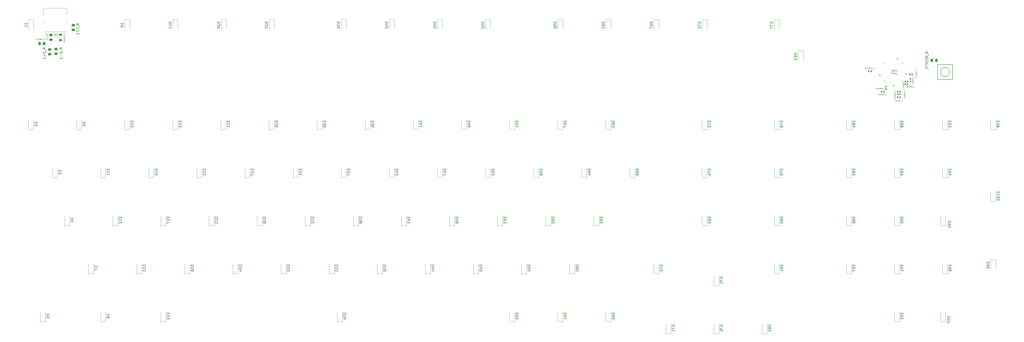
<source format=gbo>
G04 #@! TF.GenerationSoftware,KiCad,Pcbnew,6.0.6*
G04 #@! TF.CreationDate,2022-08-21T10:38:00-04:00*
G04 #@! TF.ProjectId,Workeeb,576f726b-6565-4622-9e6b-696361645f70,rev?*
G04 #@! TF.SameCoordinates,Original*
G04 #@! TF.FileFunction,Legend,Bot*
G04 #@! TF.FilePolarity,Positive*
%FSLAX46Y46*%
G04 Gerber Fmt 4.6, Leading zero omitted, Abs format (unit mm)*
G04 Created by KiCad (PCBNEW 6.0.6) date 2022-08-21 10:38:00*
%MOMM*%
%LPD*%
G01*
G04 APERTURE LIST*
G04 Aperture macros list*
%AMRoundRect*
0 Rectangle with rounded corners*
0 $1 Rounding radius*
0 $2 $3 $4 $5 $6 $7 $8 $9 X,Y pos of 4 corners*
0 Add a 4 corners polygon primitive as box body*
4,1,4,$2,$3,$4,$5,$6,$7,$8,$9,$2,$3,0*
0 Add four circle primitives for the rounded corners*
1,1,$1+$1,$2,$3*
1,1,$1+$1,$4,$5*
1,1,$1+$1,$6,$7*
1,1,$1+$1,$8,$9*
0 Add four rect primitives between the rounded corners*
20,1,$1+$1,$2,$3,$4,$5,0*
20,1,$1+$1,$4,$5,$6,$7,0*
20,1,$1+$1,$6,$7,$8,$9,0*
20,1,$1+$1,$8,$9,$2,$3,0*%
G04 Aperture macros list end*
%ADD10C,0.150000*%
%ADD11C,0.063500*%
%ADD12C,0.076200*%
%ADD13C,0.120000*%
%ADD14C,0.100000*%
%ADD15C,1.750000*%
%ADD16C,3.987800*%
%ADD17C,2.250000*%
%ADD18C,3.048000*%
%ADD19R,2.000000X2.000000*%
%ADD20C,2.000000*%
%ADD21R,2.500000X3.000000*%
%ADD22R,1.200000X0.900000*%
%ADD23RoundRect,0.140000X-0.170000X0.140000X-0.170000X-0.140000X0.170000X-0.140000X0.170000X0.140000X0*%
%ADD24RoundRect,0.140000X-0.140000X-0.170000X0.140000X-0.170000X0.140000X0.170000X-0.140000X0.170000X0*%
%ADD25RoundRect,0.140000X0.140000X0.170000X-0.140000X0.170000X-0.140000X-0.170000X0.140000X-0.170000X0*%
%ADD26RoundRect,0.250000X-0.450000X0.262500X-0.450000X-0.262500X0.450000X-0.262500X0.450000X0.262500X0*%
%ADD27R,0.254000X1.461999*%
%ADD28R,1.461999X0.254000*%
%ADD29RoundRect,0.218750X-0.381250X0.218750X-0.381250X-0.218750X0.381250X-0.218750X0.381250X0.218750X0*%
%ADD30C,0.700000*%
%ADD31O,0.900000X2.400000*%
%ADD32O,0.900000X1.700000*%
%ADD33RoundRect,0.250000X-0.262500X-0.450000X0.262500X-0.450000X0.262500X0.450000X-0.262500X0.450000X0*%
%ADD34RoundRect,0.250000X0.262500X0.450000X-0.262500X0.450000X-0.262500X-0.450000X0.262500X-0.450000X0*%
G04 APERTURE END LIST*
D10*
X52458630Y-141343154D02*
X51458630Y-141343154D01*
X51458630Y-141581250D01*
X51506250Y-141724107D01*
X51601488Y-141819345D01*
X51696726Y-141866964D01*
X51887202Y-141914583D01*
X52030059Y-141914583D01*
X52220535Y-141866964D01*
X52315773Y-141819345D01*
X52411011Y-141724107D01*
X52458630Y-141581250D01*
X52458630Y-141343154D01*
X51458630Y-142819345D02*
X51458630Y-142343154D01*
X51934821Y-142295535D01*
X51887202Y-142343154D01*
X51839583Y-142438392D01*
X51839583Y-142676488D01*
X51887202Y-142771726D01*
X51934821Y-142819345D01*
X52030059Y-142866964D01*
X52268154Y-142866964D01*
X52363392Y-142819345D01*
X52411011Y-142771726D01*
X52458630Y-142676488D01*
X52458630Y-142438392D01*
X52411011Y-142343154D01*
X52363392Y-142295535D01*
X81796130Y-25869404D02*
X80796130Y-25869404D01*
X80796130Y-26107500D01*
X80843750Y-26250357D01*
X80938988Y-26345595D01*
X81034226Y-26393214D01*
X81224702Y-26440833D01*
X81367559Y-26440833D01*
X81558035Y-26393214D01*
X81653273Y-26345595D01*
X81748511Y-26250357D01*
X81796130Y-26107500D01*
X81796130Y-25869404D01*
X81796130Y-26917023D02*
X81796130Y-27107500D01*
X81748511Y-27202738D01*
X81700892Y-27250357D01*
X81558035Y-27345595D01*
X81367559Y-27393214D01*
X80986607Y-27393214D01*
X80891369Y-27345595D01*
X80843750Y-27297976D01*
X80796130Y-27202738D01*
X80796130Y-27012261D01*
X80843750Y-26917023D01*
X80891369Y-26869404D01*
X80986607Y-26821785D01*
X81224702Y-26821785D01*
X81319940Y-26869404D01*
X81367559Y-26917023D01*
X81415178Y-27012261D01*
X81415178Y-27202738D01*
X81367559Y-27297976D01*
X81319940Y-27345595D01*
X81224702Y-27393214D01*
X314396130Y-83716964D02*
X313396130Y-83716964D01*
X313396130Y-83955059D01*
X313443750Y-84097916D01*
X313538988Y-84193154D01*
X313634226Y-84240773D01*
X313824702Y-84288392D01*
X313967559Y-84288392D01*
X314158035Y-84240773D01*
X314253273Y-84193154D01*
X314348511Y-84097916D01*
X314396130Y-83955059D01*
X314396130Y-83716964D01*
X313396130Y-84621726D02*
X313396130Y-85288392D01*
X314396130Y-84859821D01*
X313729464Y-86097916D02*
X314396130Y-86097916D01*
X313348511Y-85859821D02*
X314062797Y-85621726D01*
X314062797Y-86240773D01*
X266771130Y-83716964D02*
X265771130Y-83716964D01*
X265771130Y-83955059D01*
X265818750Y-84097916D01*
X265913988Y-84193154D01*
X266009226Y-84240773D01*
X266199702Y-84288392D01*
X266342559Y-84288392D01*
X266533035Y-84240773D01*
X266628273Y-84193154D01*
X266723511Y-84097916D01*
X266771130Y-83955059D01*
X266771130Y-83716964D01*
X265771130Y-85145535D02*
X265771130Y-84955059D01*
X265818750Y-84859821D01*
X265866369Y-84812202D01*
X266009226Y-84716964D01*
X266199702Y-84669345D01*
X266580654Y-84669345D01*
X266675892Y-84716964D01*
X266723511Y-84764583D01*
X266771130Y-84859821D01*
X266771130Y-85050297D01*
X266723511Y-85145535D01*
X266675892Y-85193154D01*
X266580654Y-85240773D01*
X266342559Y-85240773D01*
X266247321Y-85193154D01*
X266199702Y-85145535D01*
X266152083Y-85050297D01*
X266152083Y-84859821D01*
X266199702Y-84764583D01*
X266247321Y-84716964D01*
X266342559Y-84669345D01*
X266104464Y-86097916D02*
X266771130Y-86097916D01*
X265723511Y-85859821D02*
X266437797Y-85621726D01*
X266437797Y-86240773D01*
X147708630Y-121816964D02*
X146708630Y-121816964D01*
X146708630Y-122055059D01*
X146756250Y-122197916D01*
X146851488Y-122293154D01*
X146946726Y-122340773D01*
X147137202Y-122388392D01*
X147280059Y-122388392D01*
X147470535Y-122340773D01*
X147565773Y-122293154D01*
X147661011Y-122197916D01*
X147708630Y-122055059D01*
X147708630Y-121816964D01*
X146803869Y-122769345D02*
X146756250Y-122816964D01*
X146708630Y-122912202D01*
X146708630Y-123150297D01*
X146756250Y-123245535D01*
X146803869Y-123293154D01*
X146899107Y-123340773D01*
X146994345Y-123340773D01*
X147137202Y-123293154D01*
X147708630Y-122721726D01*
X147708630Y-123340773D01*
X147708630Y-123816964D02*
X147708630Y-124007440D01*
X147661011Y-124102678D01*
X147613392Y-124150297D01*
X147470535Y-124245535D01*
X147280059Y-124293154D01*
X146899107Y-124293154D01*
X146803869Y-124245535D01*
X146756250Y-124197916D01*
X146708630Y-124102678D01*
X146708630Y-123912202D01*
X146756250Y-123816964D01*
X146803869Y-123769345D01*
X146899107Y-123721726D01*
X147137202Y-123721726D01*
X147232440Y-123769345D01*
X147280059Y-123816964D01*
X147327678Y-123912202D01*
X147327678Y-124102678D01*
X147280059Y-124197916D01*
X147232440Y-124245535D01*
X147137202Y-124293154D01*
X262008630Y-121816964D02*
X261008630Y-121816964D01*
X261008630Y-122055059D01*
X261056250Y-122197916D01*
X261151488Y-122293154D01*
X261246726Y-122340773D01*
X261437202Y-122388392D01*
X261580059Y-122388392D01*
X261770535Y-122340773D01*
X261865773Y-122293154D01*
X261961011Y-122197916D01*
X262008630Y-122055059D01*
X262008630Y-121816964D01*
X261008630Y-123245535D02*
X261008630Y-123055059D01*
X261056250Y-122959821D01*
X261103869Y-122912202D01*
X261246726Y-122816964D01*
X261437202Y-122769345D01*
X261818154Y-122769345D01*
X261913392Y-122816964D01*
X261961011Y-122864583D01*
X262008630Y-122959821D01*
X262008630Y-123150297D01*
X261961011Y-123245535D01*
X261913392Y-123293154D01*
X261818154Y-123340773D01*
X261580059Y-123340773D01*
X261484821Y-123293154D01*
X261437202Y-123245535D01*
X261389583Y-123150297D01*
X261389583Y-122959821D01*
X261437202Y-122864583D01*
X261484821Y-122816964D01*
X261580059Y-122769345D01*
X261008630Y-123959821D02*
X261008630Y-124055059D01*
X261056250Y-124150297D01*
X261103869Y-124197916D01*
X261199107Y-124245535D01*
X261389583Y-124293154D01*
X261627678Y-124293154D01*
X261818154Y-124245535D01*
X261913392Y-124197916D01*
X261961011Y-124150297D01*
X262008630Y-124055059D01*
X262008630Y-123959821D01*
X261961011Y-123864583D01*
X261913392Y-123816964D01*
X261818154Y-123769345D01*
X261627678Y-123721726D01*
X261389583Y-123721726D01*
X261199107Y-123769345D01*
X261103869Y-123816964D01*
X261056250Y-123864583D01*
X261008630Y-123959821D01*
D11*
X382857828Y-51979285D02*
X382879600Y-52001057D01*
X382944914Y-52022828D01*
X382988457Y-52022828D01*
X383053771Y-52001057D01*
X383097314Y-51957514D01*
X383119085Y-51913971D01*
X383140857Y-51826885D01*
X383140857Y-51761571D01*
X383119085Y-51674485D01*
X383097314Y-51630942D01*
X383053771Y-51587400D01*
X382988457Y-51565628D01*
X382944914Y-51565628D01*
X382879600Y-51587400D01*
X382857828Y-51609171D01*
X382770742Y-52066371D02*
X382422400Y-52066371D01*
X382378857Y-51565628D02*
X382226457Y-52022828D01*
X382074057Y-51565628D01*
X381660400Y-52022828D02*
X381812800Y-51805114D01*
X381921657Y-52022828D02*
X381921657Y-51565628D01*
X381747485Y-51565628D01*
X381703942Y-51587400D01*
X381682171Y-51609171D01*
X381660400Y-51652714D01*
X381660400Y-51718028D01*
X381682171Y-51761571D01*
X381703942Y-51783342D01*
X381747485Y-51805114D01*
X381921657Y-51805114D01*
X381464457Y-51783342D02*
X381312057Y-51783342D01*
X381246742Y-52022828D02*
X381464457Y-52022828D01*
X381464457Y-51565628D01*
X381246742Y-51565628D01*
X380811314Y-51587400D02*
X380854857Y-51565628D01*
X380920171Y-51565628D01*
X380985485Y-51587400D01*
X381029028Y-51630942D01*
X381050800Y-51674485D01*
X381072571Y-51761571D01*
X381072571Y-51826885D01*
X381050800Y-51913971D01*
X381029028Y-51957514D01*
X380985485Y-52001057D01*
X380920171Y-52022828D01*
X380876628Y-52022828D01*
X380811314Y-52001057D01*
X380789542Y-51979285D01*
X380789542Y-51826885D01*
X380876628Y-51826885D01*
X380506514Y-51565628D02*
X380419428Y-51565628D01*
X380375885Y-51587400D01*
X380332342Y-51630942D01*
X380310571Y-51718028D01*
X380310571Y-51870428D01*
X380332342Y-51957514D01*
X380375885Y-52001057D01*
X380419428Y-52022828D01*
X380506514Y-52022828D01*
X380550057Y-52001057D01*
X380593600Y-51957514D01*
X380615371Y-51870428D01*
X380615371Y-51718028D01*
X380593600Y-51630942D01*
X380550057Y-51587400D01*
X380506514Y-51565628D01*
X379875142Y-52022828D02*
X380136400Y-52022828D01*
X380005771Y-52022828D02*
X380005771Y-51565628D01*
X380049314Y-51630942D01*
X380092857Y-51674485D01*
X380136400Y-51696257D01*
D10*
X319158630Y-126579464D02*
X318158630Y-126579464D01*
X318158630Y-126817559D01*
X318206250Y-126960416D01*
X318301488Y-127055654D01*
X318396726Y-127103273D01*
X318587202Y-127150892D01*
X318730059Y-127150892D01*
X318920535Y-127103273D01*
X319015773Y-127055654D01*
X319111011Y-126960416D01*
X319158630Y-126817559D01*
X319158630Y-126579464D01*
X318158630Y-127484226D02*
X318158630Y-128150892D01*
X319158630Y-127722321D01*
X318158630Y-129008035D02*
X318158630Y-128531845D01*
X318634821Y-128484226D01*
X318587202Y-128531845D01*
X318539583Y-128627083D01*
X318539583Y-128865178D01*
X318587202Y-128960416D01*
X318634821Y-129008035D01*
X318730059Y-129055654D01*
X318968154Y-129055654D01*
X319063392Y-129008035D01*
X319111011Y-128960416D01*
X319158630Y-128865178D01*
X319158630Y-128627083D01*
X319111011Y-128531845D01*
X319063392Y-128484226D01*
X295346130Y-121816964D02*
X294346130Y-121816964D01*
X294346130Y-122055059D01*
X294393750Y-122197916D01*
X294488988Y-122293154D01*
X294584226Y-122340773D01*
X294774702Y-122388392D01*
X294917559Y-122388392D01*
X295108035Y-122340773D01*
X295203273Y-122293154D01*
X295298511Y-122197916D01*
X295346130Y-122055059D01*
X295346130Y-121816964D01*
X294346130Y-122721726D02*
X294346130Y-123388392D01*
X295346130Y-122959821D01*
X294346130Y-123959821D02*
X294346130Y-124055059D01*
X294393750Y-124150297D01*
X294441369Y-124197916D01*
X294536607Y-124245535D01*
X294727083Y-124293154D01*
X294965178Y-124293154D01*
X295155654Y-124245535D01*
X295250892Y-124197916D01*
X295298511Y-124150297D01*
X295346130Y-124055059D01*
X295346130Y-123959821D01*
X295298511Y-123864583D01*
X295250892Y-123816964D01*
X295155654Y-123769345D01*
X294965178Y-123721726D01*
X294727083Y-123721726D01*
X294536607Y-123769345D01*
X294441369Y-123816964D01*
X294393750Y-123864583D01*
X294346130Y-123959821D01*
X271533630Y-102766964D02*
X270533630Y-102766964D01*
X270533630Y-103005059D01*
X270581250Y-103147916D01*
X270676488Y-103243154D01*
X270771726Y-103290773D01*
X270962202Y-103338392D01*
X271105059Y-103338392D01*
X271295535Y-103290773D01*
X271390773Y-103243154D01*
X271486011Y-103147916D01*
X271533630Y-103005059D01*
X271533630Y-102766964D01*
X270533630Y-104195535D02*
X270533630Y-104005059D01*
X270581250Y-103909821D01*
X270628869Y-103862202D01*
X270771726Y-103766964D01*
X270962202Y-103719345D01*
X271343154Y-103719345D01*
X271438392Y-103766964D01*
X271486011Y-103814583D01*
X271533630Y-103909821D01*
X271533630Y-104100297D01*
X271486011Y-104195535D01*
X271438392Y-104243154D01*
X271343154Y-104290773D01*
X271105059Y-104290773D01*
X271009821Y-104243154D01*
X270962202Y-104195535D01*
X270914583Y-104100297D01*
X270914583Y-103909821D01*
X270962202Y-103814583D01*
X271009821Y-103766964D01*
X271105059Y-103719345D01*
X270533630Y-105195535D02*
X270533630Y-104719345D01*
X271009821Y-104671726D01*
X270962202Y-104719345D01*
X270914583Y-104814583D01*
X270914583Y-105052678D01*
X270962202Y-105147916D01*
X271009821Y-105195535D01*
X271105059Y-105243154D01*
X271343154Y-105243154D01*
X271438392Y-105195535D01*
X271486011Y-105147916D01*
X271533630Y-105052678D01*
X271533630Y-104814583D01*
X271486011Y-104719345D01*
X271438392Y-104671726D01*
X348496130Y-37829464D02*
X347496130Y-37829464D01*
X347496130Y-38067559D01*
X347543750Y-38210416D01*
X347638988Y-38305654D01*
X347734226Y-38353273D01*
X347924702Y-38400892D01*
X348067559Y-38400892D01*
X348258035Y-38353273D01*
X348353273Y-38305654D01*
X348448511Y-38210416D01*
X348496130Y-38067559D01*
X348496130Y-37829464D01*
X347924702Y-38972321D02*
X347877083Y-38877083D01*
X347829464Y-38829464D01*
X347734226Y-38781845D01*
X347686607Y-38781845D01*
X347591369Y-38829464D01*
X347543750Y-38877083D01*
X347496130Y-38972321D01*
X347496130Y-39162797D01*
X347543750Y-39258035D01*
X347591369Y-39305654D01*
X347686607Y-39353273D01*
X347734226Y-39353273D01*
X347829464Y-39305654D01*
X347877083Y-39258035D01*
X347924702Y-39162797D01*
X347924702Y-38972321D01*
X347972321Y-38877083D01*
X348019940Y-38829464D01*
X348115178Y-38781845D01*
X348305654Y-38781845D01*
X348400892Y-38829464D01*
X348448511Y-38877083D01*
X348496130Y-38972321D01*
X348496130Y-39162797D01*
X348448511Y-39258035D01*
X348400892Y-39305654D01*
X348305654Y-39353273D01*
X348115178Y-39353273D01*
X348019940Y-39305654D01*
X347972321Y-39258035D01*
X347924702Y-39162797D01*
X347496130Y-39686607D02*
X347496130Y-40305654D01*
X347877083Y-39972321D01*
X347877083Y-40115178D01*
X347924702Y-40210416D01*
X347972321Y-40258035D01*
X348067559Y-40305654D01*
X348305654Y-40305654D01*
X348400892Y-40258035D01*
X348448511Y-40210416D01*
X348496130Y-40115178D01*
X348496130Y-39829464D01*
X348448511Y-39734226D01*
X348400892Y-39686607D01*
X209621130Y-83716964D02*
X208621130Y-83716964D01*
X208621130Y-83955059D01*
X208668750Y-84097916D01*
X208763988Y-84193154D01*
X208859226Y-84240773D01*
X209049702Y-84288392D01*
X209192559Y-84288392D01*
X209383035Y-84240773D01*
X209478273Y-84193154D01*
X209573511Y-84097916D01*
X209621130Y-83955059D01*
X209621130Y-83716964D01*
X208954464Y-85145535D02*
X209621130Y-85145535D01*
X208573511Y-84907440D02*
X209287797Y-84669345D01*
X209287797Y-85288392D01*
X208621130Y-85574107D02*
X208621130Y-86240773D01*
X209621130Y-85812202D01*
X409646130Y-64666964D02*
X408646130Y-64666964D01*
X408646130Y-64905059D01*
X408693750Y-65047916D01*
X408788988Y-65143154D01*
X408884226Y-65190773D01*
X409074702Y-65238392D01*
X409217559Y-65238392D01*
X409408035Y-65190773D01*
X409503273Y-65143154D01*
X409598511Y-65047916D01*
X409646130Y-64905059D01*
X409646130Y-64666964D01*
X409646130Y-65714583D02*
X409646130Y-65905059D01*
X409598511Y-66000297D01*
X409550892Y-66047916D01*
X409408035Y-66143154D01*
X409217559Y-66190773D01*
X408836607Y-66190773D01*
X408741369Y-66143154D01*
X408693750Y-66095535D01*
X408646130Y-66000297D01*
X408646130Y-65809821D01*
X408693750Y-65714583D01*
X408741369Y-65666964D01*
X408836607Y-65619345D01*
X409074702Y-65619345D01*
X409169940Y-65666964D01*
X409217559Y-65714583D01*
X409265178Y-65809821D01*
X409265178Y-66000297D01*
X409217559Y-66095535D01*
X409169940Y-66143154D01*
X409074702Y-66190773D01*
X408646130Y-66524107D02*
X408646130Y-67143154D01*
X409027083Y-66809821D01*
X409027083Y-66952678D01*
X409074702Y-67047916D01*
X409122321Y-67095535D01*
X409217559Y-67143154D01*
X409455654Y-67143154D01*
X409550892Y-67095535D01*
X409598511Y-67047916D01*
X409646130Y-66952678D01*
X409646130Y-66666964D01*
X409598511Y-66571726D01*
X409550892Y-66524107D01*
D12*
X389890000Y-56823428D02*
X389914190Y-56847619D01*
X389986761Y-56871809D01*
X390035142Y-56871809D01*
X390107714Y-56847619D01*
X390156095Y-56799238D01*
X390180285Y-56750857D01*
X390204476Y-56654095D01*
X390204476Y-56581523D01*
X390180285Y-56484761D01*
X390156095Y-56436380D01*
X390107714Y-56388000D01*
X390035142Y-56363809D01*
X389986761Y-56363809D01*
X389914190Y-56388000D01*
X389890000Y-56412190D01*
X389793238Y-56920190D02*
X389406190Y-56920190D01*
X389285238Y-56871809D02*
X389285238Y-56363809D01*
X389164285Y-56363809D01*
X389091714Y-56388000D01*
X389043333Y-56436380D01*
X389019142Y-56484761D01*
X388994952Y-56581523D01*
X388994952Y-56654095D01*
X389019142Y-56750857D01*
X389043333Y-56799238D01*
X389091714Y-56847619D01*
X389164285Y-56871809D01*
X389285238Y-56871809D01*
X388777238Y-56605714D02*
X388607904Y-56605714D01*
X388535333Y-56871809D02*
X388777238Y-56871809D01*
X388777238Y-56363809D01*
X388535333Y-56363809D01*
X388027333Y-56823428D02*
X388051523Y-56847619D01*
X388124095Y-56871809D01*
X388172476Y-56871809D01*
X388245047Y-56847619D01*
X388293428Y-56799238D01*
X388317619Y-56750857D01*
X388341809Y-56654095D01*
X388341809Y-56581523D01*
X388317619Y-56484761D01*
X388293428Y-56436380D01*
X388245047Y-56388000D01*
X388172476Y-56363809D01*
X388124095Y-56363809D01*
X388051523Y-56388000D01*
X388027333Y-56412190D01*
X387543523Y-56871809D02*
X387833809Y-56871809D01*
X387688666Y-56871809D02*
X387688666Y-56363809D01*
X387737047Y-56436380D01*
X387785428Y-56484761D01*
X387833809Y-56508952D01*
D10*
X119133630Y-102766964D02*
X118133630Y-102766964D01*
X118133630Y-103005059D01*
X118181250Y-103147916D01*
X118276488Y-103243154D01*
X118371726Y-103290773D01*
X118562202Y-103338392D01*
X118705059Y-103338392D01*
X118895535Y-103290773D01*
X118990773Y-103243154D01*
X119086011Y-103147916D01*
X119133630Y-103005059D01*
X119133630Y-102766964D01*
X118228869Y-103719345D02*
X118181250Y-103766964D01*
X118133630Y-103862202D01*
X118133630Y-104100297D01*
X118181250Y-104195535D01*
X118228869Y-104243154D01*
X118324107Y-104290773D01*
X118419345Y-104290773D01*
X118562202Y-104243154D01*
X119133630Y-103671726D01*
X119133630Y-104290773D01*
X118133630Y-104624107D02*
X118133630Y-105243154D01*
X118514583Y-104909821D01*
X118514583Y-105052678D01*
X118562202Y-105147916D01*
X118609821Y-105195535D01*
X118705059Y-105243154D01*
X118943154Y-105243154D01*
X119038392Y-105195535D01*
X119086011Y-105147916D01*
X119133630Y-105052678D01*
X119133630Y-104766964D01*
X119086011Y-104671726D01*
X119038392Y-104624107D01*
X371546130Y-121816964D02*
X370546130Y-121816964D01*
X370546130Y-122055059D01*
X370593750Y-122197916D01*
X370688988Y-122293154D01*
X370784226Y-122340773D01*
X370974702Y-122388392D01*
X371117559Y-122388392D01*
X371308035Y-122340773D01*
X371403273Y-122293154D01*
X371498511Y-122197916D01*
X371546130Y-122055059D01*
X371546130Y-121816964D01*
X370974702Y-122959821D02*
X370927083Y-122864583D01*
X370879464Y-122816964D01*
X370784226Y-122769345D01*
X370736607Y-122769345D01*
X370641369Y-122816964D01*
X370593750Y-122864583D01*
X370546130Y-122959821D01*
X370546130Y-123150297D01*
X370593750Y-123245535D01*
X370641369Y-123293154D01*
X370736607Y-123340773D01*
X370784226Y-123340773D01*
X370879464Y-123293154D01*
X370927083Y-123245535D01*
X370974702Y-123150297D01*
X370974702Y-122959821D01*
X371022321Y-122864583D01*
X371069940Y-122816964D01*
X371165178Y-122769345D01*
X371355654Y-122769345D01*
X371450892Y-122816964D01*
X371498511Y-122864583D01*
X371546130Y-122959821D01*
X371546130Y-123150297D01*
X371498511Y-123245535D01*
X371450892Y-123293154D01*
X371355654Y-123340773D01*
X371165178Y-123340773D01*
X371069940Y-123293154D01*
X371022321Y-123245535D01*
X370974702Y-123150297D01*
X370546130Y-123674107D02*
X370546130Y-124340773D01*
X371546130Y-123912202D01*
X133421130Y-83716964D02*
X132421130Y-83716964D01*
X132421130Y-83955059D01*
X132468750Y-84097916D01*
X132563988Y-84193154D01*
X132659226Y-84240773D01*
X132849702Y-84288392D01*
X132992559Y-84288392D01*
X133183035Y-84240773D01*
X133278273Y-84193154D01*
X133373511Y-84097916D01*
X133421130Y-83955059D01*
X133421130Y-83716964D01*
X132516369Y-84669345D02*
X132468750Y-84716964D01*
X132421130Y-84812202D01*
X132421130Y-85050297D01*
X132468750Y-85145535D01*
X132516369Y-85193154D01*
X132611607Y-85240773D01*
X132706845Y-85240773D01*
X132849702Y-85193154D01*
X133421130Y-84621726D01*
X133421130Y-85240773D01*
X132421130Y-85574107D02*
X132421130Y-86240773D01*
X133421130Y-85812202D01*
X76271130Y-141343154D02*
X75271130Y-141343154D01*
X75271130Y-141581250D01*
X75318750Y-141724107D01*
X75413988Y-141819345D01*
X75509226Y-141866964D01*
X75699702Y-141914583D01*
X75842559Y-141914583D01*
X76033035Y-141866964D01*
X76128273Y-141819345D01*
X76223511Y-141724107D01*
X76271130Y-141581250D01*
X76271130Y-141343154D01*
X75699702Y-142486011D02*
X75652083Y-142390773D01*
X75604464Y-142343154D01*
X75509226Y-142295535D01*
X75461607Y-142295535D01*
X75366369Y-142343154D01*
X75318750Y-142390773D01*
X75271130Y-142486011D01*
X75271130Y-142676488D01*
X75318750Y-142771726D01*
X75366369Y-142819345D01*
X75461607Y-142866964D01*
X75509226Y-142866964D01*
X75604464Y-142819345D01*
X75652083Y-142771726D01*
X75699702Y-142676488D01*
X75699702Y-142486011D01*
X75747321Y-142390773D01*
X75794940Y-142343154D01*
X75890178Y-142295535D01*
X76080654Y-142295535D01*
X76175892Y-142343154D01*
X76223511Y-142390773D01*
X76271130Y-142486011D01*
X76271130Y-142676488D01*
X76223511Y-142771726D01*
X76175892Y-142819345D01*
X76080654Y-142866964D01*
X75890178Y-142866964D01*
X75794940Y-142819345D01*
X75747321Y-142771726D01*
X75699702Y-142676488D01*
X90558630Y-121816964D02*
X89558630Y-121816964D01*
X89558630Y-122055059D01*
X89606250Y-122197916D01*
X89701488Y-122293154D01*
X89796726Y-122340773D01*
X89987202Y-122388392D01*
X90130059Y-122388392D01*
X90320535Y-122340773D01*
X90415773Y-122293154D01*
X90511011Y-122197916D01*
X90558630Y-122055059D01*
X90558630Y-121816964D01*
X90558630Y-123340773D02*
X90558630Y-122769345D01*
X90558630Y-123055059D02*
X89558630Y-123055059D01*
X89701488Y-122959821D01*
X89796726Y-122864583D01*
X89844345Y-122769345D01*
X89558630Y-123674107D02*
X89558630Y-124293154D01*
X89939583Y-123959821D01*
X89939583Y-124102678D01*
X89987202Y-124197916D01*
X90034821Y-124245535D01*
X90130059Y-124293154D01*
X90368154Y-124293154D01*
X90463392Y-124245535D01*
X90511011Y-124197916D01*
X90558630Y-124102678D01*
X90558630Y-123816964D01*
X90511011Y-123721726D01*
X90463392Y-123674107D01*
X95321130Y-83716964D02*
X94321130Y-83716964D01*
X94321130Y-83955059D01*
X94368750Y-84097916D01*
X94463988Y-84193154D01*
X94559226Y-84240773D01*
X94749702Y-84288392D01*
X94892559Y-84288392D01*
X95083035Y-84240773D01*
X95178273Y-84193154D01*
X95273511Y-84097916D01*
X95321130Y-83955059D01*
X95321130Y-83716964D01*
X95321130Y-85240773D02*
X95321130Y-84669345D01*
X95321130Y-84955059D02*
X94321130Y-84955059D01*
X94463988Y-84859821D01*
X94559226Y-84764583D01*
X94606845Y-84669345D01*
X94321130Y-86097916D02*
X94321130Y-85907440D01*
X94368750Y-85812202D01*
X94416369Y-85764583D01*
X94559226Y-85669345D01*
X94749702Y-85621726D01*
X95130654Y-85621726D01*
X95225892Y-85669345D01*
X95273511Y-85716964D01*
X95321130Y-85812202D01*
X95321130Y-86002678D01*
X95273511Y-86097916D01*
X95225892Y-86145535D01*
X95130654Y-86193154D01*
X94892559Y-86193154D01*
X94797321Y-86145535D01*
X94749702Y-86097916D01*
X94702083Y-86002678D01*
X94702083Y-85812202D01*
X94749702Y-85716964D01*
X94797321Y-85669345D01*
X94892559Y-85621726D01*
X205621130Y-25398564D02*
X204621130Y-25398564D01*
X204621130Y-25636659D01*
X204668750Y-25779516D01*
X204763988Y-25874754D01*
X204859226Y-25922373D01*
X205049702Y-25969992D01*
X205192559Y-25969992D01*
X205383035Y-25922373D01*
X205478273Y-25874754D01*
X205573511Y-25779516D01*
X205621130Y-25636659D01*
X205621130Y-25398564D01*
X204954464Y-26827135D02*
X205621130Y-26827135D01*
X204573511Y-26589040D02*
X205287797Y-26350945D01*
X205287797Y-26969992D01*
X204621130Y-27827135D02*
X204621130Y-27350945D01*
X205097321Y-27303326D01*
X205049702Y-27350945D01*
X205002083Y-27446183D01*
X205002083Y-27684278D01*
X205049702Y-27779516D01*
X205097321Y-27827135D01*
X205192559Y-27874754D01*
X205430654Y-27874754D01*
X205525892Y-27827135D01*
X205573511Y-27779516D01*
X205621130Y-27684278D01*
X205621130Y-27446183D01*
X205573511Y-27350945D01*
X205525892Y-27303326D01*
D11*
X390788071Y-49230642D02*
X390806214Y-49212500D01*
X390824357Y-49158071D01*
X390824357Y-49121785D01*
X390806214Y-49067357D01*
X390769928Y-49031071D01*
X390733642Y-49012928D01*
X390661071Y-48994785D01*
X390606642Y-48994785D01*
X390534071Y-49012928D01*
X390497785Y-49031071D01*
X390461500Y-49067357D01*
X390443357Y-49121785D01*
X390443357Y-49158071D01*
X390461500Y-49212500D01*
X390479642Y-49230642D01*
X390860642Y-49303214D02*
X390860642Y-49593500D01*
X390715500Y-49666071D02*
X390715500Y-49847500D01*
X390824357Y-49629785D02*
X390443357Y-49756785D01*
X390824357Y-49883785D01*
X390443357Y-49956357D02*
X390824357Y-50083357D01*
X390443357Y-50210357D01*
X390824357Y-50337357D02*
X390443357Y-50337357D01*
X390443357Y-50428071D01*
X390461500Y-50482500D01*
X390497785Y-50518785D01*
X390534071Y-50536928D01*
X390606642Y-50555071D01*
X390661071Y-50555071D01*
X390733642Y-50536928D01*
X390769928Y-50518785D01*
X390806214Y-50482500D01*
X390824357Y-50428071D01*
X390824357Y-50337357D01*
X390824357Y-50718357D02*
X390443357Y-50718357D01*
X390443357Y-50809071D01*
X390461500Y-50863500D01*
X390497785Y-50899785D01*
X390534071Y-50917928D01*
X390606642Y-50936071D01*
X390661071Y-50936071D01*
X390733642Y-50917928D01*
X390769928Y-50899785D01*
X390806214Y-50863500D01*
X390824357Y-50809071D01*
X390824357Y-50718357D01*
X390860642Y-51008642D02*
X390860642Y-51298928D01*
X390443357Y-51462214D02*
X390443357Y-51498500D01*
X390461500Y-51534785D01*
X390479642Y-51552928D01*
X390515928Y-51571071D01*
X390588500Y-51589214D01*
X390679214Y-51589214D01*
X390751785Y-51571071D01*
X390788071Y-51552928D01*
X390806214Y-51534785D01*
X390824357Y-51498500D01*
X390824357Y-51462214D01*
X390806214Y-51425928D01*
X390788071Y-51407785D01*
X390751785Y-51389642D01*
X390679214Y-51371500D01*
X390588500Y-51371500D01*
X390515928Y-51389642D01*
X390479642Y-51407785D01*
X390461500Y-51425928D01*
X390443357Y-51462214D01*
D10*
X181046130Y-64666964D02*
X180046130Y-64666964D01*
X180046130Y-64905059D01*
X180093750Y-65047916D01*
X180188988Y-65143154D01*
X180284226Y-65190773D01*
X180474702Y-65238392D01*
X180617559Y-65238392D01*
X180808035Y-65190773D01*
X180903273Y-65143154D01*
X180998511Y-65047916D01*
X181046130Y-64905059D01*
X181046130Y-64666964D01*
X180046130Y-65571726D02*
X180046130Y-66190773D01*
X180427083Y-65857440D01*
X180427083Y-66000297D01*
X180474702Y-66095535D01*
X180522321Y-66143154D01*
X180617559Y-66190773D01*
X180855654Y-66190773D01*
X180950892Y-66143154D01*
X180998511Y-66095535D01*
X181046130Y-66000297D01*
X181046130Y-65714583D01*
X180998511Y-65619345D01*
X180950892Y-65571726D01*
X180046130Y-67047916D02*
X180046130Y-66857440D01*
X180093750Y-66762202D01*
X180141369Y-66714583D01*
X180284226Y-66619345D01*
X180474702Y-66571726D01*
X180855654Y-66571726D01*
X180950892Y-66619345D01*
X180998511Y-66666964D01*
X181046130Y-66762202D01*
X181046130Y-66952678D01*
X180998511Y-67047916D01*
X180950892Y-67095535D01*
X180855654Y-67143154D01*
X180617559Y-67143154D01*
X180522321Y-67095535D01*
X180474702Y-67047916D01*
X180427083Y-66952678D01*
X180427083Y-66762202D01*
X180474702Y-66666964D01*
X180522321Y-66619345D01*
X180617559Y-66571726D01*
X291346130Y-25398564D02*
X290346130Y-25398564D01*
X290346130Y-25636659D01*
X290393750Y-25779516D01*
X290488988Y-25874754D01*
X290584226Y-25922373D01*
X290774702Y-25969992D01*
X290917559Y-25969992D01*
X291108035Y-25922373D01*
X291203273Y-25874754D01*
X291298511Y-25779516D01*
X291346130Y-25636659D01*
X291346130Y-25398564D01*
X290346130Y-26827135D02*
X290346130Y-26636659D01*
X290393750Y-26541421D01*
X290441369Y-26493802D01*
X290584226Y-26398564D01*
X290774702Y-26350945D01*
X291155654Y-26350945D01*
X291250892Y-26398564D01*
X291298511Y-26446183D01*
X291346130Y-26541421D01*
X291346130Y-26731897D01*
X291298511Y-26827135D01*
X291250892Y-26874754D01*
X291155654Y-26922373D01*
X290917559Y-26922373D01*
X290822321Y-26874754D01*
X290774702Y-26827135D01*
X290727083Y-26731897D01*
X290727083Y-26541421D01*
X290774702Y-26446183D01*
X290822321Y-26398564D01*
X290917559Y-26350945D01*
X290346130Y-27255707D02*
X290346130Y-27922373D01*
X291346130Y-27493802D01*
X242958630Y-121816964D02*
X241958630Y-121816964D01*
X241958630Y-122055059D01*
X242006250Y-122197916D01*
X242101488Y-122293154D01*
X242196726Y-122340773D01*
X242387202Y-122388392D01*
X242530059Y-122388392D01*
X242720535Y-122340773D01*
X242815773Y-122293154D01*
X242911011Y-122197916D01*
X242958630Y-122055059D01*
X242958630Y-121816964D01*
X241958630Y-123293154D02*
X241958630Y-122816964D01*
X242434821Y-122769345D01*
X242387202Y-122816964D01*
X242339583Y-122912202D01*
X242339583Y-123150297D01*
X242387202Y-123245535D01*
X242434821Y-123293154D01*
X242530059Y-123340773D01*
X242768154Y-123340773D01*
X242863392Y-123293154D01*
X242911011Y-123245535D01*
X242958630Y-123150297D01*
X242958630Y-122912202D01*
X242911011Y-122816964D01*
X242863392Y-122769345D01*
X242291964Y-124197916D02*
X242958630Y-124197916D01*
X241911011Y-123959821D02*
X242625297Y-123721726D01*
X242625297Y-124340773D01*
X300108630Y-145629464D02*
X299108630Y-145629464D01*
X299108630Y-145867559D01*
X299156250Y-146010416D01*
X299251488Y-146105654D01*
X299346726Y-146153273D01*
X299537202Y-146200892D01*
X299680059Y-146200892D01*
X299870535Y-146153273D01*
X299965773Y-146105654D01*
X300061011Y-146010416D01*
X300108630Y-145867559D01*
X300108630Y-145629464D01*
X299108630Y-146534226D02*
X299108630Y-147200892D01*
X300108630Y-146772321D01*
X300108630Y-148105654D02*
X300108630Y-147534226D01*
X300108630Y-147819940D02*
X299108630Y-147819940D01*
X299251488Y-147724702D01*
X299346726Y-147629464D01*
X299394345Y-147534226D01*
X314396130Y-64666964D02*
X313396130Y-64666964D01*
X313396130Y-64905059D01*
X313443750Y-65047916D01*
X313538988Y-65143154D01*
X313634226Y-65190773D01*
X313824702Y-65238392D01*
X313967559Y-65238392D01*
X314158035Y-65190773D01*
X314253273Y-65143154D01*
X314348511Y-65047916D01*
X314396130Y-64905059D01*
X314396130Y-64666964D01*
X313396130Y-65571726D02*
X313396130Y-66238392D01*
X314396130Y-65809821D01*
X313396130Y-66524107D02*
X313396130Y-67143154D01*
X313777083Y-66809821D01*
X313777083Y-66952678D01*
X313824702Y-67047916D01*
X313872321Y-67095535D01*
X313967559Y-67143154D01*
X314205654Y-67143154D01*
X314300892Y-67095535D01*
X314348511Y-67047916D01*
X314396130Y-66952678D01*
X314396130Y-66666964D01*
X314348511Y-66571726D01*
X314300892Y-66524107D01*
X138183630Y-102766964D02*
X137183630Y-102766964D01*
X137183630Y-103005059D01*
X137231250Y-103147916D01*
X137326488Y-103243154D01*
X137421726Y-103290773D01*
X137612202Y-103338392D01*
X137755059Y-103338392D01*
X137945535Y-103290773D01*
X138040773Y-103243154D01*
X138136011Y-103147916D01*
X138183630Y-103005059D01*
X138183630Y-102766964D01*
X137278869Y-103719345D02*
X137231250Y-103766964D01*
X137183630Y-103862202D01*
X137183630Y-104100297D01*
X137231250Y-104195535D01*
X137278869Y-104243154D01*
X137374107Y-104290773D01*
X137469345Y-104290773D01*
X137612202Y-104243154D01*
X138183630Y-103671726D01*
X138183630Y-104290773D01*
X137612202Y-104862202D02*
X137564583Y-104766964D01*
X137516964Y-104719345D01*
X137421726Y-104671726D01*
X137374107Y-104671726D01*
X137278869Y-104719345D01*
X137231250Y-104766964D01*
X137183630Y-104862202D01*
X137183630Y-105052678D01*
X137231250Y-105147916D01*
X137278869Y-105195535D01*
X137374107Y-105243154D01*
X137421726Y-105243154D01*
X137516964Y-105195535D01*
X137564583Y-105147916D01*
X137612202Y-105052678D01*
X137612202Y-104862202D01*
X137659821Y-104766964D01*
X137707440Y-104719345D01*
X137802678Y-104671726D01*
X137993154Y-104671726D01*
X138088392Y-104719345D01*
X138136011Y-104766964D01*
X138183630Y-104862202D01*
X138183630Y-105052678D01*
X138136011Y-105147916D01*
X138088392Y-105195535D01*
X137993154Y-105243154D01*
X137802678Y-105243154D01*
X137707440Y-105195535D01*
X137659821Y-105147916D01*
X137612202Y-105052678D01*
X342971130Y-102766964D02*
X341971130Y-102766964D01*
X341971130Y-103005059D01*
X342018750Y-103147916D01*
X342113988Y-103243154D01*
X342209226Y-103290773D01*
X342399702Y-103338392D01*
X342542559Y-103338392D01*
X342733035Y-103290773D01*
X342828273Y-103243154D01*
X342923511Y-103147916D01*
X342971130Y-103005059D01*
X342971130Y-102766964D01*
X342399702Y-103909821D02*
X342352083Y-103814583D01*
X342304464Y-103766964D01*
X342209226Y-103719345D01*
X342161607Y-103719345D01*
X342066369Y-103766964D01*
X342018750Y-103814583D01*
X341971130Y-103909821D01*
X341971130Y-104100297D01*
X342018750Y-104195535D01*
X342066369Y-104243154D01*
X342161607Y-104290773D01*
X342209226Y-104290773D01*
X342304464Y-104243154D01*
X342352083Y-104195535D01*
X342399702Y-104100297D01*
X342399702Y-103909821D01*
X342447321Y-103814583D01*
X342494940Y-103766964D01*
X342590178Y-103719345D01*
X342780654Y-103719345D01*
X342875892Y-103766964D01*
X342923511Y-103814583D01*
X342971130Y-103909821D01*
X342971130Y-104100297D01*
X342923511Y-104195535D01*
X342875892Y-104243154D01*
X342780654Y-104290773D01*
X342590178Y-104290773D01*
X342494940Y-104243154D01*
X342447321Y-104195535D01*
X342399702Y-104100297D01*
X341971130Y-104909821D02*
X341971130Y-105005059D01*
X342018750Y-105100297D01*
X342066369Y-105147916D01*
X342161607Y-105195535D01*
X342352083Y-105243154D01*
X342590178Y-105243154D01*
X342780654Y-105195535D01*
X342875892Y-105147916D01*
X342923511Y-105100297D01*
X342971130Y-105005059D01*
X342971130Y-104909821D01*
X342923511Y-104814583D01*
X342875892Y-104766964D01*
X342780654Y-104719345D01*
X342590178Y-104671726D01*
X342352083Y-104671726D01*
X342161607Y-104719345D01*
X342066369Y-104766964D01*
X342018750Y-104814583D01*
X341971130Y-104909821D01*
D12*
X51791809Y-30455809D02*
X51549904Y-30286476D01*
X51791809Y-30165523D02*
X51283809Y-30165523D01*
X51283809Y-30359047D01*
X51308000Y-30407428D01*
X51332190Y-30431619D01*
X51380571Y-30455809D01*
X51453142Y-30455809D01*
X51501523Y-30431619D01*
X51525714Y-30407428D01*
X51549904Y-30359047D01*
X51549904Y-30165523D01*
X51840190Y-30552571D02*
X51840190Y-30939619D01*
X51743428Y-31350857D02*
X51767619Y-31326666D01*
X51791809Y-31254095D01*
X51791809Y-31205714D01*
X51767619Y-31133142D01*
X51719238Y-31084761D01*
X51670857Y-31060571D01*
X51574095Y-31036380D01*
X51501523Y-31036380D01*
X51404761Y-31060571D01*
X51356380Y-31084761D01*
X51308000Y-31133142D01*
X51283809Y-31205714D01*
X51283809Y-31254095D01*
X51308000Y-31326666D01*
X51332190Y-31350857D01*
X51743428Y-31858857D02*
X51767619Y-31834666D01*
X51791809Y-31762095D01*
X51791809Y-31713714D01*
X51767619Y-31641142D01*
X51719238Y-31592761D01*
X51670857Y-31568571D01*
X51574095Y-31544380D01*
X51501523Y-31544380D01*
X51404761Y-31568571D01*
X51356380Y-31592761D01*
X51308000Y-31641142D01*
X51283809Y-31713714D01*
X51283809Y-31762095D01*
X51308000Y-31834666D01*
X51332190Y-31858857D01*
X51332190Y-32052380D02*
X51308000Y-32076571D01*
X51283809Y-32124952D01*
X51283809Y-32245904D01*
X51308000Y-32294285D01*
X51332190Y-32318476D01*
X51380571Y-32342666D01*
X51428952Y-32342666D01*
X51501523Y-32318476D01*
X51791809Y-32028190D01*
X51791809Y-32342666D01*
D10*
X428696130Y-64666964D02*
X427696130Y-64666964D01*
X427696130Y-64905059D01*
X427743750Y-65047916D01*
X427838988Y-65143154D01*
X427934226Y-65190773D01*
X428124702Y-65238392D01*
X428267559Y-65238392D01*
X428458035Y-65190773D01*
X428553273Y-65143154D01*
X428648511Y-65047916D01*
X428696130Y-64905059D01*
X428696130Y-64666964D01*
X428696130Y-65714583D02*
X428696130Y-65905059D01*
X428648511Y-66000297D01*
X428600892Y-66047916D01*
X428458035Y-66143154D01*
X428267559Y-66190773D01*
X427886607Y-66190773D01*
X427791369Y-66143154D01*
X427743750Y-66095535D01*
X427696130Y-66000297D01*
X427696130Y-65809821D01*
X427743750Y-65714583D01*
X427791369Y-65666964D01*
X427886607Y-65619345D01*
X428124702Y-65619345D01*
X428219940Y-65666964D01*
X428267559Y-65714583D01*
X428315178Y-65809821D01*
X428315178Y-66000297D01*
X428267559Y-66095535D01*
X428219940Y-66143154D01*
X428124702Y-66190773D01*
X428124702Y-66762202D02*
X428077083Y-66666964D01*
X428029464Y-66619345D01*
X427934226Y-66571726D01*
X427886607Y-66571726D01*
X427791369Y-66619345D01*
X427743750Y-66666964D01*
X427696130Y-66762202D01*
X427696130Y-66952678D01*
X427743750Y-67047916D01*
X427791369Y-67095535D01*
X427886607Y-67143154D01*
X427934226Y-67143154D01*
X428029464Y-67095535D01*
X428077083Y-67047916D01*
X428124702Y-66952678D01*
X428124702Y-66762202D01*
X428172321Y-66666964D01*
X428219940Y-66619345D01*
X428315178Y-66571726D01*
X428505654Y-66571726D01*
X428600892Y-66619345D01*
X428648511Y-66666964D01*
X428696130Y-66762202D01*
X428696130Y-66952678D01*
X428648511Y-67047916D01*
X428600892Y-67095535D01*
X428505654Y-67143154D01*
X428315178Y-67143154D01*
X428219940Y-67095535D01*
X428172321Y-67047916D01*
X428124702Y-66952678D01*
X109608630Y-121816964D02*
X108608630Y-121816964D01*
X108608630Y-122055059D01*
X108656250Y-122197916D01*
X108751488Y-122293154D01*
X108846726Y-122340773D01*
X109037202Y-122388392D01*
X109180059Y-122388392D01*
X109370535Y-122340773D01*
X109465773Y-122293154D01*
X109561011Y-122197916D01*
X109608630Y-122055059D01*
X109608630Y-121816964D01*
X109608630Y-123340773D02*
X109608630Y-122769345D01*
X109608630Y-123055059D02*
X108608630Y-123055059D01*
X108751488Y-122959821D01*
X108846726Y-122864583D01*
X108894345Y-122769345D01*
X109037202Y-123912202D02*
X108989583Y-123816964D01*
X108941964Y-123769345D01*
X108846726Y-123721726D01*
X108799107Y-123721726D01*
X108703869Y-123769345D01*
X108656250Y-123816964D01*
X108608630Y-123912202D01*
X108608630Y-124102678D01*
X108656250Y-124197916D01*
X108703869Y-124245535D01*
X108799107Y-124293154D01*
X108846726Y-124293154D01*
X108941964Y-124245535D01*
X108989583Y-124197916D01*
X109037202Y-124102678D01*
X109037202Y-123912202D01*
X109084821Y-123816964D01*
X109132440Y-123769345D01*
X109227678Y-123721726D01*
X109418154Y-123721726D01*
X109513392Y-123769345D01*
X109561011Y-123816964D01*
X109608630Y-123912202D01*
X109608630Y-124102678D01*
X109561011Y-124197916D01*
X109513392Y-124245535D01*
X109418154Y-124293154D01*
X109227678Y-124293154D01*
X109132440Y-124245535D01*
X109084821Y-124197916D01*
X109037202Y-124102678D01*
X157233630Y-102766964D02*
X156233630Y-102766964D01*
X156233630Y-103005059D01*
X156281250Y-103147916D01*
X156376488Y-103243154D01*
X156471726Y-103290773D01*
X156662202Y-103338392D01*
X156805059Y-103338392D01*
X156995535Y-103290773D01*
X157090773Y-103243154D01*
X157186011Y-103147916D01*
X157233630Y-103005059D01*
X157233630Y-102766964D01*
X156233630Y-103671726D02*
X156233630Y-104290773D01*
X156614583Y-103957440D01*
X156614583Y-104100297D01*
X156662202Y-104195535D01*
X156709821Y-104243154D01*
X156805059Y-104290773D01*
X157043154Y-104290773D01*
X157138392Y-104243154D01*
X157186011Y-104195535D01*
X157233630Y-104100297D01*
X157233630Y-103814583D01*
X157186011Y-103719345D01*
X157138392Y-103671726D01*
X156328869Y-104671726D02*
X156281250Y-104719345D01*
X156233630Y-104814583D01*
X156233630Y-105052678D01*
X156281250Y-105147916D01*
X156328869Y-105195535D01*
X156424107Y-105243154D01*
X156519345Y-105243154D01*
X156662202Y-105195535D01*
X157233630Y-104624107D01*
X157233630Y-105243154D01*
X195333630Y-102766964D02*
X194333630Y-102766964D01*
X194333630Y-103005059D01*
X194381250Y-103147916D01*
X194476488Y-103243154D01*
X194571726Y-103290773D01*
X194762202Y-103338392D01*
X194905059Y-103338392D01*
X195095535Y-103290773D01*
X195190773Y-103243154D01*
X195286011Y-103147916D01*
X195333630Y-103005059D01*
X195333630Y-102766964D01*
X194666964Y-104195535D02*
X195333630Y-104195535D01*
X194286011Y-103957440D02*
X195000297Y-103719345D01*
X195000297Y-104338392D01*
X194333630Y-104624107D02*
X194333630Y-105243154D01*
X194714583Y-104909821D01*
X194714583Y-105052678D01*
X194762202Y-105147916D01*
X194809821Y-105195535D01*
X194905059Y-105243154D01*
X195143154Y-105243154D01*
X195238392Y-105195535D01*
X195286011Y-105147916D01*
X195333630Y-105052678D01*
X195333630Y-104766964D01*
X195286011Y-104671726D01*
X195238392Y-104624107D01*
X219146130Y-64666964D02*
X218146130Y-64666964D01*
X218146130Y-64905059D01*
X218193750Y-65047916D01*
X218288988Y-65143154D01*
X218384226Y-65190773D01*
X218574702Y-65238392D01*
X218717559Y-65238392D01*
X218908035Y-65190773D01*
X219003273Y-65143154D01*
X219098511Y-65047916D01*
X219146130Y-64905059D01*
X219146130Y-64666964D01*
X218479464Y-66095535D02*
X219146130Y-66095535D01*
X218098511Y-65857440D02*
X218812797Y-65619345D01*
X218812797Y-66238392D01*
X218146130Y-67047916D02*
X218146130Y-66857440D01*
X218193750Y-66762202D01*
X218241369Y-66714583D01*
X218384226Y-66619345D01*
X218574702Y-66571726D01*
X218955654Y-66571726D01*
X219050892Y-66619345D01*
X219098511Y-66666964D01*
X219146130Y-66762202D01*
X219146130Y-66952678D01*
X219098511Y-67047916D01*
X219050892Y-67095535D01*
X218955654Y-67143154D01*
X218717559Y-67143154D01*
X218622321Y-67095535D01*
X218574702Y-67047916D01*
X218527083Y-66952678D01*
X218527083Y-66762202D01*
X218574702Y-66666964D01*
X218622321Y-66619345D01*
X218717559Y-66571726D01*
X342971130Y-64666964D02*
X341971130Y-64666964D01*
X341971130Y-64905059D01*
X342018750Y-65047916D01*
X342113988Y-65143154D01*
X342209226Y-65190773D01*
X342399702Y-65238392D01*
X342542559Y-65238392D01*
X342733035Y-65190773D01*
X342828273Y-65143154D01*
X342923511Y-65047916D01*
X342971130Y-64905059D01*
X342971130Y-64666964D01*
X341971130Y-65571726D02*
X341971130Y-66238392D01*
X342971130Y-65809821D01*
X342399702Y-66762202D02*
X342352083Y-66666964D01*
X342304464Y-66619345D01*
X342209226Y-66571726D01*
X342161607Y-66571726D01*
X342066369Y-66619345D01*
X342018750Y-66666964D01*
X341971130Y-66762202D01*
X341971130Y-66952678D01*
X342018750Y-67047916D01*
X342066369Y-67095535D01*
X342161607Y-67143154D01*
X342209226Y-67143154D01*
X342304464Y-67095535D01*
X342352083Y-67047916D01*
X342399702Y-66952678D01*
X342399702Y-66762202D01*
X342447321Y-66666964D01*
X342494940Y-66619345D01*
X342590178Y-66571726D01*
X342780654Y-66571726D01*
X342875892Y-66619345D01*
X342923511Y-66666964D01*
X342971130Y-66762202D01*
X342971130Y-66952678D01*
X342923511Y-67047916D01*
X342875892Y-67095535D01*
X342780654Y-67143154D01*
X342590178Y-67143154D01*
X342494940Y-67095535D01*
X342447321Y-67047916D01*
X342399702Y-66952678D01*
X176283630Y-102766964D02*
X175283630Y-102766964D01*
X175283630Y-103005059D01*
X175331250Y-103147916D01*
X175426488Y-103243154D01*
X175521726Y-103290773D01*
X175712202Y-103338392D01*
X175855059Y-103338392D01*
X176045535Y-103290773D01*
X176140773Y-103243154D01*
X176236011Y-103147916D01*
X176283630Y-103005059D01*
X176283630Y-102766964D01*
X175283630Y-103671726D02*
X175283630Y-104290773D01*
X175664583Y-103957440D01*
X175664583Y-104100297D01*
X175712202Y-104195535D01*
X175759821Y-104243154D01*
X175855059Y-104290773D01*
X176093154Y-104290773D01*
X176188392Y-104243154D01*
X176236011Y-104195535D01*
X176283630Y-104100297D01*
X176283630Y-103814583D01*
X176236011Y-103719345D01*
X176188392Y-103671726D01*
X175712202Y-104862202D02*
X175664583Y-104766964D01*
X175616964Y-104719345D01*
X175521726Y-104671726D01*
X175474107Y-104671726D01*
X175378869Y-104719345D01*
X175331250Y-104766964D01*
X175283630Y-104862202D01*
X175283630Y-105052678D01*
X175331250Y-105147916D01*
X175378869Y-105195535D01*
X175474107Y-105243154D01*
X175521726Y-105243154D01*
X175616964Y-105195535D01*
X175664583Y-105147916D01*
X175712202Y-105052678D01*
X175712202Y-104862202D01*
X175759821Y-104766964D01*
X175807440Y-104719345D01*
X175902678Y-104671726D01*
X176093154Y-104671726D01*
X176188392Y-104719345D01*
X176236011Y-104766964D01*
X176283630Y-104862202D01*
X176283630Y-105052678D01*
X176236011Y-105147916D01*
X176188392Y-105195535D01*
X176093154Y-105243154D01*
X175902678Y-105243154D01*
X175807440Y-105195535D01*
X175759821Y-105147916D01*
X175712202Y-105052678D01*
X386008630Y-44481845D02*
X386818154Y-44481845D01*
X386913392Y-44529464D01*
X386961011Y-44577083D01*
X387008630Y-44672321D01*
X387008630Y-44862797D01*
X386961011Y-44958035D01*
X386913392Y-45005654D01*
X386818154Y-45053273D01*
X386008630Y-45053273D01*
X387008630Y-46053273D02*
X387008630Y-45481845D01*
X387008630Y-45767559D02*
X386008630Y-45767559D01*
X386151488Y-45672321D01*
X386246726Y-45577083D01*
X386294345Y-45481845D01*
X387564380Y-45974000D02*
X387802476Y-45974000D01*
X387707238Y-45735904D02*
X387802476Y-45974000D01*
X387707238Y-46212095D01*
X387992952Y-45831142D02*
X387802476Y-45974000D01*
X387992952Y-46116857D01*
X387564380Y-44704000D02*
X387802476Y-44704000D01*
X387707238Y-44465904D02*
X387802476Y-44704000D01*
X387707238Y-44942095D01*
X387992952Y-44561142D02*
X387802476Y-44704000D01*
X387992952Y-44846857D01*
X81033630Y-102766964D02*
X80033630Y-102766964D01*
X80033630Y-103005059D01*
X80081250Y-103147916D01*
X80176488Y-103243154D01*
X80271726Y-103290773D01*
X80462202Y-103338392D01*
X80605059Y-103338392D01*
X80795535Y-103290773D01*
X80890773Y-103243154D01*
X80986011Y-103147916D01*
X81033630Y-103005059D01*
X81033630Y-102766964D01*
X81033630Y-104290773D02*
X81033630Y-103719345D01*
X81033630Y-104005059D02*
X80033630Y-104005059D01*
X80176488Y-103909821D01*
X80271726Y-103814583D01*
X80319345Y-103719345D01*
X80128869Y-104671726D02*
X80081250Y-104719345D01*
X80033630Y-104814583D01*
X80033630Y-105052678D01*
X80081250Y-105147916D01*
X80128869Y-105195535D01*
X80224107Y-105243154D01*
X80319345Y-105243154D01*
X80462202Y-105195535D01*
X81033630Y-104624107D01*
X81033630Y-105243154D01*
X64206380Y-26646380D02*
X63730190Y-26313047D01*
X64206380Y-26074952D02*
X63206380Y-26074952D01*
X63206380Y-26455904D01*
X63254000Y-26551142D01*
X63301619Y-26598761D01*
X63396857Y-26646380D01*
X63539714Y-26646380D01*
X63634952Y-26598761D01*
X63682571Y-26551142D01*
X63730190Y-26455904D01*
X63730190Y-26074952D01*
X64301619Y-26836857D02*
X64301619Y-27598761D01*
X64111142Y-28408285D02*
X64158761Y-28360666D01*
X64206380Y-28217809D01*
X64206380Y-28122571D01*
X64158761Y-27979714D01*
X64063523Y-27884476D01*
X63968285Y-27836857D01*
X63777809Y-27789238D01*
X63634952Y-27789238D01*
X63444476Y-27836857D01*
X63349238Y-27884476D01*
X63254000Y-27979714D01*
X63206380Y-28122571D01*
X63206380Y-28217809D01*
X63254000Y-28360666D01*
X63301619Y-28408285D01*
X64111142Y-29408285D02*
X64158761Y-29360666D01*
X64206380Y-29217809D01*
X64206380Y-29122571D01*
X64158761Y-28979714D01*
X64063523Y-28884476D01*
X63968285Y-28836857D01*
X63777809Y-28789238D01*
X63634952Y-28789238D01*
X63444476Y-28836857D01*
X63349238Y-28884476D01*
X63254000Y-28979714D01*
X63206380Y-29122571D01*
X63206380Y-29217809D01*
X63254000Y-29360666D01*
X63301619Y-29408285D01*
X64206380Y-30360666D02*
X64206380Y-29789238D01*
X64206380Y-30074952D02*
X63206380Y-30074952D01*
X63349238Y-29979714D01*
X63444476Y-29884476D01*
X63492095Y-29789238D01*
X76271130Y-83716964D02*
X75271130Y-83716964D01*
X75271130Y-83955059D01*
X75318750Y-84097916D01*
X75413988Y-84193154D01*
X75509226Y-84240773D01*
X75699702Y-84288392D01*
X75842559Y-84288392D01*
X76033035Y-84240773D01*
X76128273Y-84193154D01*
X76223511Y-84097916D01*
X76271130Y-83955059D01*
X76271130Y-83716964D01*
X76271130Y-85240773D02*
X76271130Y-84669345D01*
X76271130Y-84955059D02*
X75271130Y-84955059D01*
X75413988Y-84859821D01*
X75509226Y-84764583D01*
X75556845Y-84669345D01*
X76271130Y-86193154D02*
X76271130Y-85621726D01*
X76271130Y-85907440D02*
X75271130Y-85907440D01*
X75413988Y-85812202D01*
X75509226Y-85716964D01*
X75556845Y-85621726D01*
X342971130Y-121816964D02*
X341971130Y-121816964D01*
X341971130Y-122055059D01*
X342018750Y-122197916D01*
X342113988Y-122293154D01*
X342209226Y-122340773D01*
X342399702Y-122388392D01*
X342542559Y-122388392D01*
X342733035Y-122340773D01*
X342828273Y-122293154D01*
X342923511Y-122197916D01*
X342971130Y-122055059D01*
X342971130Y-121816964D01*
X342399702Y-122959821D02*
X342352083Y-122864583D01*
X342304464Y-122816964D01*
X342209226Y-122769345D01*
X342161607Y-122769345D01*
X342066369Y-122816964D01*
X342018750Y-122864583D01*
X341971130Y-122959821D01*
X341971130Y-123150297D01*
X342018750Y-123245535D01*
X342066369Y-123293154D01*
X342161607Y-123340773D01*
X342209226Y-123340773D01*
X342304464Y-123293154D01*
X342352083Y-123245535D01*
X342399702Y-123150297D01*
X342399702Y-122959821D01*
X342447321Y-122864583D01*
X342494940Y-122816964D01*
X342590178Y-122769345D01*
X342780654Y-122769345D01*
X342875892Y-122816964D01*
X342923511Y-122864583D01*
X342971130Y-122959821D01*
X342971130Y-123150297D01*
X342923511Y-123245535D01*
X342875892Y-123293154D01*
X342780654Y-123340773D01*
X342590178Y-123340773D01*
X342494940Y-123293154D01*
X342447321Y-123245535D01*
X342399702Y-123150297D01*
X342971130Y-124293154D02*
X342971130Y-123721726D01*
X342971130Y-124007440D02*
X341971130Y-124007440D01*
X342113988Y-123912202D01*
X342209226Y-123816964D01*
X342256845Y-123721726D01*
X171521130Y-83716964D02*
X170521130Y-83716964D01*
X170521130Y-83955059D01*
X170568750Y-84097916D01*
X170663988Y-84193154D01*
X170759226Y-84240773D01*
X170949702Y-84288392D01*
X171092559Y-84288392D01*
X171283035Y-84240773D01*
X171378273Y-84193154D01*
X171473511Y-84097916D01*
X171521130Y-83955059D01*
X171521130Y-83716964D01*
X170521130Y-84621726D02*
X170521130Y-85240773D01*
X170902083Y-84907440D01*
X170902083Y-85050297D01*
X170949702Y-85145535D01*
X170997321Y-85193154D01*
X171092559Y-85240773D01*
X171330654Y-85240773D01*
X171425892Y-85193154D01*
X171473511Y-85145535D01*
X171521130Y-85050297D01*
X171521130Y-84764583D01*
X171473511Y-84669345D01*
X171425892Y-84621726D01*
X170521130Y-85574107D02*
X170521130Y-86240773D01*
X171521130Y-85812202D01*
X57602380Y-36179333D02*
X57126190Y-35846000D01*
X57602380Y-35607904D02*
X56602380Y-35607904D01*
X56602380Y-35988857D01*
X56650000Y-36084095D01*
X56697619Y-36131714D01*
X56792857Y-36179333D01*
X56935714Y-36179333D01*
X57030952Y-36131714D01*
X57078571Y-36084095D01*
X57126190Y-35988857D01*
X57126190Y-35607904D01*
X57697619Y-36369809D02*
X57697619Y-37131714D01*
X57602380Y-37369809D02*
X56602380Y-37369809D01*
X56602380Y-37607904D01*
X56650000Y-37750761D01*
X56745238Y-37846000D01*
X56840476Y-37893619D01*
X57030952Y-37941238D01*
X57173809Y-37941238D01*
X57364285Y-37893619D01*
X57459523Y-37846000D01*
X57554761Y-37750761D01*
X57602380Y-37607904D01*
X57602380Y-37369809D01*
X57221428Y-38369809D02*
X57221428Y-39131714D01*
X57602380Y-40131714D02*
X57602380Y-39560285D01*
X57602380Y-39846000D02*
X56602380Y-39846000D01*
X56745238Y-39750761D01*
X56840476Y-39655523D01*
X56888095Y-39560285D01*
X276296130Y-140866964D02*
X275296130Y-140866964D01*
X275296130Y-141105059D01*
X275343750Y-141247916D01*
X275438988Y-141343154D01*
X275534226Y-141390773D01*
X275724702Y-141438392D01*
X275867559Y-141438392D01*
X276058035Y-141390773D01*
X276153273Y-141343154D01*
X276248511Y-141247916D01*
X276296130Y-141105059D01*
X276296130Y-140866964D01*
X275296130Y-142295535D02*
X275296130Y-142105059D01*
X275343750Y-142009821D01*
X275391369Y-141962202D01*
X275534226Y-141866964D01*
X275724702Y-141819345D01*
X276105654Y-141819345D01*
X276200892Y-141866964D01*
X276248511Y-141914583D01*
X276296130Y-142009821D01*
X276296130Y-142200297D01*
X276248511Y-142295535D01*
X276200892Y-142343154D01*
X276105654Y-142390773D01*
X275867559Y-142390773D01*
X275772321Y-142343154D01*
X275724702Y-142295535D01*
X275677083Y-142200297D01*
X275677083Y-142009821D01*
X275724702Y-141914583D01*
X275772321Y-141866964D01*
X275867559Y-141819345D01*
X275296130Y-143247916D02*
X275296130Y-143057440D01*
X275343750Y-142962202D01*
X275391369Y-142914583D01*
X275534226Y-142819345D01*
X275724702Y-142771726D01*
X276105654Y-142771726D01*
X276200892Y-142819345D01*
X276248511Y-142866964D01*
X276296130Y-142962202D01*
X276296130Y-143152678D01*
X276248511Y-143247916D01*
X276200892Y-143295535D01*
X276105654Y-143343154D01*
X275867559Y-143343154D01*
X275772321Y-143295535D01*
X275724702Y-143247916D01*
X275677083Y-143152678D01*
X275677083Y-142962202D01*
X275724702Y-142866964D01*
X275772321Y-142819345D01*
X275867559Y-142771726D01*
X161996130Y-64666964D02*
X160996130Y-64666964D01*
X160996130Y-64905059D01*
X161043750Y-65047916D01*
X161138988Y-65143154D01*
X161234226Y-65190773D01*
X161424702Y-65238392D01*
X161567559Y-65238392D01*
X161758035Y-65190773D01*
X161853273Y-65143154D01*
X161948511Y-65047916D01*
X161996130Y-64905059D01*
X161996130Y-64666964D01*
X160996130Y-65571726D02*
X160996130Y-66190773D01*
X161377083Y-65857440D01*
X161377083Y-66000297D01*
X161424702Y-66095535D01*
X161472321Y-66143154D01*
X161567559Y-66190773D01*
X161805654Y-66190773D01*
X161900892Y-66143154D01*
X161948511Y-66095535D01*
X161996130Y-66000297D01*
X161996130Y-65714583D01*
X161948511Y-65619345D01*
X161900892Y-65571726D01*
X160996130Y-66809821D02*
X160996130Y-66905059D01*
X161043750Y-67000297D01*
X161091369Y-67047916D01*
X161186607Y-67095535D01*
X161377083Y-67143154D01*
X161615178Y-67143154D01*
X161805654Y-67095535D01*
X161900892Y-67047916D01*
X161948511Y-67000297D01*
X161996130Y-66905059D01*
X161996130Y-66809821D01*
X161948511Y-66714583D01*
X161900892Y-66666964D01*
X161805654Y-66619345D01*
X161615178Y-66571726D01*
X161377083Y-66571726D01*
X161186607Y-66619345D01*
X161091369Y-66666964D01*
X161043750Y-66714583D01*
X160996130Y-66809821D01*
X371546130Y-102766964D02*
X370546130Y-102766964D01*
X370546130Y-103005059D01*
X370593750Y-103147916D01*
X370688988Y-103243154D01*
X370784226Y-103290773D01*
X370974702Y-103338392D01*
X371117559Y-103338392D01*
X371308035Y-103290773D01*
X371403273Y-103243154D01*
X371498511Y-103147916D01*
X371546130Y-103005059D01*
X371546130Y-102766964D01*
X370974702Y-103909821D02*
X370927083Y-103814583D01*
X370879464Y-103766964D01*
X370784226Y-103719345D01*
X370736607Y-103719345D01*
X370641369Y-103766964D01*
X370593750Y-103814583D01*
X370546130Y-103909821D01*
X370546130Y-104100297D01*
X370593750Y-104195535D01*
X370641369Y-104243154D01*
X370736607Y-104290773D01*
X370784226Y-104290773D01*
X370879464Y-104243154D01*
X370927083Y-104195535D01*
X370974702Y-104100297D01*
X370974702Y-103909821D01*
X371022321Y-103814583D01*
X371069940Y-103766964D01*
X371165178Y-103719345D01*
X371355654Y-103719345D01*
X371450892Y-103766964D01*
X371498511Y-103814583D01*
X371546130Y-103909821D01*
X371546130Y-104100297D01*
X371498511Y-104195535D01*
X371450892Y-104243154D01*
X371355654Y-104290773D01*
X371165178Y-104290773D01*
X371069940Y-104243154D01*
X371022321Y-104195535D01*
X370974702Y-104100297D01*
X370546130Y-105147916D02*
X370546130Y-104957440D01*
X370593750Y-104862202D01*
X370641369Y-104814583D01*
X370784226Y-104719345D01*
X370974702Y-104671726D01*
X371355654Y-104671726D01*
X371450892Y-104719345D01*
X371498511Y-104766964D01*
X371546130Y-104862202D01*
X371546130Y-105052678D01*
X371498511Y-105147916D01*
X371450892Y-105195535D01*
X371355654Y-105243154D01*
X371117559Y-105243154D01*
X371022321Y-105195535D01*
X370974702Y-105147916D01*
X370927083Y-105052678D01*
X370927083Y-104862202D01*
X370974702Y-104766964D01*
X371022321Y-104719345D01*
X371117559Y-104671726D01*
D12*
X394667619Y-51235428D02*
X394691809Y-51259619D01*
X394764380Y-51283809D01*
X394812761Y-51283809D01*
X394885333Y-51259619D01*
X394933714Y-51211238D01*
X394957904Y-51162857D01*
X394982095Y-51066095D01*
X394982095Y-50993523D01*
X394957904Y-50896761D01*
X394933714Y-50848380D01*
X394885333Y-50800000D01*
X394812761Y-50775809D01*
X394764380Y-50775809D01*
X394691809Y-50800000D01*
X394667619Y-50824190D01*
X394570857Y-51332190D02*
X394183809Y-51332190D01*
X394087047Y-51138666D02*
X393845142Y-51138666D01*
X394135428Y-51283809D02*
X393966095Y-50775809D01*
X393796761Y-51283809D01*
X393700000Y-50775809D02*
X393530666Y-51283809D01*
X393361333Y-50775809D01*
X393192000Y-51283809D02*
X393192000Y-50775809D01*
X393071047Y-50775809D01*
X392998476Y-50800000D01*
X392950095Y-50848380D01*
X392925904Y-50896761D01*
X392901714Y-50993523D01*
X392901714Y-51066095D01*
X392925904Y-51162857D01*
X392950095Y-51211238D01*
X392998476Y-51259619D01*
X393071047Y-51283809D01*
X393192000Y-51283809D01*
X392684000Y-51283809D02*
X392684000Y-50775809D01*
X392563047Y-50775809D01*
X392490476Y-50800000D01*
X392442095Y-50848380D01*
X392417904Y-50896761D01*
X392393714Y-50993523D01*
X392393714Y-51066095D01*
X392417904Y-51162857D01*
X392442095Y-51211238D01*
X392490476Y-51259619D01*
X392563047Y-51283809D01*
X392684000Y-51283809D01*
X392079238Y-50775809D02*
X392030857Y-50775809D01*
X391982476Y-50800000D01*
X391958285Y-50824190D01*
X391934095Y-50872571D01*
X391909904Y-50969333D01*
X391909904Y-51090285D01*
X391934095Y-51187047D01*
X391958285Y-51235428D01*
X391982476Y-51259619D01*
X392030857Y-51283809D01*
X392079238Y-51283809D01*
X392127619Y-51259619D01*
X392151809Y-51235428D01*
X392176000Y-51187047D01*
X392200190Y-51090285D01*
X392200190Y-50969333D01*
X392176000Y-50872571D01*
X392151809Y-50824190D01*
X392127619Y-50800000D01*
X392079238Y-50775809D01*
D10*
X185808630Y-121816964D02*
X184808630Y-121816964D01*
X184808630Y-122055059D01*
X184856250Y-122197916D01*
X184951488Y-122293154D01*
X185046726Y-122340773D01*
X185237202Y-122388392D01*
X185380059Y-122388392D01*
X185570535Y-122340773D01*
X185665773Y-122293154D01*
X185761011Y-122197916D01*
X185808630Y-122055059D01*
X185808630Y-121816964D01*
X184808630Y-122721726D02*
X184808630Y-123340773D01*
X185189583Y-123007440D01*
X185189583Y-123150297D01*
X185237202Y-123245535D01*
X185284821Y-123293154D01*
X185380059Y-123340773D01*
X185618154Y-123340773D01*
X185713392Y-123293154D01*
X185761011Y-123245535D01*
X185808630Y-123150297D01*
X185808630Y-122864583D01*
X185761011Y-122769345D01*
X185713392Y-122721726D01*
X185808630Y-123816964D02*
X185808630Y-124007440D01*
X185761011Y-124102678D01*
X185713392Y-124150297D01*
X185570535Y-124245535D01*
X185380059Y-124293154D01*
X184999107Y-124293154D01*
X184903869Y-124245535D01*
X184856250Y-124197916D01*
X184808630Y-124102678D01*
X184808630Y-123912202D01*
X184856250Y-123816964D01*
X184903869Y-123769345D01*
X184999107Y-123721726D01*
X185237202Y-123721726D01*
X185332440Y-123769345D01*
X185380059Y-123816964D01*
X185427678Y-123912202D01*
X185427678Y-124102678D01*
X185380059Y-124197916D01*
X185332440Y-124245535D01*
X185237202Y-124293154D01*
X186571130Y-25398564D02*
X185571130Y-25398564D01*
X185571130Y-25636659D01*
X185618750Y-25779516D01*
X185713988Y-25874754D01*
X185809226Y-25922373D01*
X185999702Y-25969992D01*
X186142559Y-25969992D01*
X186333035Y-25922373D01*
X186428273Y-25874754D01*
X186523511Y-25779516D01*
X186571130Y-25636659D01*
X186571130Y-25398564D01*
X185904464Y-26827135D02*
X186571130Y-26827135D01*
X185523511Y-26589040D02*
X186237797Y-26350945D01*
X186237797Y-26969992D01*
X185571130Y-27541421D02*
X185571130Y-27636659D01*
X185618750Y-27731897D01*
X185666369Y-27779516D01*
X185761607Y-27827135D01*
X185952083Y-27874754D01*
X186190178Y-27874754D01*
X186380654Y-27827135D01*
X186475892Y-27779516D01*
X186523511Y-27731897D01*
X186571130Y-27636659D01*
X186571130Y-27541421D01*
X186523511Y-27446183D01*
X186475892Y-27398564D01*
X186380654Y-27350945D01*
X186190178Y-27303326D01*
X185952083Y-27303326D01*
X185761607Y-27350945D01*
X185666369Y-27398564D01*
X185618750Y-27446183D01*
X185571130Y-27541421D01*
X252483630Y-102766964D02*
X251483630Y-102766964D01*
X251483630Y-103005059D01*
X251531250Y-103147916D01*
X251626488Y-103243154D01*
X251721726Y-103290773D01*
X251912202Y-103338392D01*
X252055059Y-103338392D01*
X252245535Y-103290773D01*
X252340773Y-103243154D01*
X252436011Y-103147916D01*
X252483630Y-103005059D01*
X252483630Y-102766964D01*
X251483630Y-104243154D02*
X251483630Y-103766964D01*
X251959821Y-103719345D01*
X251912202Y-103766964D01*
X251864583Y-103862202D01*
X251864583Y-104100297D01*
X251912202Y-104195535D01*
X251959821Y-104243154D01*
X252055059Y-104290773D01*
X252293154Y-104290773D01*
X252388392Y-104243154D01*
X252436011Y-104195535D01*
X252483630Y-104100297D01*
X252483630Y-103862202D01*
X252436011Y-103766964D01*
X252388392Y-103719345D01*
X252483630Y-104766964D02*
X252483630Y-104957440D01*
X252436011Y-105052678D01*
X252388392Y-105100297D01*
X252245535Y-105195535D01*
X252055059Y-105243154D01*
X251674107Y-105243154D01*
X251578869Y-105195535D01*
X251531250Y-105147916D01*
X251483630Y-105052678D01*
X251483630Y-104862202D01*
X251531250Y-104766964D01*
X251578869Y-104719345D01*
X251674107Y-104671726D01*
X251912202Y-104671726D01*
X252007440Y-104719345D01*
X252055059Y-104766964D01*
X252102678Y-104862202D01*
X252102678Y-105052678D01*
X252055059Y-105147916D01*
X252007440Y-105195535D01*
X251912202Y-105243154D01*
X190571130Y-83716964D02*
X189571130Y-83716964D01*
X189571130Y-83955059D01*
X189618750Y-84097916D01*
X189713988Y-84193154D01*
X189809226Y-84240773D01*
X189999702Y-84288392D01*
X190142559Y-84288392D01*
X190333035Y-84240773D01*
X190428273Y-84193154D01*
X190523511Y-84097916D01*
X190571130Y-83955059D01*
X190571130Y-83716964D01*
X189904464Y-85145535D02*
X190571130Y-85145535D01*
X189523511Y-84907440D02*
X190237797Y-84669345D01*
X190237797Y-85288392D01*
X189666369Y-85621726D02*
X189618750Y-85669345D01*
X189571130Y-85764583D01*
X189571130Y-86002678D01*
X189618750Y-86097916D01*
X189666369Y-86145535D01*
X189761607Y-86193154D01*
X189856845Y-86193154D01*
X189999702Y-86145535D01*
X190571130Y-85574107D01*
X190571130Y-86193154D01*
X204858630Y-121816964D02*
X203858630Y-121816964D01*
X203858630Y-122055059D01*
X203906250Y-122197916D01*
X204001488Y-122293154D01*
X204096726Y-122340773D01*
X204287202Y-122388392D01*
X204430059Y-122388392D01*
X204620535Y-122340773D01*
X204715773Y-122293154D01*
X204811011Y-122197916D01*
X204858630Y-122055059D01*
X204858630Y-121816964D01*
X204191964Y-123245535D02*
X204858630Y-123245535D01*
X203811011Y-123007440D02*
X204525297Y-122769345D01*
X204525297Y-123388392D01*
X204191964Y-124197916D02*
X204858630Y-124197916D01*
X203811011Y-123959821D02*
X204525297Y-123721726D01*
X204525297Y-124340773D01*
X228671130Y-83716964D02*
X227671130Y-83716964D01*
X227671130Y-83955059D01*
X227718750Y-84097916D01*
X227813988Y-84193154D01*
X227909226Y-84240773D01*
X228099702Y-84288392D01*
X228242559Y-84288392D01*
X228433035Y-84240773D01*
X228528273Y-84193154D01*
X228623511Y-84097916D01*
X228671130Y-83955059D01*
X228671130Y-83716964D01*
X227671130Y-85193154D02*
X227671130Y-84716964D01*
X228147321Y-84669345D01*
X228099702Y-84716964D01*
X228052083Y-84812202D01*
X228052083Y-85050297D01*
X228099702Y-85145535D01*
X228147321Y-85193154D01*
X228242559Y-85240773D01*
X228480654Y-85240773D01*
X228575892Y-85193154D01*
X228623511Y-85145535D01*
X228671130Y-85050297D01*
X228671130Y-84812202D01*
X228623511Y-84716964D01*
X228575892Y-84669345D01*
X227766369Y-85621726D02*
X227718750Y-85669345D01*
X227671130Y-85764583D01*
X227671130Y-86002678D01*
X227718750Y-86097916D01*
X227766369Y-86145535D01*
X227861607Y-86193154D01*
X227956845Y-86193154D01*
X228099702Y-86145535D01*
X228671130Y-85574107D01*
X228671130Y-86193154D01*
D12*
X387531428Y-53086000D02*
X387555619Y-53061809D01*
X387579809Y-52989238D01*
X387579809Y-52940857D01*
X387555619Y-52868285D01*
X387507238Y-52819904D01*
X387458857Y-52795714D01*
X387362095Y-52771523D01*
X387289523Y-52771523D01*
X387192761Y-52795714D01*
X387144380Y-52819904D01*
X387096000Y-52868285D01*
X387071809Y-52940857D01*
X387071809Y-52989238D01*
X387096000Y-53061809D01*
X387120190Y-53086000D01*
X387628190Y-53182761D02*
X387628190Y-53569809D01*
X387579809Y-53690761D02*
X387071809Y-53690761D01*
X387071809Y-53811714D01*
X387096000Y-53884285D01*
X387144380Y-53932666D01*
X387192761Y-53956857D01*
X387289523Y-53981047D01*
X387362095Y-53981047D01*
X387458857Y-53956857D01*
X387507238Y-53932666D01*
X387555619Y-53884285D01*
X387579809Y-53811714D01*
X387579809Y-53690761D01*
X387579809Y-54489047D02*
X387337904Y-54319714D01*
X387579809Y-54198761D02*
X387071809Y-54198761D01*
X387071809Y-54392285D01*
X387096000Y-54440666D01*
X387120190Y-54464857D01*
X387168571Y-54489047D01*
X387241142Y-54489047D01*
X387289523Y-54464857D01*
X387313714Y-54440666D01*
X387337904Y-54392285D01*
X387337904Y-54198761D01*
X387313714Y-54706761D02*
X387313714Y-54876095D01*
X387579809Y-54948666D02*
X387579809Y-54706761D01*
X387071809Y-54706761D01*
X387071809Y-54948666D01*
X387096000Y-55432476D02*
X387071809Y-55384095D01*
X387071809Y-55311523D01*
X387096000Y-55238952D01*
X387144380Y-55190571D01*
X387192761Y-55166380D01*
X387289523Y-55142190D01*
X387362095Y-55142190D01*
X387458857Y-55166380D01*
X387507238Y-55190571D01*
X387555619Y-55238952D01*
X387579809Y-55311523D01*
X387579809Y-55359904D01*
X387555619Y-55432476D01*
X387531428Y-55456666D01*
X387362095Y-55456666D01*
X387362095Y-55359904D01*
X387120190Y-55650190D02*
X387096000Y-55674380D01*
X387071809Y-55722761D01*
X387071809Y-55843714D01*
X387096000Y-55892095D01*
X387120190Y-55916285D01*
X387168571Y-55940476D01*
X387216952Y-55940476D01*
X387289523Y-55916285D01*
X387579809Y-55626000D01*
X387579809Y-55940476D01*
D10*
X314396130Y-102766964D02*
X313396130Y-102766964D01*
X313396130Y-103005059D01*
X313443750Y-103147916D01*
X313538988Y-103243154D01*
X313634226Y-103290773D01*
X313824702Y-103338392D01*
X313967559Y-103338392D01*
X314158035Y-103290773D01*
X314253273Y-103243154D01*
X314348511Y-103147916D01*
X314396130Y-103005059D01*
X314396130Y-102766964D01*
X313396130Y-104195535D02*
X313396130Y-104005059D01*
X313443750Y-103909821D01*
X313491369Y-103862202D01*
X313634226Y-103766964D01*
X313824702Y-103719345D01*
X314205654Y-103719345D01*
X314300892Y-103766964D01*
X314348511Y-103814583D01*
X314396130Y-103909821D01*
X314396130Y-104100297D01*
X314348511Y-104195535D01*
X314300892Y-104243154D01*
X314205654Y-104290773D01*
X313967559Y-104290773D01*
X313872321Y-104243154D01*
X313824702Y-104195535D01*
X313777083Y-104100297D01*
X313777083Y-103909821D01*
X313824702Y-103814583D01*
X313872321Y-103766964D01*
X313967559Y-103719345D01*
X314396130Y-104766964D02*
X314396130Y-104957440D01*
X314348511Y-105052678D01*
X314300892Y-105100297D01*
X314158035Y-105195535D01*
X313967559Y-105243154D01*
X313586607Y-105243154D01*
X313491369Y-105195535D01*
X313443750Y-105147916D01*
X313396130Y-105052678D01*
X313396130Y-104862202D01*
X313443750Y-104766964D01*
X313491369Y-104719345D01*
X313586607Y-104671726D01*
X313824702Y-104671726D01*
X313919940Y-104719345D01*
X313967559Y-104766964D01*
X314015178Y-104862202D01*
X314015178Y-105052678D01*
X313967559Y-105147916D01*
X313919940Y-105195535D01*
X313824702Y-105243154D01*
X214383630Y-102766964D02*
X213383630Y-102766964D01*
X213383630Y-103005059D01*
X213431250Y-103147916D01*
X213526488Y-103243154D01*
X213621726Y-103290773D01*
X213812202Y-103338392D01*
X213955059Y-103338392D01*
X214145535Y-103290773D01*
X214240773Y-103243154D01*
X214336011Y-103147916D01*
X214383630Y-103005059D01*
X214383630Y-102766964D01*
X213716964Y-104195535D02*
X214383630Y-104195535D01*
X213336011Y-103957440D02*
X214050297Y-103719345D01*
X214050297Y-104338392D01*
X213812202Y-104862202D02*
X213764583Y-104766964D01*
X213716964Y-104719345D01*
X213621726Y-104671726D01*
X213574107Y-104671726D01*
X213478869Y-104719345D01*
X213431250Y-104766964D01*
X213383630Y-104862202D01*
X213383630Y-105052678D01*
X213431250Y-105147916D01*
X213478869Y-105195535D01*
X213574107Y-105243154D01*
X213621726Y-105243154D01*
X213716964Y-105195535D01*
X213764583Y-105147916D01*
X213812202Y-105052678D01*
X213812202Y-104862202D01*
X213859821Y-104766964D01*
X213907440Y-104719345D01*
X214002678Y-104671726D01*
X214193154Y-104671726D01*
X214288392Y-104719345D01*
X214336011Y-104766964D01*
X214383630Y-104862202D01*
X214383630Y-105052678D01*
X214336011Y-105147916D01*
X214288392Y-105195535D01*
X214193154Y-105243154D01*
X214002678Y-105243154D01*
X213907440Y-105195535D01*
X213859821Y-105147916D01*
X213812202Y-105052678D01*
X85796130Y-64666964D02*
X84796130Y-64666964D01*
X84796130Y-64905059D01*
X84843750Y-65047916D01*
X84938988Y-65143154D01*
X85034226Y-65190773D01*
X85224702Y-65238392D01*
X85367559Y-65238392D01*
X85558035Y-65190773D01*
X85653273Y-65143154D01*
X85748511Y-65047916D01*
X85796130Y-64905059D01*
X85796130Y-64666964D01*
X85796130Y-66190773D02*
X85796130Y-65619345D01*
X85796130Y-65905059D02*
X84796130Y-65905059D01*
X84938988Y-65809821D01*
X85034226Y-65714583D01*
X85081845Y-65619345D01*
X84796130Y-66809821D02*
X84796130Y-66905059D01*
X84843750Y-67000297D01*
X84891369Y-67047916D01*
X84986607Y-67095535D01*
X85177083Y-67143154D01*
X85415178Y-67143154D01*
X85605654Y-67095535D01*
X85700892Y-67047916D01*
X85748511Y-67000297D01*
X85796130Y-66905059D01*
X85796130Y-66809821D01*
X85748511Y-66714583D01*
X85700892Y-66666964D01*
X85605654Y-66619345D01*
X85415178Y-66571726D01*
X85177083Y-66571726D01*
X84986607Y-66619345D01*
X84891369Y-66666964D01*
X84843750Y-66714583D01*
X84796130Y-66809821D01*
X238196130Y-64666964D02*
X237196130Y-64666964D01*
X237196130Y-64905059D01*
X237243750Y-65047916D01*
X237338988Y-65143154D01*
X237434226Y-65190773D01*
X237624702Y-65238392D01*
X237767559Y-65238392D01*
X237958035Y-65190773D01*
X238053273Y-65143154D01*
X238148511Y-65047916D01*
X238196130Y-64905059D01*
X238196130Y-64666964D01*
X237196130Y-66143154D02*
X237196130Y-65666964D01*
X237672321Y-65619345D01*
X237624702Y-65666964D01*
X237577083Y-65762202D01*
X237577083Y-66000297D01*
X237624702Y-66095535D01*
X237672321Y-66143154D01*
X237767559Y-66190773D01*
X238005654Y-66190773D01*
X238100892Y-66143154D01*
X238148511Y-66095535D01*
X238196130Y-66000297D01*
X238196130Y-65762202D01*
X238148511Y-65666964D01*
X238100892Y-65619345D01*
X238196130Y-67143154D02*
X238196130Y-66571726D01*
X238196130Y-66857440D02*
X237196130Y-66857440D01*
X237338988Y-66762202D01*
X237434226Y-66666964D01*
X237481845Y-66571726D01*
X57221130Y-84193154D02*
X56221130Y-84193154D01*
X56221130Y-84431250D01*
X56268750Y-84574107D01*
X56363988Y-84669345D01*
X56459226Y-84716964D01*
X56649702Y-84764583D01*
X56792559Y-84764583D01*
X56983035Y-84716964D01*
X57078273Y-84669345D01*
X57173511Y-84574107D01*
X57221130Y-84431250D01*
X57221130Y-84193154D01*
X56221130Y-85097916D02*
X56221130Y-85716964D01*
X56602083Y-85383630D01*
X56602083Y-85526488D01*
X56649702Y-85621726D01*
X56697321Y-85669345D01*
X56792559Y-85716964D01*
X57030654Y-85716964D01*
X57125892Y-85669345D01*
X57173511Y-85621726D01*
X57221130Y-85526488D01*
X57221130Y-85240773D01*
X57173511Y-85145535D01*
X57125892Y-85097916D01*
D12*
X58383714Y-30153428D02*
X58383714Y-29984095D01*
X58649809Y-29984095D02*
X58141809Y-29984095D01*
X58141809Y-30226000D01*
X58383714Y-30588857D02*
X58407904Y-30661428D01*
X58432095Y-30685619D01*
X58480476Y-30709809D01*
X58553047Y-30709809D01*
X58601428Y-30685619D01*
X58625619Y-30661428D01*
X58649809Y-30613047D01*
X58649809Y-30419523D01*
X58141809Y-30419523D01*
X58141809Y-30588857D01*
X58166000Y-30637238D01*
X58190190Y-30661428D01*
X58238571Y-30685619D01*
X58286952Y-30685619D01*
X58335333Y-30661428D01*
X58359523Y-30637238D01*
X58383714Y-30588857D01*
X58383714Y-30419523D01*
X58698190Y-30806571D02*
X58698190Y-31193619D01*
X58141809Y-31242000D02*
X58649809Y-31411333D01*
X58141809Y-31580666D01*
X58383714Y-31919333D02*
X58407904Y-31991904D01*
X58432095Y-32016095D01*
X58480476Y-32040285D01*
X58553047Y-32040285D01*
X58601428Y-32016095D01*
X58625619Y-31991904D01*
X58649809Y-31943523D01*
X58649809Y-31750000D01*
X58141809Y-31750000D01*
X58141809Y-31919333D01*
X58166000Y-31967714D01*
X58190190Y-31991904D01*
X58238571Y-32016095D01*
X58286952Y-32016095D01*
X58335333Y-31991904D01*
X58359523Y-31967714D01*
X58383714Y-31919333D01*
X58383714Y-31750000D01*
X58141809Y-32258000D02*
X58553047Y-32258000D01*
X58601428Y-32282190D01*
X58625619Y-32306380D01*
X58649809Y-32354761D01*
X58649809Y-32451523D01*
X58625619Y-32499904D01*
X58601428Y-32524095D01*
X58553047Y-32548285D01*
X58141809Y-32548285D01*
X58625619Y-32766000D02*
X58649809Y-32838571D01*
X58649809Y-32959523D01*
X58625619Y-33007904D01*
X58601428Y-33032095D01*
X58553047Y-33056285D01*
X58504666Y-33056285D01*
X58456285Y-33032095D01*
X58432095Y-33007904D01*
X58407904Y-32959523D01*
X58383714Y-32862761D01*
X58359523Y-32814380D01*
X58335333Y-32790190D01*
X58286952Y-32766000D01*
X58238571Y-32766000D01*
X58190190Y-32790190D01*
X58166000Y-32814380D01*
X58141809Y-32862761D01*
X58141809Y-32983714D01*
X58166000Y-33056285D01*
X58649809Y-33540095D02*
X58649809Y-33249809D01*
X58649809Y-33394952D02*
X58141809Y-33394952D01*
X58214380Y-33346571D01*
X58262761Y-33298190D01*
X58286952Y-33249809D01*
D10*
X71508630Y-122293154D02*
X70508630Y-122293154D01*
X70508630Y-122531250D01*
X70556250Y-122674107D01*
X70651488Y-122769345D01*
X70746726Y-122816964D01*
X70937202Y-122864583D01*
X71080059Y-122864583D01*
X71270535Y-122816964D01*
X71365773Y-122769345D01*
X71461011Y-122674107D01*
X71508630Y-122531250D01*
X71508630Y-122293154D01*
X70508630Y-123197916D02*
X70508630Y-123864583D01*
X71508630Y-123436011D01*
X55451333Y-29932380D02*
X55451333Y-30646666D01*
X55498952Y-30789523D01*
X55594190Y-30884761D01*
X55737047Y-30932380D01*
X55832285Y-30932380D01*
X54451333Y-30932380D02*
X55022761Y-30932380D01*
X54737047Y-30932380D02*
X54737047Y-29932380D01*
X54832285Y-30075238D01*
X54927523Y-30170476D01*
X55022761Y-30218095D01*
X47696130Y-65143154D02*
X46696130Y-65143154D01*
X46696130Y-65381250D01*
X46743750Y-65524107D01*
X46838988Y-65619345D01*
X46934226Y-65666964D01*
X47124702Y-65714583D01*
X47267559Y-65714583D01*
X47458035Y-65666964D01*
X47553273Y-65619345D01*
X47648511Y-65524107D01*
X47696130Y-65381250D01*
X47696130Y-65143154D01*
X46791369Y-66095535D02*
X46743750Y-66143154D01*
X46696130Y-66238392D01*
X46696130Y-66476488D01*
X46743750Y-66571726D01*
X46791369Y-66619345D01*
X46886607Y-66666964D01*
X46981845Y-66666964D01*
X47124702Y-66619345D01*
X47696130Y-66047916D01*
X47696130Y-66666964D01*
X128658630Y-121816964D02*
X127658630Y-121816964D01*
X127658630Y-122055059D01*
X127706250Y-122197916D01*
X127801488Y-122293154D01*
X127896726Y-122340773D01*
X128087202Y-122388392D01*
X128230059Y-122388392D01*
X128420535Y-122340773D01*
X128515773Y-122293154D01*
X128611011Y-122197916D01*
X128658630Y-122055059D01*
X128658630Y-121816964D01*
X127753869Y-122769345D02*
X127706250Y-122816964D01*
X127658630Y-122912202D01*
X127658630Y-123150297D01*
X127706250Y-123245535D01*
X127753869Y-123293154D01*
X127849107Y-123340773D01*
X127944345Y-123340773D01*
X128087202Y-123293154D01*
X128658630Y-122721726D01*
X128658630Y-123340773D01*
X127991964Y-124197916D02*
X128658630Y-124197916D01*
X127611011Y-123959821D02*
X128325297Y-123721726D01*
X128325297Y-124340773D01*
X247721130Y-83716964D02*
X246721130Y-83716964D01*
X246721130Y-83955059D01*
X246768750Y-84097916D01*
X246863988Y-84193154D01*
X246959226Y-84240773D01*
X247149702Y-84288392D01*
X247292559Y-84288392D01*
X247483035Y-84240773D01*
X247578273Y-84193154D01*
X247673511Y-84097916D01*
X247721130Y-83955059D01*
X247721130Y-83716964D01*
X246721130Y-85193154D02*
X246721130Y-84716964D01*
X247197321Y-84669345D01*
X247149702Y-84716964D01*
X247102083Y-84812202D01*
X247102083Y-85050297D01*
X247149702Y-85145535D01*
X247197321Y-85193154D01*
X247292559Y-85240773D01*
X247530654Y-85240773D01*
X247625892Y-85193154D01*
X247673511Y-85145535D01*
X247721130Y-85050297D01*
X247721130Y-84812202D01*
X247673511Y-84716964D01*
X247625892Y-84669345D01*
X247149702Y-85812202D02*
X247102083Y-85716964D01*
X247054464Y-85669345D01*
X246959226Y-85621726D01*
X246911607Y-85621726D01*
X246816369Y-85669345D01*
X246768750Y-85716964D01*
X246721130Y-85812202D01*
X246721130Y-86002678D01*
X246768750Y-86097916D01*
X246816369Y-86145535D01*
X246911607Y-86193154D01*
X246959226Y-86193154D01*
X247054464Y-86145535D01*
X247102083Y-86097916D01*
X247149702Y-86002678D01*
X247149702Y-85812202D01*
X247197321Y-85716964D01*
X247244940Y-85669345D01*
X247340178Y-85621726D01*
X247530654Y-85621726D01*
X247625892Y-85669345D01*
X247673511Y-85716964D01*
X247721130Y-85812202D01*
X247721130Y-86002678D01*
X247673511Y-86097916D01*
X247625892Y-86145535D01*
X247530654Y-86193154D01*
X247340178Y-86193154D01*
X247244940Y-86145535D01*
X247197321Y-86097916D01*
X247149702Y-86002678D01*
X200096130Y-64666964D02*
X199096130Y-64666964D01*
X199096130Y-64905059D01*
X199143750Y-65047916D01*
X199238988Y-65143154D01*
X199334226Y-65190773D01*
X199524702Y-65238392D01*
X199667559Y-65238392D01*
X199858035Y-65190773D01*
X199953273Y-65143154D01*
X200048511Y-65047916D01*
X200096130Y-64905059D01*
X200096130Y-64666964D01*
X199429464Y-66095535D02*
X200096130Y-66095535D01*
X199048511Y-65857440D02*
X199762797Y-65619345D01*
X199762797Y-66238392D01*
X200096130Y-67143154D02*
X200096130Y-66571726D01*
X200096130Y-66857440D02*
X199096130Y-66857440D01*
X199238988Y-66762202D01*
X199334226Y-66666964D01*
X199381845Y-66571726D01*
X50998380Y-36179333D02*
X50522190Y-35846000D01*
X50998380Y-35607904D02*
X49998380Y-35607904D01*
X49998380Y-35988857D01*
X50046000Y-36084095D01*
X50093619Y-36131714D01*
X50188857Y-36179333D01*
X50331714Y-36179333D01*
X50426952Y-36131714D01*
X50474571Y-36084095D01*
X50522190Y-35988857D01*
X50522190Y-35607904D01*
X51093619Y-36369809D02*
X51093619Y-37131714D01*
X50998380Y-37369809D02*
X49998380Y-37369809D01*
X49998380Y-37607904D01*
X50046000Y-37750761D01*
X50141238Y-37846000D01*
X50236476Y-37893619D01*
X50426952Y-37941238D01*
X50569809Y-37941238D01*
X50760285Y-37893619D01*
X50855523Y-37846000D01*
X50950761Y-37750761D01*
X50998380Y-37607904D01*
X50998380Y-37369809D01*
X50617428Y-38369809D02*
X50617428Y-39131714D01*
X50998380Y-38750761D02*
X50236476Y-38750761D01*
X50998380Y-40131714D02*
X50998380Y-39560285D01*
X50998380Y-39846000D02*
X49998380Y-39846000D01*
X50141238Y-39750761D01*
X50236476Y-39655523D01*
X50284095Y-39560285D01*
X169933630Y-140866964D02*
X168933630Y-140866964D01*
X168933630Y-141105059D01*
X168981250Y-141247916D01*
X169076488Y-141343154D01*
X169171726Y-141390773D01*
X169362202Y-141438392D01*
X169505059Y-141438392D01*
X169695535Y-141390773D01*
X169790773Y-141343154D01*
X169886011Y-141247916D01*
X169933630Y-141105059D01*
X169933630Y-140866964D01*
X168933630Y-141771726D02*
X168933630Y-142390773D01*
X169314583Y-142057440D01*
X169314583Y-142200297D01*
X169362202Y-142295535D01*
X169409821Y-142343154D01*
X169505059Y-142390773D01*
X169743154Y-142390773D01*
X169838392Y-142343154D01*
X169886011Y-142295535D01*
X169933630Y-142200297D01*
X169933630Y-141914583D01*
X169886011Y-141819345D01*
X169838392Y-141771726D01*
X169266964Y-143247916D02*
X169933630Y-143247916D01*
X168886011Y-143009821D02*
X169600297Y-142771726D01*
X169600297Y-143390773D01*
D12*
X379028476Y-43979435D02*
X379052666Y-44003626D01*
X379125238Y-44027816D01*
X379173619Y-44027816D01*
X379246190Y-44003626D01*
X379294571Y-43955245D01*
X379318761Y-43906864D01*
X379342952Y-43810102D01*
X379342952Y-43737530D01*
X379318761Y-43640768D01*
X379294571Y-43592387D01*
X379246190Y-43544007D01*
X379173619Y-43519816D01*
X379125238Y-43519816D01*
X379052666Y-43544007D01*
X379028476Y-43568197D01*
X378931714Y-44076197D02*
X378544666Y-44076197D01*
X378423714Y-44027816D02*
X378423714Y-43519816D01*
X378085047Y-43519816D02*
X377988285Y-43519816D01*
X377939904Y-43544007D01*
X377891523Y-43592387D01*
X377867333Y-43689149D01*
X377867333Y-43858483D01*
X377891523Y-43955245D01*
X377939904Y-44003626D01*
X377988285Y-44027816D01*
X378085047Y-44027816D01*
X378133428Y-44003626D01*
X378181809Y-43955245D01*
X378206000Y-43858483D01*
X378206000Y-43689149D01*
X378181809Y-43592387D01*
X378133428Y-43544007D01*
X378085047Y-43519816D01*
X377722190Y-43519816D02*
X377552857Y-44027816D01*
X377383523Y-43519816D01*
X377214190Y-44027816D02*
X377214190Y-43519816D01*
X377093238Y-43519816D01*
X377020666Y-43544007D01*
X376972285Y-43592387D01*
X376948095Y-43640768D01*
X376923904Y-43737530D01*
X376923904Y-43810102D01*
X376948095Y-43906864D01*
X376972285Y-43955245D01*
X377020666Y-44003626D01*
X377093238Y-44027816D01*
X377214190Y-44027816D01*
X376706190Y-44027816D02*
X376706190Y-43519816D01*
X376585238Y-43519816D01*
X376512666Y-43544007D01*
X376464285Y-43592387D01*
X376440095Y-43640768D01*
X376415904Y-43737530D01*
X376415904Y-43810102D01*
X376440095Y-43906864D01*
X376464285Y-43955245D01*
X376512666Y-44003626D01*
X376585238Y-44027816D01*
X376706190Y-44027816D01*
X376319142Y-44076197D02*
X375932095Y-44076197D01*
X375569238Y-43519816D02*
X375811142Y-43519816D01*
X375835333Y-43761721D01*
X375811142Y-43737530D01*
X375762761Y-43713340D01*
X375641809Y-43713340D01*
X375593428Y-43737530D01*
X375569238Y-43761721D01*
X375545047Y-43810102D01*
X375545047Y-43931054D01*
X375569238Y-43979435D01*
X375593428Y-44003626D01*
X375641809Y-44027816D01*
X375762761Y-44027816D01*
X375811142Y-44003626D01*
X375835333Y-43979435D01*
D10*
X100083630Y-102766964D02*
X99083630Y-102766964D01*
X99083630Y-103005059D01*
X99131250Y-103147916D01*
X99226488Y-103243154D01*
X99321726Y-103290773D01*
X99512202Y-103338392D01*
X99655059Y-103338392D01*
X99845535Y-103290773D01*
X99940773Y-103243154D01*
X100036011Y-103147916D01*
X100083630Y-103005059D01*
X100083630Y-102766964D01*
X100083630Y-104290773D02*
X100083630Y-103719345D01*
X100083630Y-104005059D02*
X99083630Y-104005059D01*
X99226488Y-103909821D01*
X99321726Y-103814583D01*
X99369345Y-103719345D01*
X99083630Y-104624107D02*
X99083630Y-105290773D01*
X100083630Y-104862202D01*
X409646130Y-121816964D02*
X408646130Y-121816964D01*
X408646130Y-122055059D01*
X408693750Y-122197916D01*
X408788988Y-122293154D01*
X408884226Y-122340773D01*
X409074702Y-122388392D01*
X409217559Y-122388392D01*
X409408035Y-122340773D01*
X409503273Y-122293154D01*
X409598511Y-122197916D01*
X409646130Y-122055059D01*
X409646130Y-121816964D01*
X409646130Y-122864583D02*
X409646130Y-123055059D01*
X409598511Y-123150297D01*
X409550892Y-123197916D01*
X409408035Y-123293154D01*
X409217559Y-123340773D01*
X408836607Y-123340773D01*
X408741369Y-123293154D01*
X408693750Y-123245535D01*
X408646130Y-123150297D01*
X408646130Y-122959821D01*
X408693750Y-122864583D01*
X408741369Y-122816964D01*
X408836607Y-122769345D01*
X409074702Y-122769345D01*
X409169940Y-122816964D01*
X409217559Y-122864583D01*
X409265178Y-122959821D01*
X409265178Y-123150297D01*
X409217559Y-123245535D01*
X409169940Y-123293154D01*
X409074702Y-123340773D01*
X408646130Y-124197916D02*
X408646130Y-124007440D01*
X408693750Y-123912202D01*
X408741369Y-123864583D01*
X408884226Y-123769345D01*
X409074702Y-123721726D01*
X409455654Y-123721726D01*
X409550892Y-123769345D01*
X409598511Y-123816964D01*
X409646130Y-123912202D01*
X409646130Y-124102678D01*
X409598511Y-124197916D01*
X409550892Y-124245535D01*
X409455654Y-124293154D01*
X409217559Y-124293154D01*
X409122321Y-124245535D01*
X409074702Y-124197916D01*
X409027083Y-124102678D01*
X409027083Y-123912202D01*
X409074702Y-123816964D01*
X409122321Y-123769345D01*
X409217559Y-123721726D01*
X409138380Y-142295714D02*
X408138380Y-142295714D01*
X408138380Y-142533809D01*
X408186000Y-142676666D01*
X408281238Y-142771904D01*
X408376476Y-142819523D01*
X408566952Y-142867142D01*
X408709809Y-142867142D01*
X408900285Y-142819523D01*
X408995523Y-142771904D01*
X409090761Y-142676666D01*
X409138380Y-142533809D01*
X409138380Y-142295714D01*
X409138380Y-143343333D02*
X409138380Y-143533809D01*
X409090761Y-143629047D01*
X409043142Y-143676666D01*
X408900285Y-143771904D01*
X408709809Y-143819523D01*
X408328857Y-143819523D01*
X408233619Y-143771904D01*
X408186000Y-143724285D01*
X408138380Y-143629047D01*
X408138380Y-143438571D01*
X408186000Y-143343333D01*
X408233619Y-143295714D01*
X408328857Y-143248095D01*
X408566952Y-143248095D01*
X408662190Y-143295714D01*
X408709809Y-143343333D01*
X408757428Y-143438571D01*
X408757428Y-143629047D01*
X408709809Y-143724285D01*
X408662190Y-143771904D01*
X408566952Y-143819523D01*
X408138380Y-144152857D02*
X408138380Y-144819523D01*
X409138380Y-144390952D01*
X224671130Y-25398564D02*
X223671130Y-25398564D01*
X223671130Y-25636659D01*
X223718750Y-25779516D01*
X223813988Y-25874754D01*
X223909226Y-25922373D01*
X224099702Y-25969992D01*
X224242559Y-25969992D01*
X224433035Y-25922373D01*
X224528273Y-25874754D01*
X224623511Y-25779516D01*
X224671130Y-25636659D01*
X224671130Y-25398564D01*
X223671130Y-26874754D02*
X223671130Y-26398564D01*
X224147321Y-26350945D01*
X224099702Y-26398564D01*
X224052083Y-26493802D01*
X224052083Y-26731897D01*
X224099702Y-26827135D01*
X224147321Y-26874754D01*
X224242559Y-26922373D01*
X224480654Y-26922373D01*
X224575892Y-26874754D01*
X224623511Y-26827135D01*
X224671130Y-26731897D01*
X224671130Y-26493802D01*
X224623511Y-26398564D01*
X224575892Y-26350945D01*
X223671130Y-27541421D02*
X223671130Y-27636659D01*
X223718750Y-27731897D01*
X223766369Y-27779516D01*
X223861607Y-27827135D01*
X224052083Y-27874754D01*
X224290178Y-27874754D01*
X224480654Y-27827135D01*
X224575892Y-27779516D01*
X224623511Y-27731897D01*
X224671130Y-27636659D01*
X224671130Y-27541421D01*
X224623511Y-27446183D01*
X224575892Y-27398564D01*
X224480654Y-27350945D01*
X224290178Y-27303326D01*
X224052083Y-27303326D01*
X223861607Y-27350945D01*
X223766369Y-27398564D01*
X223718750Y-27446183D01*
X223671130Y-27541421D01*
D12*
X383624666Y-54283428D02*
X383648857Y-54307619D01*
X383721428Y-54331809D01*
X383769809Y-54331809D01*
X383842380Y-54307619D01*
X383890761Y-54259238D01*
X383914952Y-54210857D01*
X383939142Y-54114095D01*
X383939142Y-54041523D01*
X383914952Y-53944761D01*
X383890761Y-53896380D01*
X383842380Y-53848000D01*
X383769809Y-53823809D01*
X383721428Y-53823809D01*
X383648857Y-53848000D01*
X383624666Y-53872190D01*
X383527904Y-54380190D02*
X383140857Y-54380190D01*
X383092476Y-53823809D02*
X382923142Y-54331809D01*
X382753809Y-53823809D01*
X382294190Y-54331809D02*
X382463523Y-54089904D01*
X382584476Y-54331809D02*
X382584476Y-53823809D01*
X382390952Y-53823809D01*
X382342571Y-53848000D01*
X382318380Y-53872190D01*
X382294190Y-53920571D01*
X382294190Y-53993142D01*
X382318380Y-54041523D01*
X382342571Y-54065714D01*
X382390952Y-54089904D01*
X382584476Y-54089904D01*
X382076476Y-54065714D02*
X381907142Y-54065714D01*
X381834571Y-54331809D02*
X382076476Y-54331809D01*
X382076476Y-53823809D01*
X381834571Y-53823809D01*
X381350761Y-53848000D02*
X381399142Y-53823809D01*
X381471714Y-53823809D01*
X381544285Y-53848000D01*
X381592666Y-53896380D01*
X381616857Y-53944761D01*
X381641047Y-54041523D01*
X381641047Y-54114095D01*
X381616857Y-54210857D01*
X381592666Y-54259238D01*
X381544285Y-54307619D01*
X381471714Y-54331809D01*
X381423333Y-54331809D01*
X381350761Y-54307619D01*
X381326571Y-54283428D01*
X381326571Y-54114095D01*
X381423333Y-54114095D01*
X381108857Y-54331809D02*
X381108857Y-53823809D01*
X380600857Y-54331809D02*
X380891142Y-54331809D01*
X380746000Y-54331809D02*
X380746000Y-53823809D01*
X380794380Y-53896380D01*
X380842761Y-53944761D01*
X380891142Y-53968952D01*
D10*
X120054880Y-25398564D02*
X119054880Y-25398564D01*
X119054880Y-25636659D01*
X119102500Y-25779516D01*
X119197738Y-25874754D01*
X119292976Y-25922373D01*
X119483452Y-25969992D01*
X119626309Y-25969992D01*
X119816785Y-25922373D01*
X119912023Y-25874754D01*
X120007261Y-25779516D01*
X120054880Y-25636659D01*
X120054880Y-25398564D01*
X119150119Y-26350945D02*
X119102500Y-26398564D01*
X119054880Y-26493802D01*
X119054880Y-26731897D01*
X119102500Y-26827135D01*
X119150119Y-26874754D01*
X119245357Y-26922373D01*
X119340595Y-26922373D01*
X119483452Y-26874754D01*
X120054880Y-26303326D01*
X120054880Y-26922373D01*
X119054880Y-27541421D02*
X119054880Y-27636659D01*
X119102500Y-27731897D01*
X119150119Y-27779516D01*
X119245357Y-27827135D01*
X119435833Y-27874754D01*
X119673928Y-27874754D01*
X119864404Y-27827135D01*
X119959642Y-27779516D01*
X120007261Y-27731897D01*
X120054880Y-27636659D01*
X120054880Y-27541421D01*
X120007261Y-27446183D01*
X119959642Y-27398564D01*
X119864404Y-27350945D01*
X119673928Y-27303326D01*
X119435833Y-27303326D01*
X119245357Y-27350945D01*
X119150119Y-27398564D01*
X119102500Y-27446183D01*
X119054880Y-27541421D01*
X100814380Y-25393214D02*
X99814380Y-25393214D01*
X99814380Y-25631309D01*
X99862000Y-25774166D01*
X99957238Y-25869404D01*
X100052476Y-25917023D01*
X100242952Y-25964642D01*
X100385809Y-25964642D01*
X100576285Y-25917023D01*
X100671523Y-25869404D01*
X100766761Y-25774166D01*
X100814380Y-25631309D01*
X100814380Y-25393214D01*
X100814380Y-26917023D02*
X100814380Y-26345595D01*
X100814380Y-26631309D02*
X99814380Y-26631309D01*
X99957238Y-26536071D01*
X100052476Y-26440833D01*
X100100095Y-26345595D01*
X100147714Y-27774166D02*
X100814380Y-27774166D01*
X99766761Y-27536071D02*
X100481047Y-27297976D01*
X100481047Y-27917023D01*
X338971130Y-25398564D02*
X337971130Y-25398564D01*
X337971130Y-25636659D01*
X338018750Y-25779516D01*
X338113988Y-25874754D01*
X338209226Y-25922373D01*
X338399702Y-25969992D01*
X338542559Y-25969992D01*
X338733035Y-25922373D01*
X338828273Y-25874754D01*
X338923511Y-25779516D01*
X338971130Y-25636659D01*
X338971130Y-25398564D01*
X337971130Y-26303326D02*
X337971130Y-26969992D01*
X338971130Y-26541421D01*
X337971130Y-27255707D02*
X337971130Y-27922373D01*
X338971130Y-27493802D01*
X138946130Y-25398564D02*
X137946130Y-25398564D01*
X137946130Y-25636659D01*
X137993750Y-25779516D01*
X138088988Y-25874754D01*
X138184226Y-25922373D01*
X138374702Y-25969992D01*
X138517559Y-25969992D01*
X138708035Y-25922373D01*
X138803273Y-25874754D01*
X138898511Y-25779516D01*
X138946130Y-25636659D01*
X138946130Y-25398564D01*
X138041369Y-26350945D02*
X137993750Y-26398564D01*
X137946130Y-26493802D01*
X137946130Y-26731897D01*
X137993750Y-26827135D01*
X138041369Y-26874754D01*
X138136607Y-26922373D01*
X138231845Y-26922373D01*
X138374702Y-26874754D01*
X138946130Y-26303326D01*
X138946130Y-26922373D01*
X137946130Y-27827135D02*
X137946130Y-27350945D01*
X138422321Y-27303326D01*
X138374702Y-27350945D01*
X138327083Y-27446183D01*
X138327083Y-27684278D01*
X138374702Y-27779516D01*
X138422321Y-27827135D01*
X138517559Y-27874754D01*
X138755654Y-27874754D01*
X138850892Y-27827135D01*
X138898511Y-27779516D01*
X138946130Y-27684278D01*
X138946130Y-27446183D01*
X138898511Y-27350945D01*
X138850892Y-27303326D01*
X223908630Y-121816964D02*
X222908630Y-121816964D01*
X222908630Y-122055059D01*
X222956250Y-122197916D01*
X223051488Y-122293154D01*
X223146726Y-122340773D01*
X223337202Y-122388392D01*
X223480059Y-122388392D01*
X223670535Y-122340773D01*
X223765773Y-122293154D01*
X223861011Y-122197916D01*
X223908630Y-122055059D01*
X223908630Y-121816964D01*
X223241964Y-123245535D02*
X223908630Y-123245535D01*
X222861011Y-123007440D02*
X223575297Y-122769345D01*
X223575297Y-123388392D01*
X223908630Y-123816964D02*
X223908630Y-124007440D01*
X223861011Y-124102678D01*
X223813392Y-124150297D01*
X223670535Y-124245535D01*
X223480059Y-124293154D01*
X223099107Y-124293154D01*
X223003869Y-124245535D01*
X222956250Y-124197916D01*
X222908630Y-124102678D01*
X222908630Y-123912202D01*
X222956250Y-123816964D01*
X223003869Y-123769345D01*
X223099107Y-123721726D01*
X223337202Y-123721726D01*
X223432440Y-123769345D01*
X223480059Y-123816964D01*
X223527678Y-123912202D01*
X223527678Y-124102678D01*
X223480059Y-124197916D01*
X223432440Y-124245535D01*
X223337202Y-124293154D01*
D12*
X391341428Y-52832000D02*
X391365619Y-52807809D01*
X391389809Y-52735238D01*
X391389809Y-52686857D01*
X391365619Y-52614285D01*
X391317238Y-52565904D01*
X391268857Y-52541714D01*
X391172095Y-52517523D01*
X391099523Y-52517523D01*
X391002761Y-52541714D01*
X390954380Y-52565904D01*
X390906000Y-52614285D01*
X390881809Y-52686857D01*
X390881809Y-52735238D01*
X390906000Y-52807809D01*
X390930190Y-52832000D01*
X391438190Y-52928761D02*
X391438190Y-53315809D01*
X391389809Y-53436761D02*
X390881809Y-53436761D01*
X390881809Y-53557714D01*
X390906000Y-53630285D01*
X390954380Y-53678666D01*
X391002761Y-53702857D01*
X391099523Y-53727047D01*
X391172095Y-53727047D01*
X391268857Y-53702857D01*
X391317238Y-53678666D01*
X391365619Y-53630285D01*
X391389809Y-53557714D01*
X391389809Y-53436761D01*
X391389809Y-54235047D02*
X391147904Y-54065714D01*
X391389809Y-53944761D02*
X390881809Y-53944761D01*
X390881809Y-54138285D01*
X390906000Y-54186666D01*
X390930190Y-54210857D01*
X390978571Y-54235047D01*
X391051142Y-54235047D01*
X391099523Y-54210857D01*
X391123714Y-54186666D01*
X391147904Y-54138285D01*
X391147904Y-53944761D01*
X391123714Y-54452761D02*
X391123714Y-54622095D01*
X391389809Y-54694666D02*
X391389809Y-54452761D01*
X390881809Y-54452761D01*
X390881809Y-54694666D01*
X390906000Y-55178476D02*
X390881809Y-55130095D01*
X390881809Y-55057523D01*
X390906000Y-54984952D01*
X390954380Y-54936571D01*
X391002761Y-54912380D01*
X391099523Y-54888190D01*
X391172095Y-54888190D01*
X391268857Y-54912380D01*
X391317238Y-54936571D01*
X391365619Y-54984952D01*
X391389809Y-55057523D01*
X391389809Y-55105904D01*
X391365619Y-55178476D01*
X391341428Y-55202666D01*
X391172095Y-55202666D01*
X391172095Y-55105904D01*
X391389809Y-55686476D02*
X391389809Y-55396190D01*
X391389809Y-55541333D02*
X390881809Y-55541333D01*
X390954380Y-55492952D01*
X391002761Y-55444571D01*
X391026952Y-55396190D01*
D10*
X390596130Y-83716964D02*
X389596130Y-83716964D01*
X389596130Y-83955059D01*
X389643750Y-84097916D01*
X389738988Y-84193154D01*
X389834226Y-84240773D01*
X390024702Y-84288392D01*
X390167559Y-84288392D01*
X390358035Y-84240773D01*
X390453273Y-84193154D01*
X390548511Y-84097916D01*
X390596130Y-83955059D01*
X390596130Y-83716964D01*
X390024702Y-84859821D02*
X389977083Y-84764583D01*
X389929464Y-84716964D01*
X389834226Y-84669345D01*
X389786607Y-84669345D01*
X389691369Y-84716964D01*
X389643750Y-84764583D01*
X389596130Y-84859821D01*
X389596130Y-85050297D01*
X389643750Y-85145535D01*
X389691369Y-85193154D01*
X389786607Y-85240773D01*
X389834226Y-85240773D01*
X389929464Y-85193154D01*
X389977083Y-85145535D01*
X390024702Y-85050297D01*
X390024702Y-84859821D01*
X390072321Y-84764583D01*
X390119940Y-84716964D01*
X390215178Y-84669345D01*
X390405654Y-84669345D01*
X390500892Y-84716964D01*
X390548511Y-84764583D01*
X390596130Y-84859821D01*
X390596130Y-85050297D01*
X390548511Y-85145535D01*
X390500892Y-85193154D01*
X390405654Y-85240773D01*
X390215178Y-85240773D01*
X390119940Y-85193154D01*
X390072321Y-85145535D01*
X390024702Y-85050297D01*
X390596130Y-85716964D02*
X390596130Y-85907440D01*
X390548511Y-86002678D01*
X390500892Y-86050297D01*
X390358035Y-86145535D01*
X390167559Y-86193154D01*
X389786607Y-86193154D01*
X389691369Y-86145535D01*
X389643750Y-86097916D01*
X389596130Y-86002678D01*
X389596130Y-85812202D01*
X389643750Y-85716964D01*
X389691369Y-85669345D01*
X389786607Y-85621726D01*
X390024702Y-85621726D01*
X390119940Y-85669345D01*
X390167559Y-85716964D01*
X390215178Y-85812202D01*
X390215178Y-86002678D01*
X390167559Y-86097916D01*
X390119940Y-86145535D01*
X390024702Y-86193154D01*
X100083630Y-140866964D02*
X99083630Y-140866964D01*
X99083630Y-141105059D01*
X99131250Y-141247916D01*
X99226488Y-141343154D01*
X99321726Y-141390773D01*
X99512202Y-141438392D01*
X99655059Y-141438392D01*
X99845535Y-141390773D01*
X99940773Y-141343154D01*
X100036011Y-141247916D01*
X100083630Y-141105059D01*
X100083630Y-140866964D01*
X100083630Y-142390773D02*
X100083630Y-141819345D01*
X100083630Y-142105059D02*
X99083630Y-142105059D01*
X99226488Y-142009821D01*
X99321726Y-141914583D01*
X99369345Y-141819345D01*
X100083630Y-142866964D02*
X100083630Y-143057440D01*
X100036011Y-143152678D01*
X99988392Y-143200297D01*
X99845535Y-143295535D01*
X99655059Y-143343154D01*
X99274107Y-143343154D01*
X99178869Y-143295535D01*
X99131250Y-143247916D01*
X99083630Y-143152678D01*
X99083630Y-142962202D01*
X99131250Y-142866964D01*
X99178869Y-142819345D01*
X99274107Y-142771726D01*
X99512202Y-142771726D01*
X99607440Y-142819345D01*
X99655059Y-142866964D01*
X99702678Y-142962202D01*
X99702678Y-143152678D01*
X99655059Y-143247916D01*
X99607440Y-143295535D01*
X99512202Y-143343154D01*
X409646130Y-83716964D02*
X408646130Y-83716964D01*
X408646130Y-83955059D01*
X408693750Y-84097916D01*
X408788988Y-84193154D01*
X408884226Y-84240773D01*
X409074702Y-84288392D01*
X409217559Y-84288392D01*
X409408035Y-84240773D01*
X409503273Y-84193154D01*
X409598511Y-84097916D01*
X409646130Y-83955059D01*
X409646130Y-83716964D01*
X409646130Y-84764583D02*
X409646130Y-84955059D01*
X409598511Y-85050297D01*
X409550892Y-85097916D01*
X409408035Y-85193154D01*
X409217559Y-85240773D01*
X408836607Y-85240773D01*
X408741369Y-85193154D01*
X408693750Y-85145535D01*
X408646130Y-85050297D01*
X408646130Y-84859821D01*
X408693750Y-84764583D01*
X408741369Y-84716964D01*
X408836607Y-84669345D01*
X409074702Y-84669345D01*
X409169940Y-84716964D01*
X409217559Y-84764583D01*
X409265178Y-84859821D01*
X409265178Y-85050297D01*
X409217559Y-85145535D01*
X409169940Y-85193154D01*
X409074702Y-85240773D01*
X408979464Y-86097916D02*
X409646130Y-86097916D01*
X408598511Y-85859821D02*
X409312797Y-85621726D01*
X409312797Y-86240773D01*
X400398880Y-37830476D02*
X399922690Y-37497142D01*
X400398880Y-37259047D02*
X399398880Y-37259047D01*
X399398880Y-37640000D01*
X399446500Y-37735238D01*
X399494119Y-37782857D01*
X399589357Y-37830476D01*
X399732214Y-37830476D01*
X399827452Y-37782857D01*
X399875071Y-37735238D01*
X399922690Y-37640000D01*
X399922690Y-37259047D01*
X400494119Y-38020952D02*
X400494119Y-38782857D01*
X400398880Y-39592380D02*
X399922690Y-39259047D01*
X400398880Y-39020952D02*
X399398880Y-39020952D01*
X399398880Y-39401904D01*
X399446500Y-39497142D01*
X399494119Y-39544761D01*
X399589357Y-39592380D01*
X399732214Y-39592380D01*
X399827452Y-39544761D01*
X399875071Y-39497142D01*
X399922690Y-39401904D01*
X399922690Y-39020952D01*
X399875071Y-40020952D02*
X399875071Y-40354285D01*
X400398880Y-40497142D02*
X400398880Y-40020952D01*
X399398880Y-40020952D01*
X399398880Y-40497142D01*
X400351261Y-40878095D02*
X400398880Y-41020952D01*
X400398880Y-41259047D01*
X400351261Y-41354285D01*
X400303642Y-41401904D01*
X400208404Y-41449523D01*
X400113166Y-41449523D01*
X400017928Y-41401904D01*
X399970309Y-41354285D01*
X399922690Y-41259047D01*
X399875071Y-41068571D01*
X399827452Y-40973333D01*
X399779833Y-40925714D01*
X399684595Y-40878095D01*
X399589357Y-40878095D01*
X399494119Y-40925714D01*
X399446500Y-40973333D01*
X399398880Y-41068571D01*
X399398880Y-41306666D01*
X399446500Y-41449523D01*
X399875071Y-41878095D02*
X399875071Y-42211428D01*
X400398880Y-42354285D02*
X400398880Y-41878095D01*
X399398880Y-41878095D01*
X399398880Y-42354285D01*
X399398880Y-42640000D02*
X399398880Y-43211428D01*
X400398880Y-42925714D02*
X399398880Y-42925714D01*
X400398880Y-44068571D02*
X400398880Y-43497142D01*
X400398880Y-43782857D02*
X399398880Y-43782857D01*
X399541738Y-43687619D01*
X399636976Y-43592380D01*
X399684595Y-43497142D01*
X409392380Y-104449714D02*
X408392380Y-104449714D01*
X408392380Y-104687809D01*
X408440000Y-104830666D01*
X408535238Y-104925904D01*
X408630476Y-104973523D01*
X408820952Y-105021142D01*
X408963809Y-105021142D01*
X409154285Y-104973523D01*
X409249523Y-104925904D01*
X409344761Y-104830666D01*
X409392380Y-104687809D01*
X409392380Y-104449714D01*
X409392380Y-105497333D02*
X409392380Y-105687809D01*
X409344761Y-105783047D01*
X409297142Y-105830666D01*
X409154285Y-105925904D01*
X408963809Y-105973523D01*
X408582857Y-105973523D01*
X408487619Y-105925904D01*
X408440000Y-105878285D01*
X408392380Y-105783047D01*
X408392380Y-105592571D01*
X408440000Y-105497333D01*
X408487619Y-105449714D01*
X408582857Y-105402095D01*
X408820952Y-105402095D01*
X408916190Y-105449714D01*
X408963809Y-105497333D01*
X409011428Y-105592571D01*
X409011428Y-105783047D01*
X408963809Y-105878285D01*
X408916190Y-105925904D01*
X408820952Y-105973523D01*
X408392380Y-106878285D02*
X408392380Y-106402095D01*
X408868571Y-106354476D01*
X408820952Y-106402095D01*
X408773333Y-106497333D01*
X408773333Y-106735428D01*
X408820952Y-106830666D01*
X408868571Y-106878285D01*
X408963809Y-106925904D01*
X409201904Y-106925904D01*
X409297142Y-106878285D01*
X409344761Y-106830666D01*
X409392380Y-106735428D01*
X409392380Y-106497333D01*
X409344761Y-106402095D01*
X409297142Y-106354476D01*
X319158630Y-145629464D02*
X318158630Y-145629464D01*
X318158630Y-145867559D01*
X318206250Y-146010416D01*
X318301488Y-146105654D01*
X318396726Y-146153273D01*
X318587202Y-146200892D01*
X318730059Y-146200892D01*
X318920535Y-146153273D01*
X319015773Y-146105654D01*
X319111011Y-146010416D01*
X319158630Y-145867559D01*
X319158630Y-145629464D01*
X318158630Y-146534226D02*
X318158630Y-147200892D01*
X319158630Y-146772321D01*
X318158630Y-148010416D02*
X318158630Y-147819940D01*
X318206250Y-147724702D01*
X318253869Y-147677083D01*
X318396726Y-147581845D01*
X318587202Y-147534226D01*
X318968154Y-147534226D01*
X319063392Y-147581845D01*
X319111011Y-147629464D01*
X319158630Y-147724702D01*
X319158630Y-147915178D01*
X319111011Y-148010416D01*
X319063392Y-148058035D01*
X318968154Y-148105654D01*
X318730059Y-148105654D01*
X318634821Y-148058035D01*
X318587202Y-148010416D01*
X318539583Y-147915178D01*
X318539583Y-147724702D01*
X318587202Y-147629464D01*
X318634821Y-147581845D01*
X318730059Y-147534226D01*
X310396130Y-25398564D02*
X309396130Y-25398564D01*
X309396130Y-25636659D01*
X309443750Y-25779516D01*
X309538988Y-25874754D01*
X309634226Y-25922373D01*
X309824702Y-25969992D01*
X309967559Y-25969992D01*
X310158035Y-25922373D01*
X310253273Y-25874754D01*
X310348511Y-25779516D01*
X310396130Y-25636659D01*
X310396130Y-25398564D01*
X309396130Y-26303326D02*
X309396130Y-26969992D01*
X310396130Y-26541421D01*
X309491369Y-27303326D02*
X309443750Y-27350945D01*
X309396130Y-27446183D01*
X309396130Y-27684278D01*
X309443750Y-27779516D01*
X309491369Y-27827135D01*
X309586607Y-27874754D01*
X309681845Y-27874754D01*
X309824702Y-27827135D01*
X310396130Y-27255707D01*
X310396130Y-27874754D01*
X257246130Y-140866964D02*
X256246130Y-140866964D01*
X256246130Y-141105059D01*
X256293750Y-141247916D01*
X256388988Y-141343154D01*
X256484226Y-141390773D01*
X256674702Y-141438392D01*
X256817559Y-141438392D01*
X257008035Y-141390773D01*
X257103273Y-141343154D01*
X257198511Y-141247916D01*
X257246130Y-141105059D01*
X257246130Y-140866964D01*
X256246130Y-142295535D02*
X256246130Y-142105059D01*
X256293750Y-142009821D01*
X256341369Y-141962202D01*
X256484226Y-141866964D01*
X256674702Y-141819345D01*
X257055654Y-141819345D01*
X257150892Y-141866964D01*
X257198511Y-141914583D01*
X257246130Y-142009821D01*
X257246130Y-142200297D01*
X257198511Y-142295535D01*
X257150892Y-142343154D01*
X257055654Y-142390773D01*
X256817559Y-142390773D01*
X256722321Y-142343154D01*
X256674702Y-142295535D01*
X256627083Y-142200297D01*
X256627083Y-142009821D01*
X256674702Y-141914583D01*
X256722321Y-141866964D01*
X256817559Y-141819345D01*
X257246130Y-143343154D02*
X257246130Y-142771726D01*
X257246130Y-143057440D02*
X256246130Y-143057440D01*
X256388988Y-142962202D01*
X256484226Y-142866964D01*
X256531845Y-142771726D01*
X371546130Y-83716964D02*
X370546130Y-83716964D01*
X370546130Y-83955059D01*
X370593750Y-84097916D01*
X370688988Y-84193154D01*
X370784226Y-84240773D01*
X370974702Y-84288392D01*
X371117559Y-84288392D01*
X371308035Y-84240773D01*
X371403273Y-84193154D01*
X371498511Y-84097916D01*
X371546130Y-83955059D01*
X371546130Y-83716964D01*
X370974702Y-84859821D02*
X370927083Y-84764583D01*
X370879464Y-84716964D01*
X370784226Y-84669345D01*
X370736607Y-84669345D01*
X370641369Y-84716964D01*
X370593750Y-84764583D01*
X370546130Y-84859821D01*
X370546130Y-85050297D01*
X370593750Y-85145535D01*
X370641369Y-85193154D01*
X370736607Y-85240773D01*
X370784226Y-85240773D01*
X370879464Y-85193154D01*
X370927083Y-85145535D01*
X370974702Y-85050297D01*
X370974702Y-84859821D01*
X371022321Y-84764583D01*
X371069940Y-84716964D01*
X371165178Y-84669345D01*
X371355654Y-84669345D01*
X371450892Y-84716964D01*
X371498511Y-84764583D01*
X371546130Y-84859821D01*
X371546130Y-85050297D01*
X371498511Y-85145535D01*
X371450892Y-85193154D01*
X371355654Y-85240773D01*
X371165178Y-85240773D01*
X371069940Y-85193154D01*
X371022321Y-85145535D01*
X370974702Y-85050297D01*
X370546130Y-86145535D02*
X370546130Y-85669345D01*
X371022321Y-85621726D01*
X370974702Y-85669345D01*
X370927083Y-85764583D01*
X370927083Y-86002678D01*
X370974702Y-86097916D01*
X371022321Y-86145535D01*
X371117559Y-86193154D01*
X371355654Y-86193154D01*
X371450892Y-86145535D01*
X371498511Y-86097916D01*
X371546130Y-86002678D01*
X371546130Y-85764583D01*
X371498511Y-85669345D01*
X371450892Y-85621726D01*
D12*
X395913428Y-44558857D02*
X395937619Y-44534666D01*
X395961809Y-44462095D01*
X395961809Y-44413714D01*
X395937619Y-44341142D01*
X395889238Y-44292761D01*
X395840857Y-44268571D01*
X395744095Y-44244380D01*
X395671523Y-44244380D01*
X395574761Y-44268571D01*
X395526380Y-44292761D01*
X395478000Y-44341142D01*
X395453809Y-44413714D01*
X395453809Y-44462095D01*
X395478000Y-44534666D01*
X395502190Y-44558857D01*
X396010190Y-44655619D02*
X396010190Y-45042666D01*
X395816666Y-45139428D02*
X395816666Y-45381333D01*
X395961809Y-45091047D02*
X395453809Y-45260380D01*
X395961809Y-45429714D01*
X395453809Y-45526476D02*
X395961809Y-45695809D01*
X395453809Y-45865142D01*
X395961809Y-46034476D02*
X395453809Y-46034476D01*
X395453809Y-46155428D01*
X395478000Y-46228000D01*
X395526380Y-46276380D01*
X395574761Y-46300571D01*
X395671523Y-46324761D01*
X395744095Y-46324761D01*
X395840857Y-46300571D01*
X395889238Y-46276380D01*
X395937619Y-46228000D01*
X395961809Y-46155428D01*
X395961809Y-46034476D01*
X395961809Y-46542476D02*
X395453809Y-46542476D01*
X395453809Y-46663428D01*
X395478000Y-46736000D01*
X395526380Y-46784380D01*
X395574761Y-46808571D01*
X395671523Y-46832761D01*
X395744095Y-46832761D01*
X395840857Y-46808571D01*
X395889238Y-46784380D01*
X395937619Y-46736000D01*
X395961809Y-46663428D01*
X395961809Y-46542476D01*
X396010190Y-46929523D02*
X396010190Y-47316571D01*
X395961809Y-47703619D02*
X395961809Y-47413333D01*
X395961809Y-47558476D02*
X395453809Y-47558476D01*
X395526380Y-47510095D01*
X395574761Y-47461714D01*
X395598952Y-47413333D01*
D10*
X338208630Y-145629464D02*
X337208630Y-145629464D01*
X337208630Y-145867559D01*
X337256250Y-146010416D01*
X337351488Y-146105654D01*
X337446726Y-146153273D01*
X337637202Y-146200892D01*
X337780059Y-146200892D01*
X337970535Y-146153273D01*
X338065773Y-146105654D01*
X338161011Y-146010416D01*
X338208630Y-145867559D01*
X338208630Y-145629464D01*
X337637202Y-146772321D02*
X337589583Y-146677083D01*
X337541964Y-146629464D01*
X337446726Y-146581845D01*
X337399107Y-146581845D01*
X337303869Y-146629464D01*
X337256250Y-146677083D01*
X337208630Y-146772321D01*
X337208630Y-146962797D01*
X337256250Y-147058035D01*
X337303869Y-147105654D01*
X337399107Y-147153273D01*
X337446726Y-147153273D01*
X337541964Y-147105654D01*
X337589583Y-147058035D01*
X337637202Y-146962797D01*
X337637202Y-146772321D01*
X337684821Y-146677083D01*
X337732440Y-146629464D01*
X337827678Y-146581845D01*
X338018154Y-146581845D01*
X338113392Y-146629464D01*
X338161011Y-146677083D01*
X338208630Y-146772321D01*
X338208630Y-146962797D01*
X338161011Y-147058035D01*
X338113392Y-147105654D01*
X338018154Y-147153273D01*
X337827678Y-147153273D01*
X337732440Y-147105654D01*
X337684821Y-147058035D01*
X337637202Y-146962797D01*
X337303869Y-147534226D02*
X337256250Y-147581845D01*
X337208630Y-147677083D01*
X337208630Y-147915178D01*
X337256250Y-148010416D01*
X337303869Y-148058035D01*
X337399107Y-148105654D01*
X337494345Y-148105654D01*
X337637202Y-148058035D01*
X338208630Y-147486607D01*
X338208630Y-148105654D01*
X142946130Y-64666964D02*
X141946130Y-64666964D01*
X141946130Y-64905059D01*
X141993750Y-65047916D01*
X142088988Y-65143154D01*
X142184226Y-65190773D01*
X142374702Y-65238392D01*
X142517559Y-65238392D01*
X142708035Y-65190773D01*
X142803273Y-65143154D01*
X142898511Y-65047916D01*
X142946130Y-64905059D01*
X142946130Y-64666964D01*
X142041369Y-65619345D02*
X141993750Y-65666964D01*
X141946130Y-65762202D01*
X141946130Y-66000297D01*
X141993750Y-66095535D01*
X142041369Y-66143154D01*
X142136607Y-66190773D01*
X142231845Y-66190773D01*
X142374702Y-66143154D01*
X142946130Y-65571726D01*
X142946130Y-66190773D01*
X141946130Y-67047916D02*
X141946130Y-66857440D01*
X141993750Y-66762202D01*
X142041369Y-66714583D01*
X142184226Y-66619345D01*
X142374702Y-66571726D01*
X142755654Y-66571726D01*
X142850892Y-66619345D01*
X142898511Y-66666964D01*
X142946130Y-66762202D01*
X142946130Y-66952678D01*
X142898511Y-67047916D01*
X142850892Y-67095535D01*
X142755654Y-67143154D01*
X142517559Y-67143154D01*
X142422321Y-67095535D01*
X142374702Y-67047916D01*
X142327083Y-66952678D01*
X142327083Y-66762202D01*
X142374702Y-66666964D01*
X142422321Y-66619345D01*
X142517559Y-66571726D01*
X43696130Y-25869404D02*
X42696130Y-25869404D01*
X42696130Y-26107500D01*
X42743750Y-26250357D01*
X42838988Y-26345595D01*
X42934226Y-26393214D01*
X43124702Y-26440833D01*
X43267559Y-26440833D01*
X43458035Y-26393214D01*
X43553273Y-26345595D01*
X43648511Y-26250357D01*
X43696130Y-26107500D01*
X43696130Y-25869404D01*
X43696130Y-27393214D02*
X43696130Y-26821785D01*
X43696130Y-27107500D02*
X42696130Y-27107500D01*
X42838988Y-27012261D01*
X42934226Y-26917023D01*
X42981845Y-26821785D01*
X104846130Y-64666964D02*
X103846130Y-64666964D01*
X103846130Y-64905059D01*
X103893750Y-65047916D01*
X103988988Y-65143154D01*
X104084226Y-65190773D01*
X104274702Y-65238392D01*
X104417559Y-65238392D01*
X104608035Y-65190773D01*
X104703273Y-65143154D01*
X104798511Y-65047916D01*
X104846130Y-64905059D01*
X104846130Y-64666964D01*
X104846130Y-66190773D02*
X104846130Y-65619345D01*
X104846130Y-65905059D02*
X103846130Y-65905059D01*
X103988988Y-65809821D01*
X104084226Y-65714583D01*
X104131845Y-65619345D01*
X103846130Y-67095535D02*
X103846130Y-66619345D01*
X104322321Y-66571726D01*
X104274702Y-66619345D01*
X104227083Y-66714583D01*
X104227083Y-66952678D01*
X104274702Y-67047916D01*
X104322321Y-67095535D01*
X104417559Y-67143154D01*
X104655654Y-67143154D01*
X104750892Y-67095535D01*
X104798511Y-67047916D01*
X104846130Y-66952678D01*
X104846130Y-66714583D01*
X104798511Y-66619345D01*
X104750892Y-66571726D01*
X257246130Y-64666964D02*
X256246130Y-64666964D01*
X256246130Y-64905059D01*
X256293750Y-65047916D01*
X256388988Y-65143154D01*
X256484226Y-65190773D01*
X256674702Y-65238392D01*
X256817559Y-65238392D01*
X257008035Y-65190773D01*
X257103273Y-65143154D01*
X257198511Y-65047916D01*
X257246130Y-64905059D01*
X257246130Y-64666964D01*
X256246130Y-66143154D02*
X256246130Y-65666964D01*
X256722321Y-65619345D01*
X256674702Y-65666964D01*
X256627083Y-65762202D01*
X256627083Y-66000297D01*
X256674702Y-66095535D01*
X256722321Y-66143154D01*
X256817559Y-66190773D01*
X257055654Y-66190773D01*
X257150892Y-66143154D01*
X257198511Y-66095535D01*
X257246130Y-66000297D01*
X257246130Y-65762202D01*
X257198511Y-65666964D01*
X257150892Y-65619345D01*
X256246130Y-66524107D02*
X256246130Y-67190773D01*
X257246130Y-66762202D01*
X66746130Y-65143154D02*
X65746130Y-65143154D01*
X65746130Y-65381250D01*
X65793750Y-65524107D01*
X65888988Y-65619345D01*
X65984226Y-65666964D01*
X66174702Y-65714583D01*
X66317559Y-65714583D01*
X66508035Y-65666964D01*
X66603273Y-65619345D01*
X66698511Y-65524107D01*
X66746130Y-65381250D01*
X66746130Y-65143154D01*
X65746130Y-66571726D02*
X65746130Y-66381250D01*
X65793750Y-66286011D01*
X65841369Y-66238392D01*
X65984226Y-66143154D01*
X66174702Y-66095535D01*
X66555654Y-66095535D01*
X66650892Y-66143154D01*
X66698511Y-66190773D01*
X66746130Y-66286011D01*
X66746130Y-66476488D01*
X66698511Y-66571726D01*
X66650892Y-66619345D01*
X66555654Y-66666964D01*
X66317559Y-66666964D01*
X66222321Y-66619345D01*
X66174702Y-66571726D01*
X66127083Y-66476488D01*
X66127083Y-66286011D01*
X66174702Y-66190773D01*
X66222321Y-66143154D01*
X66317559Y-66095535D01*
X233433630Y-102766964D02*
X232433630Y-102766964D01*
X232433630Y-103005059D01*
X232481250Y-103147916D01*
X232576488Y-103243154D01*
X232671726Y-103290773D01*
X232862202Y-103338392D01*
X233005059Y-103338392D01*
X233195535Y-103290773D01*
X233290773Y-103243154D01*
X233386011Y-103147916D01*
X233433630Y-103005059D01*
X233433630Y-102766964D01*
X232433630Y-104243154D02*
X232433630Y-103766964D01*
X232909821Y-103719345D01*
X232862202Y-103766964D01*
X232814583Y-103862202D01*
X232814583Y-104100297D01*
X232862202Y-104195535D01*
X232909821Y-104243154D01*
X233005059Y-104290773D01*
X233243154Y-104290773D01*
X233338392Y-104243154D01*
X233386011Y-104195535D01*
X233433630Y-104100297D01*
X233433630Y-103862202D01*
X233386011Y-103766964D01*
X233338392Y-103719345D01*
X232433630Y-104624107D02*
X232433630Y-105243154D01*
X232814583Y-104909821D01*
X232814583Y-105052678D01*
X232862202Y-105147916D01*
X232909821Y-105195535D01*
X233005059Y-105243154D01*
X233243154Y-105243154D01*
X233338392Y-105195535D01*
X233386011Y-105147916D01*
X233433630Y-105052678D01*
X233433630Y-104766964D01*
X233386011Y-104671726D01*
X233338392Y-104624107D01*
X238196130Y-140866964D02*
X237196130Y-140866964D01*
X237196130Y-141105059D01*
X237243750Y-141247916D01*
X237338988Y-141343154D01*
X237434226Y-141390773D01*
X237624702Y-141438392D01*
X237767559Y-141438392D01*
X237958035Y-141390773D01*
X238053273Y-141343154D01*
X238148511Y-141247916D01*
X238196130Y-141105059D01*
X238196130Y-140866964D01*
X237196130Y-142343154D02*
X237196130Y-141866964D01*
X237672321Y-141819345D01*
X237624702Y-141866964D01*
X237577083Y-141962202D01*
X237577083Y-142200297D01*
X237624702Y-142295535D01*
X237672321Y-142343154D01*
X237767559Y-142390773D01*
X238005654Y-142390773D01*
X238100892Y-142343154D01*
X238148511Y-142295535D01*
X238196130Y-142200297D01*
X238196130Y-141962202D01*
X238148511Y-141866964D01*
X238100892Y-141819345D01*
X237196130Y-143295535D02*
X237196130Y-142819345D01*
X237672321Y-142771726D01*
X237624702Y-142819345D01*
X237577083Y-142914583D01*
X237577083Y-143152678D01*
X237624702Y-143247916D01*
X237672321Y-143295535D01*
X237767559Y-143343154D01*
X238005654Y-143343154D01*
X238100892Y-143295535D01*
X238148511Y-143247916D01*
X238196130Y-143152678D01*
X238196130Y-142914583D01*
X238148511Y-142819345D01*
X238100892Y-142771726D01*
X276296130Y-64666964D02*
X275296130Y-64666964D01*
X275296130Y-64905059D01*
X275343750Y-65047916D01*
X275438988Y-65143154D01*
X275534226Y-65190773D01*
X275724702Y-65238392D01*
X275867559Y-65238392D01*
X276058035Y-65190773D01*
X276153273Y-65143154D01*
X276248511Y-65047916D01*
X276296130Y-64905059D01*
X276296130Y-64666964D01*
X275296130Y-66095535D02*
X275296130Y-65905059D01*
X275343750Y-65809821D01*
X275391369Y-65762202D01*
X275534226Y-65666964D01*
X275724702Y-65619345D01*
X276105654Y-65619345D01*
X276200892Y-65666964D01*
X276248511Y-65714583D01*
X276296130Y-65809821D01*
X276296130Y-66000297D01*
X276248511Y-66095535D01*
X276200892Y-66143154D01*
X276105654Y-66190773D01*
X275867559Y-66190773D01*
X275772321Y-66143154D01*
X275724702Y-66095535D01*
X275677083Y-66000297D01*
X275677083Y-65809821D01*
X275724702Y-65714583D01*
X275772321Y-65666964D01*
X275867559Y-65619345D01*
X275296130Y-66524107D02*
X275296130Y-67143154D01*
X275677083Y-66809821D01*
X275677083Y-66952678D01*
X275724702Y-67047916D01*
X275772321Y-67095535D01*
X275867559Y-67143154D01*
X276105654Y-67143154D01*
X276200892Y-67095535D01*
X276248511Y-67047916D01*
X276296130Y-66952678D01*
X276296130Y-66666964D01*
X276248511Y-66571726D01*
X276200892Y-66524107D01*
X152471130Y-83716964D02*
X151471130Y-83716964D01*
X151471130Y-83955059D01*
X151518750Y-84097916D01*
X151613988Y-84193154D01*
X151709226Y-84240773D01*
X151899702Y-84288392D01*
X152042559Y-84288392D01*
X152233035Y-84240773D01*
X152328273Y-84193154D01*
X152423511Y-84097916D01*
X152471130Y-83955059D01*
X152471130Y-83716964D01*
X151471130Y-84621726D02*
X151471130Y-85240773D01*
X151852083Y-84907440D01*
X151852083Y-85050297D01*
X151899702Y-85145535D01*
X151947321Y-85193154D01*
X152042559Y-85240773D01*
X152280654Y-85240773D01*
X152375892Y-85193154D01*
X152423511Y-85145535D01*
X152471130Y-85050297D01*
X152471130Y-84764583D01*
X152423511Y-84669345D01*
X152375892Y-84621726D01*
X152471130Y-86193154D02*
X152471130Y-85621726D01*
X152471130Y-85907440D02*
X151471130Y-85907440D01*
X151613988Y-85812202D01*
X151709226Y-85716964D01*
X151756845Y-85621726D01*
X428696130Y-92765773D02*
X427696130Y-92765773D01*
X427696130Y-93003869D01*
X427743750Y-93146726D01*
X427838988Y-93241964D01*
X427934226Y-93289583D01*
X428124702Y-93337202D01*
X428267559Y-93337202D01*
X428458035Y-93289583D01*
X428553273Y-93241964D01*
X428648511Y-93146726D01*
X428696130Y-93003869D01*
X428696130Y-92765773D01*
X428696130Y-94289583D02*
X428696130Y-93718154D01*
X428696130Y-94003869D02*
X427696130Y-94003869D01*
X427838988Y-93908630D01*
X427934226Y-93813392D01*
X427981845Y-93718154D01*
X427696130Y-94908630D02*
X427696130Y-95003869D01*
X427743750Y-95099107D01*
X427791369Y-95146726D01*
X427886607Y-95194345D01*
X428077083Y-95241964D01*
X428315178Y-95241964D01*
X428505654Y-95194345D01*
X428600892Y-95146726D01*
X428648511Y-95099107D01*
X428696130Y-95003869D01*
X428696130Y-94908630D01*
X428648511Y-94813392D01*
X428600892Y-94765773D01*
X428505654Y-94718154D01*
X428315178Y-94670535D01*
X428077083Y-94670535D01*
X427886607Y-94718154D01*
X427791369Y-94765773D01*
X427743750Y-94813392D01*
X427696130Y-94908630D01*
X427696130Y-95861011D02*
X427696130Y-95956250D01*
X427743750Y-96051488D01*
X427791369Y-96099107D01*
X427886607Y-96146726D01*
X428077083Y-96194345D01*
X428315178Y-96194345D01*
X428505654Y-96146726D01*
X428600892Y-96099107D01*
X428648511Y-96051488D01*
X428696130Y-95956250D01*
X428696130Y-95861011D01*
X428648511Y-95765773D01*
X428600892Y-95718154D01*
X428505654Y-95670535D01*
X428315178Y-95622916D01*
X428077083Y-95622916D01*
X427886607Y-95670535D01*
X427791369Y-95718154D01*
X427743750Y-95765773D01*
X427696130Y-95861011D01*
X253246130Y-25398564D02*
X252246130Y-25398564D01*
X252246130Y-25636659D01*
X252293750Y-25779516D01*
X252388988Y-25874754D01*
X252484226Y-25922373D01*
X252674702Y-25969992D01*
X252817559Y-25969992D01*
X253008035Y-25922373D01*
X253103273Y-25874754D01*
X253198511Y-25779516D01*
X253246130Y-25636659D01*
X253246130Y-25398564D01*
X252246130Y-26874754D02*
X252246130Y-26398564D01*
X252722321Y-26350945D01*
X252674702Y-26398564D01*
X252627083Y-26493802D01*
X252627083Y-26731897D01*
X252674702Y-26827135D01*
X252722321Y-26874754D01*
X252817559Y-26922373D01*
X253055654Y-26922373D01*
X253150892Y-26874754D01*
X253198511Y-26827135D01*
X253246130Y-26731897D01*
X253246130Y-26493802D01*
X253198511Y-26398564D01*
X253150892Y-26350945D01*
X252246130Y-27779516D02*
X252246130Y-27589040D01*
X252293750Y-27493802D01*
X252341369Y-27446183D01*
X252484226Y-27350945D01*
X252674702Y-27303326D01*
X253055654Y-27303326D01*
X253150892Y-27350945D01*
X253198511Y-27398564D01*
X253246130Y-27493802D01*
X253246130Y-27684278D01*
X253198511Y-27779516D01*
X253150892Y-27827135D01*
X253055654Y-27874754D01*
X252817559Y-27874754D01*
X252722321Y-27827135D01*
X252674702Y-27779516D01*
X252627083Y-27684278D01*
X252627083Y-27493802D01*
X252674702Y-27398564D01*
X252722321Y-27350945D01*
X252817559Y-27303326D01*
X166758630Y-121816964D02*
X165758630Y-121816964D01*
X165758630Y-122055059D01*
X165806250Y-122197916D01*
X165901488Y-122293154D01*
X165996726Y-122340773D01*
X166187202Y-122388392D01*
X166330059Y-122388392D01*
X166520535Y-122340773D01*
X166615773Y-122293154D01*
X166711011Y-122197916D01*
X166758630Y-122055059D01*
X166758630Y-121816964D01*
X165758630Y-122721726D02*
X165758630Y-123340773D01*
X166139583Y-123007440D01*
X166139583Y-123150297D01*
X166187202Y-123245535D01*
X166234821Y-123293154D01*
X166330059Y-123340773D01*
X166568154Y-123340773D01*
X166663392Y-123293154D01*
X166711011Y-123245535D01*
X166758630Y-123150297D01*
X166758630Y-122864583D01*
X166711011Y-122769345D01*
X166663392Y-122721726D01*
X165758630Y-123674107D02*
X165758630Y-124293154D01*
X166139583Y-123959821D01*
X166139583Y-124102678D01*
X166187202Y-124197916D01*
X166234821Y-124245535D01*
X166330059Y-124293154D01*
X166568154Y-124293154D01*
X166663392Y-124245535D01*
X166711011Y-124197916D01*
X166758630Y-124102678D01*
X166758630Y-123816964D01*
X166711011Y-123721726D01*
X166663392Y-123674107D01*
X390596130Y-140866964D02*
X389596130Y-140866964D01*
X389596130Y-141105059D01*
X389643750Y-141247916D01*
X389738988Y-141343154D01*
X389834226Y-141390773D01*
X390024702Y-141438392D01*
X390167559Y-141438392D01*
X390358035Y-141390773D01*
X390453273Y-141343154D01*
X390548511Y-141247916D01*
X390596130Y-141105059D01*
X390596130Y-140866964D01*
X390596130Y-141914583D02*
X390596130Y-142105059D01*
X390548511Y-142200297D01*
X390500892Y-142247916D01*
X390358035Y-142343154D01*
X390167559Y-142390773D01*
X389786607Y-142390773D01*
X389691369Y-142343154D01*
X389643750Y-142295535D01*
X389596130Y-142200297D01*
X389596130Y-142009821D01*
X389643750Y-141914583D01*
X389691369Y-141866964D01*
X389786607Y-141819345D01*
X390024702Y-141819345D01*
X390119940Y-141866964D01*
X390167559Y-141914583D01*
X390215178Y-142009821D01*
X390215178Y-142200297D01*
X390167559Y-142295535D01*
X390119940Y-142343154D01*
X390024702Y-142390773D01*
X389691369Y-142771726D02*
X389643750Y-142819345D01*
X389596130Y-142914583D01*
X389596130Y-143152678D01*
X389643750Y-143247916D01*
X389691369Y-143295535D01*
X389786607Y-143343154D01*
X389881845Y-143343154D01*
X390024702Y-143295535D01*
X390596130Y-142724107D01*
X390596130Y-143343154D01*
X390596130Y-121816964D02*
X389596130Y-121816964D01*
X389596130Y-122055059D01*
X389643750Y-122197916D01*
X389738988Y-122293154D01*
X389834226Y-122340773D01*
X390024702Y-122388392D01*
X390167559Y-122388392D01*
X390358035Y-122340773D01*
X390453273Y-122293154D01*
X390548511Y-122197916D01*
X390596130Y-122055059D01*
X390596130Y-121816964D01*
X390596130Y-122864583D02*
X390596130Y-123055059D01*
X390548511Y-123150297D01*
X390500892Y-123197916D01*
X390358035Y-123293154D01*
X390167559Y-123340773D01*
X389786607Y-123340773D01*
X389691369Y-123293154D01*
X389643750Y-123245535D01*
X389596130Y-123150297D01*
X389596130Y-122959821D01*
X389643750Y-122864583D01*
X389691369Y-122816964D01*
X389786607Y-122769345D01*
X390024702Y-122769345D01*
X390119940Y-122816964D01*
X390167559Y-122864583D01*
X390215178Y-122959821D01*
X390215178Y-123150297D01*
X390167559Y-123245535D01*
X390119940Y-123293154D01*
X390024702Y-123340773D01*
X390596130Y-124293154D02*
X390596130Y-123721726D01*
X390596130Y-124007440D02*
X389596130Y-124007440D01*
X389738988Y-123912202D01*
X389834226Y-123816964D01*
X389881845Y-123721726D01*
X342971130Y-83716964D02*
X341971130Y-83716964D01*
X341971130Y-83955059D01*
X342018750Y-84097916D01*
X342113988Y-84193154D01*
X342209226Y-84240773D01*
X342399702Y-84288392D01*
X342542559Y-84288392D01*
X342733035Y-84240773D01*
X342828273Y-84193154D01*
X342923511Y-84097916D01*
X342971130Y-83955059D01*
X342971130Y-83716964D01*
X341971130Y-84621726D02*
X341971130Y-85288392D01*
X342971130Y-84859821D01*
X342971130Y-85716964D02*
X342971130Y-85907440D01*
X342923511Y-86002678D01*
X342875892Y-86050297D01*
X342733035Y-86145535D01*
X342542559Y-86193154D01*
X342161607Y-86193154D01*
X342066369Y-86145535D01*
X342018750Y-86097916D01*
X341971130Y-86002678D01*
X341971130Y-85812202D01*
X342018750Y-85716964D01*
X342066369Y-85669345D01*
X342161607Y-85621726D01*
X342399702Y-85621726D01*
X342494940Y-85669345D01*
X342542559Y-85716964D01*
X342590178Y-85812202D01*
X342590178Y-86002678D01*
X342542559Y-86097916D01*
X342494940Y-86145535D01*
X342399702Y-86193154D01*
D12*
X50364571Y-32488800D02*
X50533904Y-32246895D01*
X50654857Y-32488800D02*
X50654857Y-31980800D01*
X50461333Y-31980800D01*
X50412952Y-32004991D01*
X50388761Y-32029181D01*
X50364571Y-32077562D01*
X50364571Y-32150133D01*
X50388761Y-32198514D01*
X50412952Y-32222705D01*
X50461333Y-32246895D01*
X50654857Y-32246895D01*
X50267809Y-32537181D02*
X49880761Y-32537181D01*
X49759809Y-32488800D02*
X49759809Y-31980800D01*
X49638857Y-31980800D01*
X49566285Y-32004991D01*
X49517904Y-32053371D01*
X49493714Y-32101752D01*
X49469523Y-32198514D01*
X49469523Y-32271086D01*
X49493714Y-32367848D01*
X49517904Y-32416229D01*
X49566285Y-32464610D01*
X49638857Y-32488800D01*
X49759809Y-32488800D01*
X49251809Y-32488800D02*
X49251809Y-31980800D01*
X49082476Y-32343657D01*
X48913142Y-31980800D01*
X48913142Y-32488800D01*
X48671238Y-32488800D02*
X48671238Y-31980800D01*
X48477714Y-31980800D01*
X48429333Y-32004991D01*
X48405142Y-32029181D01*
X48380952Y-32077562D01*
X48380952Y-32150133D01*
X48405142Y-32198514D01*
X48429333Y-32222705D01*
X48477714Y-32246895D01*
X48671238Y-32246895D01*
X48163238Y-31980800D02*
X48163238Y-32392038D01*
X48139047Y-32440419D01*
X48114857Y-32464610D01*
X48066476Y-32488800D01*
X47969714Y-32488800D01*
X47921333Y-32464610D01*
X47897142Y-32440419D01*
X47872952Y-32392038D01*
X47872952Y-31980800D01*
X47364952Y-32488800D02*
X47655238Y-32488800D01*
X47510095Y-32488800D02*
X47510095Y-31980800D01*
X47558476Y-32053371D01*
X47606857Y-32101752D01*
X47655238Y-32125943D01*
D10*
X424696130Y-120643214D02*
X423696130Y-120643214D01*
X423696130Y-120881309D01*
X423743750Y-121024166D01*
X423838988Y-121119404D01*
X423934226Y-121167023D01*
X424124702Y-121214642D01*
X424267559Y-121214642D01*
X424458035Y-121167023D01*
X424553273Y-121119404D01*
X424648511Y-121024166D01*
X424696130Y-120881309D01*
X424696130Y-120643214D01*
X424696130Y-121690833D02*
X424696130Y-121881309D01*
X424648511Y-121976547D01*
X424600892Y-122024166D01*
X424458035Y-122119404D01*
X424267559Y-122167023D01*
X423886607Y-122167023D01*
X423791369Y-122119404D01*
X423743750Y-122071785D01*
X423696130Y-121976547D01*
X423696130Y-121786071D01*
X423743750Y-121690833D01*
X423791369Y-121643214D01*
X423886607Y-121595595D01*
X424124702Y-121595595D01*
X424219940Y-121643214D01*
X424267559Y-121690833D01*
X424315178Y-121786071D01*
X424315178Y-121976547D01*
X424267559Y-122071785D01*
X424219940Y-122119404D01*
X424124702Y-122167023D01*
X424696130Y-122643214D02*
X424696130Y-122833690D01*
X424648511Y-122928928D01*
X424600892Y-122976547D01*
X424458035Y-123071785D01*
X424267559Y-123119404D01*
X423886607Y-123119404D01*
X423791369Y-123071785D01*
X423743750Y-123024166D01*
X423696130Y-122928928D01*
X423696130Y-122738452D01*
X423743750Y-122643214D01*
X423791369Y-122595595D01*
X423886607Y-122547976D01*
X424124702Y-122547976D01*
X424219940Y-122595595D01*
X424267559Y-122643214D01*
X424315178Y-122738452D01*
X424315178Y-122928928D01*
X424267559Y-123024166D01*
X424219940Y-123071785D01*
X424124702Y-123119404D01*
X272296130Y-25398564D02*
X271296130Y-25398564D01*
X271296130Y-25636659D01*
X271343750Y-25779516D01*
X271438988Y-25874754D01*
X271534226Y-25922373D01*
X271724702Y-25969992D01*
X271867559Y-25969992D01*
X272058035Y-25922373D01*
X272153273Y-25874754D01*
X272248511Y-25779516D01*
X272296130Y-25636659D01*
X272296130Y-25398564D01*
X271296130Y-26827135D02*
X271296130Y-26636659D01*
X271343750Y-26541421D01*
X271391369Y-26493802D01*
X271534226Y-26398564D01*
X271724702Y-26350945D01*
X272105654Y-26350945D01*
X272200892Y-26398564D01*
X272248511Y-26446183D01*
X272296130Y-26541421D01*
X272296130Y-26731897D01*
X272248511Y-26827135D01*
X272200892Y-26874754D01*
X272105654Y-26922373D01*
X271867559Y-26922373D01*
X271772321Y-26874754D01*
X271724702Y-26827135D01*
X271677083Y-26731897D01*
X271677083Y-26541421D01*
X271724702Y-26446183D01*
X271772321Y-26398564D01*
X271867559Y-26350945D01*
X271391369Y-27303326D02*
X271343750Y-27350945D01*
X271296130Y-27446183D01*
X271296130Y-27684278D01*
X271343750Y-27779516D01*
X271391369Y-27827135D01*
X271486607Y-27874754D01*
X271581845Y-27874754D01*
X271724702Y-27827135D01*
X272296130Y-27255707D01*
X272296130Y-27874754D01*
X114371130Y-83716964D02*
X113371130Y-83716964D01*
X113371130Y-83955059D01*
X113418750Y-84097916D01*
X113513988Y-84193154D01*
X113609226Y-84240773D01*
X113799702Y-84288392D01*
X113942559Y-84288392D01*
X114133035Y-84240773D01*
X114228273Y-84193154D01*
X114323511Y-84097916D01*
X114371130Y-83955059D01*
X114371130Y-83716964D01*
X113466369Y-84669345D02*
X113418750Y-84716964D01*
X113371130Y-84812202D01*
X113371130Y-85050297D01*
X113418750Y-85145535D01*
X113466369Y-85193154D01*
X113561607Y-85240773D01*
X113656845Y-85240773D01*
X113799702Y-85193154D01*
X114371130Y-84621726D01*
X114371130Y-85240773D01*
X113466369Y-85621726D02*
X113418750Y-85669345D01*
X113371130Y-85764583D01*
X113371130Y-86002678D01*
X113418750Y-86097916D01*
X113466369Y-86145535D01*
X113561607Y-86193154D01*
X113656845Y-86193154D01*
X113799702Y-86145535D01*
X114371130Y-85574107D01*
X114371130Y-86193154D01*
D11*
X394598071Y-47325642D02*
X394616214Y-47307500D01*
X394634357Y-47253071D01*
X394634357Y-47216785D01*
X394616214Y-47162357D01*
X394579928Y-47126071D01*
X394543642Y-47107928D01*
X394471071Y-47089785D01*
X394416642Y-47089785D01*
X394344071Y-47107928D01*
X394307785Y-47126071D01*
X394271500Y-47162357D01*
X394253357Y-47216785D01*
X394253357Y-47253071D01*
X394271500Y-47307500D01*
X394289642Y-47325642D01*
X394670642Y-47398214D02*
X394670642Y-47688500D01*
X394634357Y-47779214D02*
X394253357Y-47779214D01*
X394253357Y-48033214D02*
X394253357Y-48105785D01*
X394271500Y-48142071D01*
X394307785Y-48178357D01*
X394380357Y-48196500D01*
X394507357Y-48196500D01*
X394579928Y-48178357D01*
X394616214Y-48142071D01*
X394634357Y-48105785D01*
X394634357Y-48033214D01*
X394616214Y-47996928D01*
X394579928Y-47960642D01*
X394507357Y-47942500D01*
X394380357Y-47942500D01*
X394307785Y-47960642D01*
X394271500Y-47996928D01*
X394253357Y-48033214D01*
X394253357Y-48305357D02*
X394634357Y-48432357D01*
X394253357Y-48559357D01*
X394634357Y-48686357D02*
X394253357Y-48686357D01*
X394253357Y-48777071D01*
X394271500Y-48831500D01*
X394307785Y-48867785D01*
X394344071Y-48885928D01*
X394416642Y-48904071D01*
X394471071Y-48904071D01*
X394543642Y-48885928D01*
X394579928Y-48867785D01*
X394616214Y-48831500D01*
X394634357Y-48777071D01*
X394634357Y-48686357D01*
X394634357Y-49067357D02*
X394253357Y-49067357D01*
X394253357Y-49158071D01*
X394271500Y-49212500D01*
X394307785Y-49248785D01*
X394344071Y-49266928D01*
X394416642Y-49285071D01*
X394471071Y-49285071D01*
X394543642Y-49266928D01*
X394579928Y-49248785D01*
X394616214Y-49212500D01*
X394634357Y-49158071D01*
X394634357Y-49067357D01*
X394670642Y-49357642D02*
X394670642Y-49647928D01*
X394253357Y-49702357D02*
X394253357Y-49938214D01*
X394398500Y-49811214D01*
X394398500Y-49865642D01*
X394416642Y-49901928D01*
X394434785Y-49920071D01*
X394471071Y-49938214D01*
X394561785Y-49938214D01*
X394598071Y-49920071D01*
X394616214Y-49901928D01*
X394634357Y-49865642D01*
X394634357Y-49756785D01*
X394616214Y-49720500D01*
X394598071Y-49702357D01*
D10*
X390596130Y-102766964D02*
X389596130Y-102766964D01*
X389596130Y-103005059D01*
X389643750Y-103147916D01*
X389738988Y-103243154D01*
X389834226Y-103290773D01*
X390024702Y-103338392D01*
X390167559Y-103338392D01*
X390358035Y-103290773D01*
X390453273Y-103243154D01*
X390548511Y-103147916D01*
X390596130Y-103005059D01*
X390596130Y-102766964D01*
X390596130Y-103814583D02*
X390596130Y-104005059D01*
X390548511Y-104100297D01*
X390500892Y-104147916D01*
X390358035Y-104243154D01*
X390167559Y-104290773D01*
X389786607Y-104290773D01*
X389691369Y-104243154D01*
X389643750Y-104195535D01*
X389596130Y-104100297D01*
X389596130Y-103909821D01*
X389643750Y-103814583D01*
X389691369Y-103766964D01*
X389786607Y-103719345D01*
X390024702Y-103719345D01*
X390119940Y-103766964D01*
X390167559Y-103814583D01*
X390215178Y-103909821D01*
X390215178Y-104100297D01*
X390167559Y-104195535D01*
X390119940Y-104243154D01*
X390024702Y-104290773D01*
X389596130Y-104909821D02*
X389596130Y-105005059D01*
X389643750Y-105100297D01*
X389691369Y-105147916D01*
X389786607Y-105195535D01*
X389977083Y-105243154D01*
X390215178Y-105243154D01*
X390405654Y-105195535D01*
X390500892Y-105147916D01*
X390548511Y-105100297D01*
X390596130Y-105005059D01*
X390596130Y-104909821D01*
X390548511Y-104814583D01*
X390500892Y-104766964D01*
X390405654Y-104719345D01*
X390215178Y-104671726D01*
X389977083Y-104671726D01*
X389786607Y-104719345D01*
X389691369Y-104766964D01*
X389643750Y-104814583D01*
X389596130Y-104909821D01*
X285821130Y-83716964D02*
X284821130Y-83716964D01*
X284821130Y-83955059D01*
X284868750Y-84097916D01*
X284963988Y-84193154D01*
X285059226Y-84240773D01*
X285249702Y-84288392D01*
X285392559Y-84288392D01*
X285583035Y-84240773D01*
X285678273Y-84193154D01*
X285773511Y-84097916D01*
X285821130Y-83955059D01*
X285821130Y-83716964D01*
X284821130Y-85145535D02*
X284821130Y-84955059D01*
X284868750Y-84859821D01*
X284916369Y-84812202D01*
X285059226Y-84716964D01*
X285249702Y-84669345D01*
X285630654Y-84669345D01*
X285725892Y-84716964D01*
X285773511Y-84764583D01*
X285821130Y-84859821D01*
X285821130Y-85050297D01*
X285773511Y-85145535D01*
X285725892Y-85193154D01*
X285630654Y-85240773D01*
X285392559Y-85240773D01*
X285297321Y-85193154D01*
X285249702Y-85145535D01*
X285202083Y-85050297D01*
X285202083Y-84859821D01*
X285249702Y-84764583D01*
X285297321Y-84716964D01*
X285392559Y-84669345D01*
X285249702Y-85812202D02*
X285202083Y-85716964D01*
X285154464Y-85669345D01*
X285059226Y-85621726D01*
X285011607Y-85621726D01*
X284916369Y-85669345D01*
X284868750Y-85716964D01*
X284821130Y-85812202D01*
X284821130Y-86002678D01*
X284868750Y-86097916D01*
X284916369Y-86145535D01*
X285011607Y-86193154D01*
X285059226Y-86193154D01*
X285154464Y-86145535D01*
X285202083Y-86097916D01*
X285249702Y-86002678D01*
X285249702Y-85812202D01*
X285297321Y-85716964D01*
X285344940Y-85669345D01*
X285440178Y-85621726D01*
X285630654Y-85621726D01*
X285725892Y-85669345D01*
X285773511Y-85716964D01*
X285821130Y-85812202D01*
X285821130Y-86002678D01*
X285773511Y-86097916D01*
X285725892Y-86145535D01*
X285630654Y-86193154D01*
X285440178Y-86193154D01*
X285344940Y-86145535D01*
X285297321Y-86097916D01*
X285249702Y-86002678D01*
X371546130Y-64666964D02*
X370546130Y-64666964D01*
X370546130Y-64905059D01*
X370593750Y-65047916D01*
X370688988Y-65143154D01*
X370784226Y-65190773D01*
X370974702Y-65238392D01*
X371117559Y-65238392D01*
X371308035Y-65190773D01*
X371403273Y-65143154D01*
X371498511Y-65047916D01*
X371546130Y-64905059D01*
X371546130Y-64666964D01*
X370974702Y-65809821D02*
X370927083Y-65714583D01*
X370879464Y-65666964D01*
X370784226Y-65619345D01*
X370736607Y-65619345D01*
X370641369Y-65666964D01*
X370593750Y-65714583D01*
X370546130Y-65809821D01*
X370546130Y-66000297D01*
X370593750Y-66095535D01*
X370641369Y-66143154D01*
X370736607Y-66190773D01*
X370784226Y-66190773D01*
X370879464Y-66143154D01*
X370927083Y-66095535D01*
X370974702Y-66000297D01*
X370974702Y-65809821D01*
X371022321Y-65714583D01*
X371069940Y-65666964D01*
X371165178Y-65619345D01*
X371355654Y-65619345D01*
X371450892Y-65666964D01*
X371498511Y-65714583D01*
X371546130Y-65809821D01*
X371546130Y-66000297D01*
X371498511Y-66095535D01*
X371450892Y-66143154D01*
X371355654Y-66190773D01*
X371165178Y-66190773D01*
X371069940Y-66143154D01*
X371022321Y-66095535D01*
X370974702Y-66000297D01*
X370879464Y-67047916D02*
X371546130Y-67047916D01*
X370498511Y-66809821D02*
X371212797Y-66571726D01*
X371212797Y-67190773D01*
X167521130Y-25398564D02*
X166521130Y-25398564D01*
X166521130Y-25636659D01*
X166568750Y-25779516D01*
X166663988Y-25874754D01*
X166759226Y-25922373D01*
X166949702Y-25969992D01*
X167092559Y-25969992D01*
X167283035Y-25922373D01*
X167378273Y-25874754D01*
X167473511Y-25779516D01*
X167521130Y-25636659D01*
X167521130Y-25398564D01*
X166521130Y-26303326D02*
X166521130Y-26922373D01*
X166902083Y-26589040D01*
X166902083Y-26731897D01*
X166949702Y-26827135D01*
X166997321Y-26874754D01*
X167092559Y-26922373D01*
X167330654Y-26922373D01*
X167425892Y-26874754D01*
X167473511Y-26827135D01*
X167521130Y-26731897D01*
X167521130Y-26446183D01*
X167473511Y-26350945D01*
X167425892Y-26303326D01*
X166521130Y-27827135D02*
X166521130Y-27350945D01*
X166997321Y-27303326D01*
X166949702Y-27350945D01*
X166902083Y-27446183D01*
X166902083Y-27684278D01*
X166949702Y-27779516D01*
X166997321Y-27827135D01*
X167092559Y-27874754D01*
X167330654Y-27874754D01*
X167425892Y-27827135D01*
X167473511Y-27779516D01*
X167521130Y-27684278D01*
X167521130Y-27446183D01*
X167473511Y-27350945D01*
X167425892Y-27303326D01*
X61983630Y-103243154D02*
X60983630Y-103243154D01*
X60983630Y-103481250D01*
X61031250Y-103624107D01*
X61126488Y-103719345D01*
X61221726Y-103766964D01*
X61412202Y-103814583D01*
X61555059Y-103814583D01*
X61745535Y-103766964D01*
X61840773Y-103719345D01*
X61936011Y-103624107D01*
X61983630Y-103481250D01*
X61983630Y-103243154D01*
X61316964Y-104671726D02*
X61983630Y-104671726D01*
X60936011Y-104433630D02*
X61650297Y-104195535D01*
X61650297Y-104814583D01*
X123896130Y-64666964D02*
X122896130Y-64666964D01*
X122896130Y-64905059D01*
X122943750Y-65047916D01*
X123038988Y-65143154D01*
X123134226Y-65190773D01*
X123324702Y-65238392D01*
X123467559Y-65238392D01*
X123658035Y-65190773D01*
X123753273Y-65143154D01*
X123848511Y-65047916D01*
X123896130Y-64905059D01*
X123896130Y-64666964D01*
X122991369Y-65619345D02*
X122943750Y-65666964D01*
X122896130Y-65762202D01*
X122896130Y-66000297D01*
X122943750Y-66095535D01*
X122991369Y-66143154D01*
X123086607Y-66190773D01*
X123181845Y-66190773D01*
X123324702Y-66143154D01*
X123896130Y-65571726D01*
X123896130Y-66190773D01*
X123896130Y-67143154D02*
X123896130Y-66571726D01*
X123896130Y-66857440D02*
X122896130Y-66857440D01*
X123038988Y-66762202D01*
X123134226Y-66666964D01*
X123181845Y-66571726D01*
X390596130Y-64666964D02*
X389596130Y-64666964D01*
X389596130Y-64905059D01*
X389643750Y-65047916D01*
X389738988Y-65143154D01*
X389834226Y-65190773D01*
X390024702Y-65238392D01*
X390167559Y-65238392D01*
X390358035Y-65190773D01*
X390453273Y-65143154D01*
X390548511Y-65047916D01*
X390596130Y-64905059D01*
X390596130Y-64666964D01*
X390024702Y-65809821D02*
X389977083Y-65714583D01*
X389929464Y-65666964D01*
X389834226Y-65619345D01*
X389786607Y-65619345D01*
X389691369Y-65666964D01*
X389643750Y-65714583D01*
X389596130Y-65809821D01*
X389596130Y-66000297D01*
X389643750Y-66095535D01*
X389691369Y-66143154D01*
X389786607Y-66190773D01*
X389834226Y-66190773D01*
X389929464Y-66143154D01*
X389977083Y-66095535D01*
X390024702Y-66000297D01*
X390024702Y-65809821D01*
X390072321Y-65714583D01*
X390119940Y-65666964D01*
X390215178Y-65619345D01*
X390405654Y-65619345D01*
X390500892Y-65666964D01*
X390548511Y-65714583D01*
X390596130Y-65809821D01*
X390596130Y-66000297D01*
X390548511Y-66095535D01*
X390500892Y-66143154D01*
X390405654Y-66190773D01*
X390215178Y-66190773D01*
X390119940Y-66143154D01*
X390072321Y-66095535D01*
X390024702Y-66000297D01*
X390024702Y-66762202D02*
X389977083Y-66666964D01*
X389929464Y-66619345D01*
X389834226Y-66571726D01*
X389786607Y-66571726D01*
X389691369Y-66619345D01*
X389643750Y-66666964D01*
X389596130Y-66762202D01*
X389596130Y-66952678D01*
X389643750Y-67047916D01*
X389691369Y-67095535D01*
X389786607Y-67143154D01*
X389834226Y-67143154D01*
X389929464Y-67095535D01*
X389977083Y-67047916D01*
X390024702Y-66952678D01*
X390024702Y-66762202D01*
X390072321Y-66666964D01*
X390119940Y-66619345D01*
X390215178Y-66571726D01*
X390405654Y-66571726D01*
X390500892Y-66619345D01*
X390548511Y-66666964D01*
X390596130Y-66762202D01*
X390596130Y-66952678D01*
X390548511Y-67047916D01*
X390500892Y-67095535D01*
X390405654Y-67143154D01*
X390215178Y-67143154D01*
X390119940Y-67095535D01*
X390072321Y-67047916D01*
X390024702Y-66952678D01*
D13*
X51006250Y-144331250D02*
X51006250Y-140431250D01*
X51006250Y-144331250D02*
X49006250Y-144331250D01*
X49006250Y-144331250D02*
X49006250Y-140431250D01*
X82343750Y-24357500D02*
X84343750Y-24357500D01*
X84343750Y-24357500D02*
X84343750Y-28257500D01*
X82343750Y-24357500D02*
X82343750Y-28257500D01*
X312943750Y-87181250D02*
X310943750Y-87181250D01*
X310943750Y-87181250D02*
X310943750Y-83281250D01*
X312943750Y-87181250D02*
X312943750Y-83281250D01*
X263318750Y-87181250D02*
X263318750Y-83281250D01*
X265318750Y-87181250D02*
X265318750Y-83281250D01*
X265318750Y-87181250D02*
X263318750Y-87181250D01*
X146256250Y-125281250D02*
X144256250Y-125281250D01*
X144256250Y-125281250D02*
X144256250Y-121381250D01*
X146256250Y-125281250D02*
X146256250Y-121381250D01*
X258556250Y-125281250D02*
X258556250Y-121381250D01*
X260556250Y-125281250D02*
X258556250Y-125281250D01*
X260556250Y-125281250D02*
X260556250Y-121381250D01*
X383434000Y-51454164D02*
X383434000Y-51669836D01*
X384154000Y-51454164D02*
X384154000Y-51669836D01*
X317706250Y-130043750D02*
X315706250Y-130043750D01*
X315706250Y-130043750D02*
X315706250Y-126143750D01*
X317706250Y-130043750D02*
X317706250Y-126143750D01*
X291893750Y-125281250D02*
X291893750Y-121381250D01*
X293893750Y-125281250D02*
X293893750Y-121381250D01*
X293893750Y-125281250D02*
X291893750Y-125281250D01*
X270081250Y-106231250D02*
X268081250Y-106231250D01*
X270081250Y-106231250D02*
X270081250Y-102331250D01*
X268081250Y-106231250D02*
X268081250Y-102331250D01*
X349043750Y-36793750D02*
X349043750Y-40693750D01*
X349043750Y-36793750D02*
X351043750Y-36793750D01*
X351043750Y-36793750D02*
X351043750Y-40693750D01*
X208168750Y-87181250D02*
X208168750Y-83281250D01*
X208168750Y-87181250D02*
X206168750Y-87181250D01*
X206168750Y-87181250D02*
X206168750Y-83281250D01*
X406193750Y-68131250D02*
X406193750Y-64231250D01*
X408193750Y-68131250D02*
X408193750Y-64231250D01*
X408193750Y-68131250D02*
X406193750Y-68131250D01*
X388738164Y-55605000D02*
X388953836Y-55605000D01*
X388738164Y-54885000D02*
X388953836Y-54885000D01*
X115681250Y-106231250D02*
X115681250Y-102331250D01*
X117681250Y-106231250D02*
X117681250Y-102331250D01*
X117681250Y-106231250D02*
X115681250Y-106231250D01*
X368093750Y-125281250D02*
X368093750Y-121381250D01*
X370093750Y-125281250D02*
X370093750Y-121381250D01*
X370093750Y-125281250D02*
X368093750Y-125281250D01*
X129968750Y-87181250D02*
X129968750Y-83281250D01*
X131968750Y-87181250D02*
X131968750Y-83281250D01*
X131968750Y-87181250D02*
X129968750Y-87181250D01*
X72818750Y-144331250D02*
X72818750Y-140431250D01*
X74818750Y-144331250D02*
X72818750Y-144331250D01*
X74818750Y-144331250D02*
X74818750Y-140431250D01*
X89106250Y-125281250D02*
X87106250Y-125281250D01*
X89106250Y-125281250D02*
X89106250Y-121381250D01*
X87106250Y-125281250D02*
X87106250Y-121381250D01*
X93868750Y-87181250D02*
X91868750Y-87181250D01*
X93868750Y-87181250D02*
X93868750Y-83281250D01*
X91868750Y-87181250D02*
X91868750Y-83281250D01*
X206168750Y-24362850D02*
X206168750Y-28262850D01*
X206168750Y-24362850D02*
X208168750Y-24362850D01*
X208168750Y-24362850D02*
X208168750Y-28262850D01*
X392029836Y-49382000D02*
X391814164Y-49382000D01*
X392029836Y-48662000D02*
X391814164Y-48662000D01*
X177593750Y-68131250D02*
X177593750Y-64231250D01*
X179593750Y-68131250D02*
X177593750Y-68131250D01*
X179593750Y-68131250D02*
X179593750Y-64231250D01*
X291893750Y-24362850D02*
X293893750Y-24362850D01*
X293893750Y-24362850D02*
X293893750Y-28262850D01*
X291893750Y-24362850D02*
X291893750Y-28262850D01*
X239506250Y-125281250D02*
X239506250Y-121381250D01*
X241506250Y-125281250D02*
X241506250Y-121381250D01*
X241506250Y-125281250D02*
X239506250Y-125281250D01*
X298656250Y-149093750D02*
X298656250Y-145193750D01*
X296656250Y-149093750D02*
X296656250Y-145193750D01*
X298656250Y-149093750D02*
X296656250Y-149093750D01*
X312943750Y-68131250D02*
X310943750Y-68131250D01*
X312943750Y-68131250D02*
X312943750Y-64231250D01*
X310943750Y-68131250D02*
X310943750Y-64231250D01*
X134731250Y-106231250D02*
X134731250Y-102331250D01*
X136731250Y-106231250D02*
X134731250Y-106231250D01*
X136731250Y-106231250D02*
X136731250Y-102331250D01*
X341518750Y-106231250D02*
X341518750Y-102331250D01*
X341518750Y-106231250D02*
X339518750Y-106231250D01*
X339518750Y-106231250D02*
X339518750Y-102331250D01*
X53821000Y-31268936D02*
X53821000Y-31723064D01*
X52351000Y-31268936D02*
X52351000Y-31723064D01*
X425243750Y-68131250D02*
X425243750Y-64231250D01*
X427243750Y-68131250D02*
X427243750Y-64231250D01*
X427243750Y-68131250D02*
X425243750Y-68131250D01*
X106156250Y-125281250D02*
X106156250Y-121381250D01*
X108156250Y-125281250D02*
X108156250Y-121381250D01*
X108156250Y-125281250D02*
X106156250Y-125281250D01*
X155781250Y-106231250D02*
X153781250Y-106231250D01*
X155781250Y-106231250D02*
X155781250Y-102331250D01*
X153781250Y-106231250D02*
X153781250Y-102331250D01*
X193881250Y-106231250D02*
X193881250Y-102331250D01*
X193881250Y-106231250D02*
X191881250Y-106231250D01*
X191881250Y-106231250D02*
X191881250Y-102331250D01*
X215693750Y-68131250D02*
X215693750Y-64231250D01*
X217693750Y-68131250D02*
X217693750Y-64231250D01*
X217693750Y-68131250D02*
X215693750Y-68131250D01*
X341518750Y-68131250D02*
X339518750Y-68131250D01*
X341518750Y-68131250D02*
X341518750Y-64231250D01*
X339518750Y-68131250D02*
X339518750Y-64231250D01*
X174831250Y-106231250D02*
X174831250Y-102331250D01*
X172831250Y-106231250D02*
X172831250Y-102331250D01*
X174831250Y-106231250D02*
X172831250Y-106231250D01*
X390188450Y-41611550D02*
X390188450Y-42034010D01*
X390188450Y-48875950D02*
X389765990Y-48875950D01*
X390188450Y-48453490D02*
X390188450Y-48875950D01*
X382924050Y-48875950D02*
X382924050Y-48453490D01*
X389765990Y-41611550D02*
X390188450Y-41611550D01*
X383346510Y-48875950D02*
X382924050Y-48875950D01*
X382924050Y-41611550D02*
X383346510Y-41611550D01*
X382924050Y-42034010D02*
X382924050Y-41611550D01*
G36*
X386996750Y-50597549D02*
G01*
X386615749Y-50597549D01*
X386615749Y-50343549D01*
X386996750Y-50343549D01*
X386996750Y-50597549D01*
G37*
D14*
X386996750Y-50597549D02*
X386615749Y-50597549D01*
X386615749Y-50343549D01*
X386996750Y-50343549D01*
X386996750Y-50597549D01*
G36*
X391910049Y-46184251D02*
G01*
X391656049Y-46184251D01*
X391656049Y-45803251D01*
X391910049Y-45803251D01*
X391910049Y-46184251D01*
G37*
X391910049Y-46184251D02*
X391656049Y-46184251D01*
X391656049Y-45803251D01*
X391910049Y-45803251D01*
X391910049Y-46184251D01*
G36*
X381456451Y-46684250D02*
G01*
X381202451Y-46684250D01*
X381202451Y-46303250D01*
X381456451Y-46303250D01*
X381456451Y-46684250D01*
G37*
X381456451Y-46684250D02*
X381202451Y-46684250D01*
X381202451Y-46303250D01*
X381456451Y-46303250D01*
X381456451Y-46684250D01*
G36*
X388496749Y-40143951D02*
G01*
X388115749Y-40143951D01*
X388115749Y-39889951D01*
X388496749Y-39889951D01*
X388496749Y-40143951D01*
G37*
X388496749Y-40143951D02*
X388115749Y-40143951D01*
X388115749Y-39889951D01*
X388496749Y-39889951D01*
X388496749Y-40143951D01*
D13*
X79581250Y-106231250D02*
X79581250Y-102331250D01*
X79581250Y-106231250D02*
X77581250Y-106231250D01*
X77581250Y-106231250D02*
X77581250Y-102331250D01*
X62711000Y-27355436D02*
X62711000Y-27809564D01*
X61241000Y-27355436D02*
X61241000Y-27809564D01*
X74818750Y-87181250D02*
X72818750Y-87181250D01*
X74818750Y-87181250D02*
X74818750Y-83281250D01*
X72818750Y-87181250D02*
X72818750Y-83281250D01*
X339518750Y-125281250D02*
X339518750Y-121381250D01*
X341518750Y-125281250D02*
X339518750Y-125281250D01*
X341518750Y-125281250D02*
X341518750Y-121381250D01*
X168068750Y-87181250D02*
X168068750Y-83281250D01*
X170068750Y-87181250D02*
X170068750Y-83281250D01*
X170068750Y-87181250D02*
X168068750Y-87181250D01*
X54383000Y-36856936D02*
X54383000Y-37311064D01*
X55853000Y-36856936D02*
X55853000Y-37311064D01*
X272843750Y-144331250D02*
X272843750Y-140431250D01*
X274843750Y-144331250D02*
X272843750Y-144331250D01*
X274843750Y-144331250D02*
X274843750Y-140431250D01*
X160543750Y-68131250D02*
X160543750Y-64231250D01*
X158543750Y-68131250D02*
X158543750Y-64231250D01*
X160543750Y-68131250D02*
X158543750Y-68131250D01*
X370093750Y-106231250D02*
X370093750Y-102331250D01*
X370093750Y-106231250D02*
X368093750Y-106231250D01*
X368093750Y-106231250D02*
X368093750Y-102331250D01*
X392029836Y-49678000D02*
X391814164Y-49678000D01*
X392029836Y-50398000D02*
X391814164Y-50398000D01*
X184356250Y-125281250D02*
X184356250Y-121381250D01*
X182356250Y-125281250D02*
X182356250Y-121381250D01*
X184356250Y-125281250D02*
X182356250Y-125281250D01*
X189118750Y-24362850D02*
X189118750Y-28262850D01*
X187118750Y-24362850D02*
X189118750Y-24362850D01*
X187118750Y-24362850D02*
X187118750Y-28262850D01*
X251031250Y-106231250D02*
X251031250Y-102331250D01*
X251031250Y-106231250D02*
X249031250Y-106231250D01*
X249031250Y-106231250D02*
X249031250Y-102331250D01*
X189118750Y-87181250D02*
X187118750Y-87181250D01*
X187118750Y-87181250D02*
X187118750Y-83281250D01*
X189118750Y-87181250D02*
X189118750Y-83281250D01*
X203406250Y-125281250D02*
X203406250Y-121381250D01*
X203406250Y-125281250D02*
X201406250Y-125281250D01*
X201406250Y-125281250D02*
X201406250Y-121381250D01*
X227218750Y-87181250D02*
X225218750Y-87181250D01*
X227218750Y-87181250D02*
X227218750Y-83281250D01*
X225218750Y-87181250D02*
X225218750Y-83281250D01*
X388738164Y-54462000D02*
X388953836Y-54462000D01*
X388738164Y-53742000D02*
X388953836Y-53742000D01*
X312943750Y-106231250D02*
X310943750Y-106231250D01*
X312943750Y-106231250D02*
X312943750Y-102331250D01*
X310943750Y-106231250D02*
X310943750Y-102331250D01*
X212931250Y-106231250D02*
X210931250Y-106231250D01*
X210931250Y-106231250D02*
X210931250Y-102331250D01*
X212931250Y-106231250D02*
X212931250Y-102331250D01*
X82343750Y-68131250D02*
X82343750Y-64231250D01*
X84343750Y-68131250D02*
X84343750Y-64231250D01*
X84343750Y-68131250D02*
X82343750Y-68131250D01*
X234743750Y-68131250D02*
X234743750Y-64231250D01*
X236743750Y-68131250D02*
X236743750Y-64231250D01*
X236743750Y-68131250D02*
X234743750Y-68131250D01*
X55768750Y-87181250D02*
X55768750Y-83281250D01*
X55768750Y-87181250D02*
X53768750Y-87181250D01*
X53768750Y-87181250D02*
X53768750Y-83281250D01*
X56336000Y-31096378D02*
X56336000Y-31895622D01*
X57456000Y-31096378D02*
X57456000Y-31895622D01*
X68056250Y-125281250D02*
X68056250Y-121381250D01*
X70056250Y-125281250D02*
X68056250Y-125281250D01*
X70056250Y-125281250D02*
X70056250Y-121381250D01*
X59363750Y-26231250D02*
X59363750Y-25331250D01*
X59363750Y-22631250D02*
X59363750Y-19901250D01*
X50293750Y-29311250D02*
X59243750Y-29311250D01*
X50173750Y-26231250D02*
X50173750Y-25331250D01*
X50173750Y-22631250D02*
X50173750Y-19901250D01*
X50173750Y-19901250D02*
X59363750Y-19901250D01*
X46243750Y-68131250D02*
X46243750Y-64231250D01*
X46243750Y-68131250D02*
X44243750Y-68131250D01*
X44243750Y-68131250D02*
X44243750Y-64231250D01*
X127206250Y-125281250D02*
X127206250Y-121381250D01*
X125206250Y-125281250D02*
X125206250Y-121381250D01*
X127206250Y-125281250D02*
X125206250Y-125281250D01*
X246268750Y-87181250D02*
X246268750Y-83281250D01*
X244268750Y-87181250D02*
X244268750Y-83281250D01*
X246268750Y-87181250D02*
X244268750Y-87181250D01*
X196643750Y-68131250D02*
X196643750Y-64231250D01*
X198643750Y-68131250D02*
X196643750Y-68131250D01*
X198643750Y-68131250D02*
X198643750Y-64231250D01*
X53313000Y-37007436D02*
X53313000Y-37461564D01*
X51843000Y-37007436D02*
X51843000Y-37461564D01*
X168481250Y-144331250D02*
X166481250Y-144331250D01*
X166481250Y-144331250D02*
X166481250Y-140431250D01*
X168481250Y-144331250D02*
X168481250Y-140431250D01*
X377551836Y-44598000D02*
X377336164Y-44598000D01*
X377551836Y-45318000D02*
X377336164Y-45318000D01*
X96631250Y-106231250D02*
X96631250Y-102331250D01*
X98631250Y-106231250D02*
X98631250Y-102331250D01*
X98631250Y-106231250D02*
X96631250Y-106231250D01*
X406193750Y-125281250D02*
X406193750Y-121381250D01*
X408193750Y-125281250D02*
X408193750Y-121381250D01*
X408193750Y-125281250D02*
X406193750Y-125281250D01*
X405400000Y-144331250D02*
X405400000Y-140431250D01*
X407400000Y-144331250D02*
X405400000Y-144331250D01*
X407400000Y-144331250D02*
X407400000Y-140431250D01*
X225218750Y-24362850D02*
X225218750Y-28262850D01*
X227218750Y-24362850D02*
X227218750Y-28262850D01*
X225218750Y-24362850D02*
X227218750Y-24362850D01*
X382631836Y-52726000D02*
X382416164Y-52726000D01*
X382631836Y-53446000D02*
X382416164Y-53446000D01*
X122602500Y-24362850D02*
X122602500Y-28262850D01*
X120602500Y-24362850D02*
X122602500Y-24362850D01*
X120602500Y-24362850D02*
X120602500Y-28262850D01*
X103362000Y-24357500D02*
X103362000Y-28257500D01*
X101362000Y-24357500D02*
X103362000Y-24357500D01*
X101362000Y-24357500D02*
X101362000Y-28257500D01*
X339518750Y-24362850D02*
X341518750Y-24362850D01*
X341518750Y-24362850D02*
X341518750Y-28262850D01*
X339518750Y-24362850D02*
X339518750Y-28262850D01*
X139493750Y-24362850D02*
X141493750Y-24362850D01*
X139493750Y-24362850D02*
X139493750Y-28262850D01*
X141493750Y-24362850D02*
X141493750Y-28262850D01*
X222456250Y-125281250D02*
X220456250Y-125281250D01*
X222456250Y-125281250D02*
X222456250Y-121381250D01*
X220456250Y-125281250D02*
X220456250Y-121381250D01*
X388738164Y-53446000D02*
X388953836Y-53446000D01*
X388738164Y-52726000D02*
X388953836Y-52726000D01*
X389143750Y-87181250D02*
X387143750Y-87181250D01*
X387143750Y-87181250D02*
X387143750Y-83281250D01*
X389143750Y-87181250D02*
X389143750Y-83281250D01*
X98631250Y-144331250D02*
X96631250Y-144331250D01*
X96631250Y-144331250D02*
X96631250Y-140431250D01*
X98631250Y-144331250D02*
X98631250Y-140431250D01*
X408193750Y-87181250D02*
X406193750Y-87181250D01*
X408193750Y-87181250D02*
X408193750Y-83281250D01*
X406193750Y-87181250D02*
X406193750Y-83281250D01*
X402616936Y-41375000D02*
X403071064Y-41375000D01*
X402616936Y-39905000D02*
X403071064Y-39905000D01*
X405400000Y-106231250D02*
X405400000Y-102331250D01*
X407400000Y-106231250D02*
X405400000Y-106231250D01*
X407400000Y-106231250D02*
X407400000Y-102331250D01*
X317706250Y-149093750D02*
X317706250Y-145193750D01*
X315706250Y-149093750D02*
X315706250Y-145193750D01*
X317706250Y-149093750D02*
X315706250Y-149093750D01*
X310943750Y-24362850D02*
X312943750Y-24362850D01*
X312943750Y-24362850D02*
X312943750Y-28262850D01*
X310943750Y-24362850D02*
X310943750Y-28262850D01*
X253793750Y-144331250D02*
X253793750Y-140431250D01*
X255793750Y-144331250D02*
X255793750Y-140431250D01*
X255793750Y-144331250D02*
X253793750Y-144331250D01*
X368093750Y-87181250D02*
X368093750Y-83281250D01*
X370093750Y-87181250D02*
X368093750Y-87181250D01*
X370093750Y-87181250D02*
X370093750Y-83281250D01*
X393564164Y-46588000D02*
X393779836Y-46588000D01*
X393564164Y-45868000D02*
X393779836Y-45868000D01*
X336756250Y-149093750D02*
X334756250Y-149093750D01*
X336756250Y-149093750D02*
X336756250Y-145193750D01*
X334756250Y-149093750D02*
X334756250Y-145193750D01*
X139493750Y-68131250D02*
X139493750Y-64231250D01*
X141493750Y-68131250D02*
X141493750Y-64231250D01*
X141493750Y-68131250D02*
X139493750Y-68131250D01*
X44243750Y-24357500D02*
X44243750Y-28257500D01*
X44243750Y-24357500D02*
X46243750Y-24357500D01*
X46243750Y-24357500D02*
X46243750Y-28257500D01*
X103393750Y-68131250D02*
X103393750Y-64231250D01*
X101393750Y-68131250D02*
X101393750Y-64231250D01*
X103393750Y-68131250D02*
X101393750Y-68131250D01*
X253793750Y-68131250D02*
X253793750Y-64231250D01*
X255793750Y-68131250D02*
X255793750Y-64231250D01*
X255793750Y-68131250D02*
X253793750Y-68131250D01*
X65293750Y-68131250D02*
X63293750Y-68131250D01*
X65293750Y-68131250D02*
X65293750Y-64231250D01*
X63293750Y-68131250D02*
X63293750Y-64231250D01*
X231981250Y-106231250D02*
X231981250Y-102331250D01*
X229981250Y-106231250D02*
X229981250Y-102331250D01*
X231981250Y-106231250D02*
X229981250Y-106231250D01*
X234743750Y-144331250D02*
X234743750Y-140431250D01*
X236743750Y-144331250D02*
X236743750Y-140431250D01*
X236743750Y-144331250D02*
X234743750Y-144331250D01*
X272843750Y-68131250D02*
X272843750Y-64231250D01*
X274843750Y-68131250D02*
X272843750Y-68131250D01*
X274843750Y-68131250D02*
X274843750Y-64231250D01*
X149018750Y-87181250D02*
X149018750Y-83281250D01*
X151018750Y-87181250D02*
X149018750Y-87181250D01*
X151018750Y-87181250D02*
X151018750Y-83281250D01*
X427243750Y-96706250D02*
X425243750Y-96706250D01*
X427243750Y-96706250D02*
X427243750Y-92806250D01*
X425243750Y-96706250D02*
X425243750Y-92806250D01*
X253793750Y-24362850D02*
X253793750Y-28262850D01*
X255793750Y-24362850D02*
X255793750Y-28262850D01*
X253793750Y-24362850D02*
X255793750Y-24362850D01*
X165306250Y-125281250D02*
X165306250Y-121381250D01*
X163306250Y-125281250D02*
X163306250Y-121381250D01*
X165306250Y-125281250D02*
X163306250Y-125281250D01*
X389143750Y-144331250D02*
X387143750Y-144331250D01*
X389143750Y-144331250D02*
X389143750Y-140431250D01*
X387143750Y-144331250D02*
X387143750Y-140431250D01*
X389143750Y-125281250D02*
X387143750Y-125281250D01*
X389143750Y-125281250D02*
X389143750Y-121381250D01*
X387143750Y-125281250D02*
X387143750Y-121381250D01*
X341518750Y-87181250D02*
X341518750Y-83281250D01*
X341518750Y-87181250D02*
X339518750Y-87181250D01*
X339518750Y-87181250D02*
X339518750Y-83281250D01*
X49733564Y-34644000D02*
X49279436Y-34644000D01*
X49733564Y-33174000D02*
X49279436Y-33174000D01*
X425243750Y-119607500D02*
X427243750Y-119607500D01*
X427243750Y-119607500D02*
X427243750Y-123507500D01*
X425243750Y-119607500D02*
X425243750Y-123507500D01*
X272843750Y-24362850D02*
X272843750Y-28262850D01*
X274843750Y-24362850D02*
X274843750Y-28262850D01*
X272843750Y-24362850D02*
X274843750Y-24362850D01*
X112918750Y-87181250D02*
X112918750Y-83281250D01*
X112918750Y-87181250D02*
X110918750Y-87181250D01*
X110918750Y-87181250D02*
X110918750Y-83281250D01*
D10*
X404193750Y-48243750D02*
X410193750Y-48243750D01*
X410193750Y-48243750D02*
X410193750Y-42243750D01*
X410193750Y-42243750D02*
X404193750Y-42243750D01*
X404193750Y-42243750D02*
X404193750Y-48243750D01*
X408989801Y-45243750D02*
G75*
G03*
X408989801Y-45243750I-1796051J0D01*
G01*
D13*
X393806000Y-48406164D02*
X393806000Y-48621836D01*
X393086000Y-48406164D02*
X393086000Y-48621836D01*
X389143750Y-106231250D02*
X387143750Y-106231250D01*
X387143750Y-106231250D02*
X387143750Y-102331250D01*
X389143750Y-106231250D02*
X389143750Y-102331250D01*
X284368750Y-87181250D02*
X284368750Y-83281250D01*
X284368750Y-87181250D02*
X282368750Y-87181250D01*
X282368750Y-87181250D02*
X282368750Y-83281250D01*
X370093750Y-68131250D02*
X370093750Y-64231250D01*
X370093750Y-68131250D02*
X368093750Y-68131250D01*
X368093750Y-68131250D02*
X368093750Y-64231250D01*
X168068750Y-24362850D02*
X170068750Y-24362850D01*
X168068750Y-24362850D02*
X168068750Y-28262850D01*
X170068750Y-24362850D02*
X170068750Y-28262850D01*
X58531250Y-106231250D02*
X58531250Y-102331250D01*
X60531250Y-106231250D02*
X60531250Y-102331250D01*
X60531250Y-106231250D02*
X58531250Y-106231250D01*
X120443750Y-68131250D02*
X120443750Y-64231250D01*
X122443750Y-68131250D02*
X120443750Y-68131250D01*
X122443750Y-68131250D02*
X122443750Y-64231250D01*
X389143750Y-68131250D02*
X387143750Y-68131250D01*
X389143750Y-68131250D02*
X389143750Y-64231250D01*
X387143750Y-68131250D02*
X387143750Y-64231250D01*
%LPC*%
D15*
X40798750Y-61912500D03*
X30638750Y-61912500D03*
D16*
X35718750Y-61912500D03*
D17*
X31908750Y-59372500D03*
X38258750Y-56832500D03*
D16*
X40481250Y-80962500D03*
D15*
X35401250Y-80962500D03*
X45561250Y-80962500D03*
D17*
X36671250Y-78422500D03*
X43021250Y-75882500D03*
D15*
X37782500Y-100012500D03*
D16*
X42862500Y-100012500D03*
D15*
X47942500Y-100012500D03*
D17*
X39052500Y-97472500D03*
X45402500Y-94932500D03*
D15*
X33020000Y-138112500D03*
X43180000Y-138112500D03*
D16*
X38100000Y-138112500D03*
D17*
X34290000Y-135572500D03*
X40640000Y-133032500D03*
D15*
X52705000Y-119062500D03*
D18*
X59531250Y-112077500D03*
D16*
X35718750Y-127317500D03*
X59531250Y-127317500D03*
D15*
X42545000Y-119062500D03*
D16*
X47625000Y-119062500D03*
D18*
X35718750Y-112077500D03*
D17*
X43815000Y-116522500D03*
X50165000Y-113982500D03*
D15*
X56832500Y-138112500D03*
X66992500Y-138112500D03*
D16*
X61912500Y-138112500D03*
D17*
X58102500Y-135572500D03*
X64452500Y-133032500D03*
D15*
X78898750Y-33337500D03*
X68738750Y-33337500D03*
D16*
X73818750Y-33337500D03*
D17*
X70008750Y-30797500D03*
X76358750Y-28257500D03*
D15*
X68738750Y-61912500D03*
X78898750Y-61912500D03*
D16*
X73818750Y-61912500D03*
D17*
X70008750Y-59372500D03*
X76358750Y-56832500D03*
D15*
X59213750Y-80962500D03*
D16*
X64293750Y-80962500D03*
D15*
X69373750Y-80962500D03*
D17*
X60483750Y-78422500D03*
X66833750Y-75882500D03*
D16*
X69056250Y-100012500D03*
D15*
X63976250Y-100012500D03*
X74136250Y-100012500D03*
D17*
X65246250Y-97472500D03*
X71596250Y-94932500D03*
D15*
X73501250Y-119062500D03*
D16*
X78581250Y-119062500D03*
D15*
X83661250Y-119062500D03*
D17*
X74771250Y-116522500D03*
X81121250Y-113982500D03*
D16*
X92868750Y-33337500D03*
D15*
X87788750Y-33337500D03*
X97948750Y-33337500D03*
D17*
X89058750Y-30797500D03*
X95408750Y-28257500D03*
D15*
X87788750Y-61912500D03*
D16*
X92868750Y-61912500D03*
D15*
X97948750Y-61912500D03*
D17*
X89058750Y-59372500D03*
X95408750Y-56832500D03*
D16*
X83343750Y-80962500D03*
D15*
X88423750Y-80962500D03*
X78263750Y-80962500D03*
D17*
X79533750Y-78422500D03*
X85883750Y-75882500D03*
D15*
X83026250Y-100012500D03*
X93186250Y-100012500D03*
D16*
X88106250Y-100012500D03*
D17*
X84296250Y-97472500D03*
X90646250Y-94932500D03*
D15*
X92551250Y-119062500D03*
X102711250Y-119062500D03*
D16*
X97631250Y-119062500D03*
D17*
X93821250Y-116522500D03*
X100171250Y-113982500D03*
D16*
X85725000Y-138112500D03*
D15*
X90805000Y-138112500D03*
X80645000Y-138112500D03*
D17*
X81915000Y-135572500D03*
X88265000Y-133032500D03*
D16*
X111918750Y-33337500D03*
D15*
X116998750Y-33337500D03*
X106838750Y-33337500D03*
D17*
X108108750Y-30797500D03*
X114458750Y-28257500D03*
D16*
X111918750Y-61912500D03*
D15*
X116998750Y-61912500D03*
X106838750Y-61912500D03*
D17*
X108108750Y-59372500D03*
X114458750Y-56832500D03*
D16*
X102393750Y-80962500D03*
D15*
X97313750Y-80962500D03*
X107473750Y-80962500D03*
D17*
X98583750Y-78422500D03*
X104933750Y-75882500D03*
D16*
X107156250Y-100012500D03*
D15*
X102076250Y-100012500D03*
X112236250Y-100012500D03*
D17*
X103346250Y-97472500D03*
X109696250Y-94932500D03*
D16*
X116681250Y-119062500D03*
D15*
X111601250Y-119062500D03*
X121761250Y-119062500D03*
D17*
X112871250Y-116522500D03*
X119221250Y-113982500D03*
D15*
X136048750Y-33337500D03*
D16*
X130968750Y-33337500D03*
D15*
X125888750Y-33337500D03*
D17*
X127158750Y-30797500D03*
X133508750Y-28257500D03*
D15*
X125888750Y-61912500D03*
D16*
X130968750Y-61912500D03*
D15*
X136048750Y-61912500D03*
D17*
X127158750Y-59372500D03*
X133508750Y-56832500D03*
D15*
X126523750Y-80962500D03*
D16*
X121443750Y-80962500D03*
D15*
X116363750Y-80962500D03*
D17*
X117633750Y-78422500D03*
X123983750Y-75882500D03*
D15*
X121126250Y-100012500D03*
X131286250Y-100012500D03*
D16*
X126206250Y-100012500D03*
D17*
X122396250Y-97472500D03*
X128746250Y-94932500D03*
D16*
X135731250Y-119062500D03*
D15*
X140811250Y-119062500D03*
X130651250Y-119062500D03*
D17*
X131921250Y-116522500D03*
X138271250Y-113982500D03*
D15*
X144938750Y-61912500D03*
D16*
X150018750Y-61912500D03*
D15*
X155098750Y-61912500D03*
D17*
X146208750Y-59372500D03*
X152558750Y-56832500D03*
D15*
X135413750Y-80962500D03*
D16*
X140493750Y-80962500D03*
D15*
X145573750Y-80962500D03*
D17*
X136683750Y-78422500D03*
X143033750Y-75882500D03*
D15*
X150336250Y-100012500D03*
D16*
X145256250Y-100012500D03*
D15*
X140176250Y-100012500D03*
D17*
X141446250Y-97472500D03*
X147796250Y-94932500D03*
D16*
X154781250Y-119062500D03*
D15*
X159861250Y-119062500D03*
X149701250Y-119062500D03*
D17*
X150971250Y-116522500D03*
X157321250Y-113982500D03*
D16*
X107162600Y-146367500D03*
D15*
X162242500Y-138112500D03*
X152082500Y-138112500D03*
D18*
X107162600Y-131127500D03*
D16*
X207162400Y-146367500D03*
X157162500Y-138112500D03*
D18*
X207162400Y-131127500D03*
D17*
X153352500Y-135572500D03*
X159702500Y-133032500D03*
D15*
X154463750Y-33337500D03*
X164623750Y-33337500D03*
D16*
X159543750Y-33337500D03*
D17*
X155733750Y-30797500D03*
X162083750Y-28257500D03*
D15*
X163988750Y-61912500D03*
X174148750Y-61912500D03*
D16*
X169068750Y-61912500D03*
D17*
X165258750Y-59372500D03*
X171608750Y-56832500D03*
D15*
X154463750Y-80962500D03*
D16*
X159543750Y-80962500D03*
D15*
X164623750Y-80962500D03*
D17*
X155733750Y-78422500D03*
X162083750Y-75882500D03*
D15*
X169386250Y-100012500D03*
X159226250Y-100012500D03*
D16*
X164306250Y-100012500D03*
D17*
X160496250Y-97472500D03*
X166846250Y-94932500D03*
D16*
X173831250Y-119062500D03*
D15*
X178911250Y-119062500D03*
X168751250Y-119062500D03*
D17*
X170021250Y-116522500D03*
X176371250Y-113982500D03*
D16*
X178593750Y-33337500D03*
D15*
X183673750Y-33337500D03*
X173513750Y-33337500D03*
D17*
X174783750Y-30797500D03*
X181133750Y-28257500D03*
D16*
X188118750Y-61912500D03*
D15*
X183038750Y-61912500D03*
X193198750Y-61912500D03*
D17*
X184308750Y-59372500D03*
X190658750Y-56832500D03*
D15*
X183673750Y-80962500D03*
D16*
X178593750Y-80962500D03*
D15*
X173513750Y-80962500D03*
D17*
X174783750Y-78422500D03*
X181133750Y-75882500D03*
D15*
X178276250Y-100012500D03*
X188436250Y-100012500D03*
D16*
X183356250Y-100012500D03*
D17*
X179546250Y-97472500D03*
X185896250Y-94932500D03*
D15*
X197961250Y-119062500D03*
D16*
X192881250Y-119062500D03*
D15*
X187801250Y-119062500D03*
D17*
X189071250Y-116522500D03*
X195421250Y-113982500D03*
D15*
X192563750Y-33337500D03*
X202723750Y-33337500D03*
D16*
X197643750Y-33337500D03*
D17*
X193833750Y-30797500D03*
X200183750Y-28257500D03*
D15*
X202088750Y-61912500D03*
X212248750Y-61912500D03*
D16*
X207168750Y-61912500D03*
D17*
X203358750Y-59372500D03*
X209708750Y-56832500D03*
D15*
X192563750Y-80962500D03*
D16*
X197643750Y-80962500D03*
D15*
X202723750Y-80962500D03*
D17*
X193833750Y-78422500D03*
X200183750Y-75882500D03*
D15*
X197326250Y-100012500D03*
D16*
X202406250Y-100012500D03*
D15*
X207486250Y-100012500D03*
D17*
X198596250Y-97472500D03*
X204946250Y-94932500D03*
D15*
X206851250Y-119062500D03*
D16*
X211931250Y-119062500D03*
D15*
X217011250Y-119062500D03*
D17*
X208121250Y-116522500D03*
X214471250Y-113982500D03*
D16*
X216693750Y-33337500D03*
D15*
X211613750Y-33337500D03*
X221773750Y-33337500D03*
D17*
X212883750Y-30797500D03*
X219233750Y-28257500D03*
D15*
X231298750Y-61912500D03*
D16*
X226218750Y-61912500D03*
D15*
X221138750Y-61912500D03*
D17*
X222408750Y-59372500D03*
X228758750Y-56832500D03*
D15*
X221773750Y-80962500D03*
X211613750Y-80962500D03*
D16*
X216693750Y-80962500D03*
D17*
X212883750Y-78422500D03*
X219233750Y-75882500D03*
D15*
X226536250Y-100012500D03*
D16*
X221456250Y-100012500D03*
D15*
X216376250Y-100012500D03*
D17*
X217646250Y-97472500D03*
X223996250Y-94932500D03*
D16*
X230981250Y-119062500D03*
D15*
X236061250Y-119062500D03*
X225901250Y-119062500D03*
D17*
X227171250Y-116522500D03*
X233521250Y-113982500D03*
D15*
X231298750Y-138112500D03*
D16*
X226218750Y-138112500D03*
D15*
X221138750Y-138112500D03*
D17*
X222408750Y-135572500D03*
X228758750Y-133032500D03*
D15*
X240188750Y-33337500D03*
X250348750Y-33337500D03*
D16*
X245268750Y-33337500D03*
D17*
X241458750Y-30797500D03*
X247808750Y-28257500D03*
D15*
X250348750Y-61912500D03*
X240188750Y-61912500D03*
D16*
X245268750Y-61912500D03*
D17*
X241458750Y-59372500D03*
X247808750Y-56832500D03*
D15*
X240823750Y-80962500D03*
D16*
X235743750Y-80962500D03*
D15*
X230663750Y-80962500D03*
D17*
X231933750Y-78422500D03*
X238283750Y-75882500D03*
D15*
X245586250Y-100012500D03*
D16*
X240506250Y-100012500D03*
D15*
X235426250Y-100012500D03*
D17*
X236696250Y-97472500D03*
X243046250Y-94932500D03*
D15*
X244951250Y-119062500D03*
X255111250Y-119062500D03*
D16*
X250031250Y-119062500D03*
D17*
X246221250Y-116522500D03*
X252571250Y-113982500D03*
D15*
X240188750Y-138112500D03*
X250348750Y-138112500D03*
D16*
X245268750Y-138112500D03*
D17*
X241458750Y-135572500D03*
X247808750Y-133032500D03*
D15*
X269398750Y-33337500D03*
X259238750Y-33337500D03*
D16*
X264318750Y-33337500D03*
D17*
X260508750Y-30797500D03*
X266858750Y-28257500D03*
D15*
X269398750Y-61912500D03*
X259238750Y-61912500D03*
D16*
X264318750Y-61912500D03*
D17*
X260508750Y-59372500D03*
X266858750Y-56832500D03*
D15*
X249713750Y-80962500D03*
D16*
X254793750Y-80962500D03*
D15*
X259873750Y-80962500D03*
D17*
X250983750Y-78422500D03*
X257333750Y-75882500D03*
D16*
X259556250Y-100012500D03*
D15*
X264636250Y-100012500D03*
X254476250Y-100012500D03*
D17*
X255746250Y-97472500D03*
X262096250Y-94932500D03*
D15*
X259238750Y-138112500D03*
X269398750Y-138112500D03*
D16*
X264318750Y-138112500D03*
D17*
X260508750Y-135572500D03*
X266858750Y-133032500D03*
D16*
X283368750Y-33337500D03*
D15*
X288448750Y-33337500D03*
X278288750Y-33337500D03*
D17*
X279558750Y-30797500D03*
X285908750Y-28257500D03*
D15*
X268763750Y-80962500D03*
X278923750Y-80962500D03*
D16*
X273843750Y-80962500D03*
D17*
X270033750Y-78422500D03*
X276383750Y-75882500D03*
D15*
X295592500Y-100012500D03*
D18*
X302418750Y-93027500D03*
D16*
X290512500Y-100012500D03*
X278606250Y-108267500D03*
D18*
X278606250Y-93027500D03*
D15*
X285432500Y-100012500D03*
D16*
X302418750Y-108267500D03*
D17*
X286702500Y-97472500D03*
X293052500Y-94932500D03*
D15*
X271145000Y-119062500D03*
D16*
X276225000Y-119062500D03*
D15*
X281305000Y-119062500D03*
D17*
X272415000Y-116522500D03*
X278765000Y-113982500D03*
D15*
X293211250Y-142875000D03*
D16*
X288131250Y-142875000D03*
D15*
X283051250Y-142875000D03*
D17*
X284321250Y-140335000D03*
X290671250Y-137795000D03*
D18*
X280987500Y-54927500D03*
X304800000Y-54927500D03*
D16*
X292893750Y-61912500D03*
D15*
X297973750Y-61912500D03*
D16*
X304800000Y-70167500D03*
D15*
X287813750Y-61912500D03*
D16*
X280987500Y-70167500D03*
D17*
X289083750Y-59372500D03*
X295433750Y-56832500D03*
D15*
X302736250Y-80962500D03*
X292576250Y-80962500D03*
D16*
X297656250Y-80962500D03*
D17*
X293846250Y-78422500D03*
X300196250Y-75882500D03*
D15*
X312261250Y-123825000D03*
X302101250Y-123825000D03*
D16*
X307181250Y-123825000D03*
D17*
X303371250Y-121285000D03*
X309721250Y-118745000D03*
D15*
X302101250Y-142875000D03*
X312261250Y-142875000D03*
D16*
X307181250Y-142875000D03*
D17*
X303371250Y-140335000D03*
X309721250Y-137795000D03*
D16*
X330993750Y-33337500D03*
D15*
X336073750Y-33337500D03*
X325913750Y-33337500D03*
D17*
X327183750Y-30797500D03*
X333533750Y-28257500D03*
D15*
X336073750Y-61912500D03*
D16*
X330993750Y-61912500D03*
D15*
X325913750Y-61912500D03*
D17*
X327183750Y-59372500D03*
X333533750Y-56832500D03*
D15*
X325913750Y-80962500D03*
X336073750Y-80962500D03*
D16*
X330993750Y-80962500D03*
D17*
X327183750Y-78422500D03*
X333533750Y-75882500D03*
D15*
X325913750Y-100012500D03*
D16*
X330993750Y-100012500D03*
D15*
X336073750Y-100012500D03*
D17*
X327183750Y-97472500D03*
X333533750Y-94932500D03*
D16*
X330993750Y-119062500D03*
D15*
X336073750Y-119062500D03*
X325913750Y-119062500D03*
D17*
X327183750Y-116522500D03*
X333533750Y-113982500D03*
D16*
X326231250Y-142875000D03*
D15*
X321151250Y-142875000D03*
X331311250Y-142875000D03*
D17*
X322421250Y-140335000D03*
X328771250Y-137795000D03*
D15*
X364648750Y-61912500D03*
X354488750Y-61912500D03*
D16*
X359568750Y-61912500D03*
D17*
X355758750Y-59372500D03*
X362108750Y-56832500D03*
D15*
X364648750Y-80962500D03*
X354488750Y-80962500D03*
D16*
X359568750Y-80962500D03*
D17*
X355758750Y-78422500D03*
X362108750Y-75882500D03*
D16*
X359568750Y-100012500D03*
D15*
X354488750Y-100012500D03*
X364648750Y-100012500D03*
D17*
X355758750Y-97472500D03*
X362108750Y-94932500D03*
D16*
X359568750Y-119062500D03*
D15*
X354488750Y-119062500D03*
X364648750Y-119062500D03*
D17*
X355758750Y-116522500D03*
X362108750Y-113982500D03*
D19*
X362068750Y-26087500D03*
D20*
X357068750Y-26087500D03*
X359568750Y-26087500D03*
D21*
X365168750Y-33587500D03*
X353968750Y-33587500D03*
D20*
X362068750Y-40587500D03*
X357068750Y-40587500D03*
D15*
X383698750Y-80962500D03*
X373538750Y-80962500D03*
D16*
X378618750Y-80962500D03*
D17*
X374808750Y-78422500D03*
X381158750Y-75882500D03*
D15*
X373538750Y-100012500D03*
X383698750Y-100012500D03*
D16*
X378618750Y-100012500D03*
D17*
X374808750Y-97472500D03*
X381158750Y-94932500D03*
D15*
X373538750Y-119062500D03*
X383698750Y-119062500D03*
D16*
X378618750Y-119062500D03*
D17*
X374808750Y-116522500D03*
X381158750Y-113982500D03*
D16*
X369093750Y-138112500D03*
X381000000Y-146367500D03*
X357187500Y-146367500D03*
D15*
X364013750Y-138112500D03*
D18*
X357187500Y-131127500D03*
D15*
X374173750Y-138112500D03*
D18*
X381000000Y-131127500D03*
D17*
X365283750Y-135572500D03*
X371633750Y-133032500D03*
D15*
X402748750Y-61912500D03*
D16*
X397668750Y-61912500D03*
D15*
X392588750Y-61912500D03*
D17*
X393858750Y-59372500D03*
X400208750Y-56832500D03*
D15*
X402748750Y-100012500D03*
D16*
X397668750Y-100012500D03*
D15*
X392588750Y-100012500D03*
D17*
X393858750Y-97472500D03*
X400208750Y-94932500D03*
D15*
X392588750Y-119062500D03*
X402748750Y-119062500D03*
D16*
X397668750Y-119062500D03*
D17*
X393858750Y-116522500D03*
X400208750Y-113982500D03*
D16*
X397668750Y-138112500D03*
D15*
X392588750Y-138112500D03*
X402748750Y-138112500D03*
D17*
X393858750Y-135572500D03*
X400208750Y-133032500D03*
D16*
X416718750Y-61912500D03*
D15*
X411638750Y-61912500D03*
X421798750Y-61912500D03*
D17*
X412908750Y-59372500D03*
X419258750Y-56832500D03*
D18*
X409733750Y-140525500D03*
X409733750Y-116649500D03*
D16*
X424973750Y-140525500D03*
X424973750Y-116649500D03*
D15*
X421798750Y-128587500D03*
D16*
X416718750Y-128587500D03*
D15*
X411638750Y-128587500D03*
D17*
X412908750Y-126047500D03*
X419258750Y-123507500D03*
D15*
X40798750Y-33337500D03*
D16*
X35718750Y-33337500D03*
D15*
X30638750Y-33337500D03*
D17*
X31908750Y-30797500D03*
X38258750Y-28257500D03*
D15*
X49688750Y-61912500D03*
X59848750Y-61912500D03*
D16*
X54768750Y-61912500D03*
D17*
X50958750Y-59372500D03*
X57308750Y-56832500D03*
D15*
X307498750Y-33337500D03*
X297338750Y-33337500D03*
D16*
X302418750Y-33337500D03*
D17*
X298608750Y-30797500D03*
X304958750Y-28257500D03*
D15*
X392588750Y-80962500D03*
X402748750Y-80962500D03*
D16*
X397668750Y-80962500D03*
D17*
X393858750Y-78422500D03*
X400208750Y-75882500D03*
D16*
X424973750Y-78549500D03*
X424973750Y-102425500D03*
D18*
X409733750Y-102425500D03*
X409733750Y-78549500D03*
D16*
X416718750Y-90487500D03*
D15*
X411638750Y-90487500D03*
X421798750Y-90487500D03*
D17*
X412908750Y-87947500D03*
X419258750Y-85407500D03*
D16*
X378618750Y-61912500D03*
D15*
X383698750Y-61912500D03*
X373538750Y-61912500D03*
D17*
X374808750Y-59372500D03*
X381158750Y-56832500D03*
D22*
X50006250Y-143731250D03*
X50006250Y-140431250D03*
X83343750Y-24957500D03*
X83343750Y-28257500D03*
X311943750Y-86581250D03*
X311943750Y-83281250D03*
X264318750Y-86581250D03*
X264318750Y-83281250D03*
X145256250Y-124681250D03*
X145256250Y-121381250D03*
X259556250Y-124681250D03*
X259556250Y-121381250D03*
D23*
X383794000Y-51082000D03*
X383794000Y-52042000D03*
D22*
X316706250Y-129443750D03*
X316706250Y-126143750D03*
X292893750Y-124681250D03*
X292893750Y-121381250D03*
X269081250Y-105631250D03*
X269081250Y-102331250D03*
X350043750Y-37393750D03*
X350043750Y-40693750D03*
X207168750Y-86581250D03*
X207168750Y-83281250D03*
X407193750Y-67531250D03*
X407193750Y-64231250D03*
D24*
X388366000Y-55245000D03*
X389326000Y-55245000D03*
D22*
X116681250Y-105631250D03*
X116681250Y-102331250D03*
X369093750Y-124681250D03*
X369093750Y-121381250D03*
X130968750Y-86581250D03*
X130968750Y-83281250D03*
X73818750Y-143731250D03*
X73818750Y-140431250D03*
X88106250Y-124681250D03*
X88106250Y-121381250D03*
X92868750Y-86581250D03*
X92868750Y-83281250D03*
X207168750Y-24962850D03*
X207168750Y-28262850D03*
D25*
X392402000Y-49022000D03*
X391442000Y-49022000D03*
D22*
X178593750Y-67531250D03*
X178593750Y-64231250D03*
X292893750Y-24962850D03*
X292893750Y-28262850D03*
X240506250Y-124681250D03*
X240506250Y-121381250D03*
X297656250Y-148493750D03*
X297656250Y-145193750D03*
X311943750Y-67531250D03*
X311943750Y-64231250D03*
X135731250Y-105631250D03*
X135731250Y-102331250D03*
X340518750Y-105631250D03*
X340518750Y-102331250D03*
D26*
X53086000Y-30583500D03*
X53086000Y-32408500D03*
D22*
X426243750Y-67531250D03*
X426243750Y-64231250D03*
X107156250Y-124681250D03*
X107156250Y-121381250D03*
X154781250Y-105631250D03*
X154781250Y-102331250D03*
X192881250Y-105631250D03*
X192881250Y-102331250D03*
X216693750Y-67531250D03*
X216693750Y-64231250D03*
X340518750Y-67531250D03*
X340518750Y-64231250D03*
X173831250Y-105631250D03*
X173831250Y-102331250D03*
D27*
X383806250Y-41128950D03*
X384306249Y-41128950D03*
X384806251Y-41128950D03*
X385306250Y-41128950D03*
X385806249Y-41128950D03*
X386306250Y-41128950D03*
X386806250Y-41128950D03*
X387306251Y-41128950D03*
X387806250Y-41128950D03*
X388306249Y-41128950D03*
X388806251Y-41128950D03*
X389306250Y-41128950D03*
D28*
X390671050Y-42493750D03*
X390671050Y-42993749D03*
X390671050Y-43493751D03*
X390671050Y-43993750D03*
X390671050Y-44493749D03*
X390671050Y-44993750D03*
X390671050Y-45493750D03*
X390671050Y-45993751D03*
X390671050Y-46493750D03*
X390671050Y-46993749D03*
X390671050Y-47493751D03*
X390671050Y-47993750D03*
D27*
X389306250Y-49358550D03*
X388806251Y-49358550D03*
X388306249Y-49358550D03*
X387806250Y-49358550D03*
X387306251Y-49358550D03*
X386806250Y-49358550D03*
X386306250Y-49358550D03*
X385806249Y-49358550D03*
X385306250Y-49358550D03*
X384806251Y-49358550D03*
X384306249Y-49358550D03*
X383806250Y-49358550D03*
D28*
X382441450Y-47993750D03*
X382441450Y-47493751D03*
X382441450Y-46993749D03*
X382441450Y-46493750D03*
X382441450Y-45993751D03*
X382441450Y-45493750D03*
X382441450Y-44993750D03*
X382441450Y-44493749D03*
X382441450Y-43993750D03*
X382441450Y-43493751D03*
X382441450Y-42993749D03*
X382441450Y-42493750D03*
D22*
X78581250Y-105631250D03*
X78581250Y-102331250D03*
D26*
X61976000Y-26670000D03*
X61976000Y-28495000D03*
D22*
X73818750Y-86581250D03*
X73818750Y-83281250D03*
X340518750Y-124681250D03*
X340518750Y-121381250D03*
X169068750Y-86581250D03*
X169068750Y-83281250D03*
D26*
X55118000Y-36171500D03*
X55118000Y-37996500D03*
D22*
X273843750Y-143731250D03*
X273843750Y-140431250D03*
X159543750Y-67531250D03*
X159543750Y-64231250D03*
X369093750Y-105631250D03*
X369093750Y-102331250D03*
D25*
X392402000Y-50038000D03*
X391442000Y-50038000D03*
D22*
X183356250Y-124681250D03*
X183356250Y-121381250D03*
X188118750Y-24962850D03*
X188118750Y-28262850D03*
X250031250Y-105631250D03*
X250031250Y-102331250D03*
X188118750Y-86581250D03*
X188118750Y-83281250D03*
X202406250Y-124681250D03*
X202406250Y-121381250D03*
X226218750Y-86581250D03*
X226218750Y-83281250D03*
D24*
X388366000Y-54102000D03*
X389326000Y-54102000D03*
D22*
X311943750Y-105631250D03*
X311943750Y-102331250D03*
X211931250Y-105631250D03*
X211931250Y-102331250D03*
X83343750Y-67531250D03*
X83343750Y-64231250D03*
X235743750Y-67531250D03*
X235743750Y-64231250D03*
X54768750Y-86581250D03*
X54768750Y-83281250D03*
D29*
X56896000Y-30433500D03*
X56896000Y-32558500D03*
D22*
X69056250Y-124681250D03*
X69056250Y-121381250D03*
D30*
X51793750Y-28631250D03*
X52643750Y-28631250D03*
X53493750Y-28631250D03*
X54343750Y-28631250D03*
X55193750Y-28631250D03*
X56043750Y-28631250D03*
X56893750Y-28631250D03*
X57743750Y-28631250D03*
X57743750Y-27281250D03*
X56893750Y-27281250D03*
X56043750Y-27281250D03*
X55193750Y-27281250D03*
X54343750Y-27281250D03*
X53493750Y-27281250D03*
X52643750Y-27281250D03*
X51793750Y-27281250D03*
D31*
X59093750Y-27651250D03*
D32*
X50443750Y-24271250D03*
D31*
X50443750Y-27651250D03*
D32*
X59093750Y-24271250D03*
D22*
X45243750Y-67531250D03*
X45243750Y-64231250D03*
X126206250Y-124681250D03*
X126206250Y-121381250D03*
X245268750Y-86581250D03*
X245268750Y-83281250D03*
X197643750Y-67531250D03*
X197643750Y-64231250D03*
D26*
X52578000Y-36322000D03*
X52578000Y-38147000D03*
D22*
X167481250Y-143731250D03*
X167481250Y-140431250D03*
D25*
X377924000Y-44958000D03*
X376964000Y-44958000D03*
D22*
X97631250Y-105631250D03*
X97631250Y-102331250D03*
X407193750Y-124681250D03*
X407193750Y-121381250D03*
X406400000Y-143731250D03*
X406400000Y-140431250D03*
X226218750Y-24962850D03*
X226218750Y-28262850D03*
D25*
X383004000Y-53086000D03*
X382044000Y-53086000D03*
D22*
X121602500Y-24962850D03*
X121602500Y-28262850D03*
X102362000Y-24957500D03*
X102362000Y-28257500D03*
X340518750Y-24962850D03*
X340518750Y-28262850D03*
X140493750Y-24962850D03*
X140493750Y-28262850D03*
X221456250Y-124681250D03*
X221456250Y-121381250D03*
D24*
X388366000Y-53086000D03*
X389326000Y-53086000D03*
D22*
X388143750Y-86581250D03*
X388143750Y-83281250D03*
X97631250Y-143731250D03*
X97631250Y-140431250D03*
X407193750Y-86581250D03*
X407193750Y-83281250D03*
D33*
X401931500Y-40640000D03*
X403756500Y-40640000D03*
D22*
X406400000Y-105631250D03*
X406400000Y-102331250D03*
X316706250Y-148493750D03*
X316706250Y-145193750D03*
X311943750Y-24962850D03*
X311943750Y-28262850D03*
X254793750Y-143731250D03*
X254793750Y-140431250D03*
X369093750Y-86581250D03*
X369093750Y-83281250D03*
D24*
X393192000Y-46228000D03*
X394152000Y-46228000D03*
D22*
X335756250Y-148493750D03*
X335756250Y-145193750D03*
X140493750Y-67531250D03*
X140493750Y-64231250D03*
X45243750Y-24957500D03*
X45243750Y-28257500D03*
X102393750Y-67531250D03*
X102393750Y-64231250D03*
X254793750Y-67531250D03*
X254793750Y-64231250D03*
X64293750Y-67531250D03*
X64293750Y-64231250D03*
X230981250Y-105631250D03*
X230981250Y-102331250D03*
X235743750Y-143731250D03*
X235743750Y-140431250D03*
X273843750Y-67531250D03*
X273843750Y-64231250D03*
X150018750Y-86581250D03*
X150018750Y-83281250D03*
X426243750Y-96106250D03*
X426243750Y-92806250D03*
X254793750Y-24962850D03*
X254793750Y-28262850D03*
X164306250Y-124681250D03*
X164306250Y-121381250D03*
X388143750Y-143731250D03*
X388143750Y-140431250D03*
X388143750Y-124681250D03*
X388143750Y-121381250D03*
X340518750Y-86581250D03*
X340518750Y-83281250D03*
D34*
X50419000Y-33909000D03*
X48594000Y-33909000D03*
D22*
X426243750Y-120207500D03*
X426243750Y-123507500D03*
X273843750Y-24962850D03*
X273843750Y-28262850D03*
X111918750Y-86581250D03*
X111918750Y-83281250D03*
D23*
X393446000Y-48034000D03*
X393446000Y-48994000D03*
D22*
X388143750Y-105631250D03*
X388143750Y-102331250D03*
X283368750Y-86581250D03*
X283368750Y-83281250D03*
X369093750Y-67531250D03*
X369093750Y-64231250D03*
X169068750Y-24962850D03*
X169068750Y-28262850D03*
X59531250Y-105631250D03*
X59531250Y-102331250D03*
X121443750Y-67531250D03*
X121443750Y-64231250D03*
X388143750Y-67531250D03*
X388143750Y-64231250D03*
M02*

</source>
